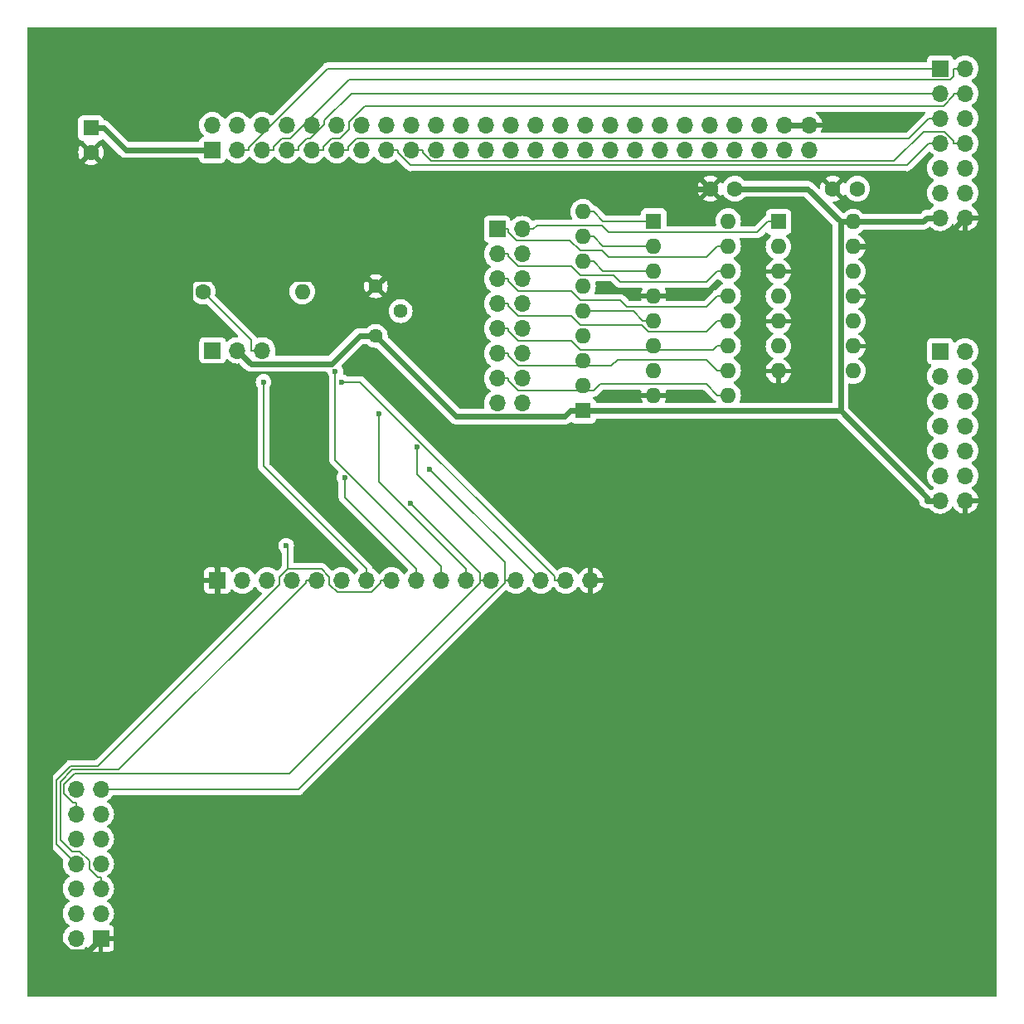
<source format=gtl>
G04 #@! TF.GenerationSoftware,KiCad,Pcbnew,(7.0.0-0)*
G04 #@! TF.CreationDate,2023-03-22T18:35:00+09:00*
G04 #@! TF.ProjectId,PC8001-SC1602,50433830-3031-42d5-9343-313630322e6b,rev?*
G04 #@! TF.SameCoordinates,PX5f5e100PY8f0d180*
G04 #@! TF.FileFunction,Copper,L1,Top*
G04 #@! TF.FilePolarity,Positive*
%FSLAX46Y46*%
G04 Gerber Fmt 4.6, Leading zero omitted, Abs format (unit mm)*
G04 Created by KiCad (PCBNEW (7.0.0-0)) date 2023-03-22 18:35:00*
%MOMM*%
%LPD*%
G01*
G04 APERTURE LIST*
G04 #@! TA.AperFunction,ComponentPad*
%ADD10O,1.700000X1.700000*%
G04 #@! TD*
G04 #@! TA.AperFunction,ComponentPad*
%ADD11R,1.700000X1.700000*%
G04 #@! TD*
G04 #@! TA.AperFunction,ComponentPad*
%ADD12R,1.600000X1.600000*%
G04 #@! TD*
G04 #@! TA.AperFunction,ComponentPad*
%ADD13O,1.600000X1.600000*%
G04 #@! TD*
G04 #@! TA.AperFunction,ComponentPad*
%ADD14C,1.600000*%
G04 #@! TD*
G04 #@! TA.AperFunction,ComponentPad*
%ADD15C,1.440000*%
G04 #@! TD*
G04 #@! TA.AperFunction,ViaPad*
%ADD16C,0.600000*%
G04 #@! TD*
G04 #@! TA.AperFunction,Conductor*
%ADD17C,0.200000*%
G04 #@! TD*
G04 #@! TA.AperFunction,Conductor*
%ADD18C,0.600000*%
G04 #@! TD*
G04 APERTURE END LIST*
D10*
X96249999Y51169999D03*
X93709999Y51169999D03*
X96249999Y53709999D03*
X93709999Y53709999D03*
X96249999Y56249999D03*
X93709999Y56249999D03*
X96249999Y58789999D03*
X93709999Y58789999D03*
X96249999Y61329999D03*
X93709999Y61329999D03*
X96249999Y63869999D03*
X93709999Y63869999D03*
X96249999Y66409999D03*
D11*
X93709999Y66409999D03*
D10*
X96249999Y80039999D03*
X93709999Y80039999D03*
X96249999Y82579999D03*
X93709999Y82579999D03*
X96249999Y85119999D03*
X93709999Y85119999D03*
X96249999Y87659999D03*
X93709999Y87659999D03*
X96249999Y90199999D03*
X93709999Y90199999D03*
X96249999Y92739999D03*
X93709999Y92739999D03*
X96249999Y95279999D03*
D11*
X93709999Y95279999D03*
D12*
X57249999Y60324999D03*
D13*
X57249999Y62864999D03*
X57249999Y65404999D03*
X57249999Y67944999D03*
X57249999Y70484999D03*
X57249999Y73024999D03*
X57249999Y75564999D03*
X57249999Y78104999D03*
X57249999Y80644999D03*
D11*
X19419999Y66499999D03*
D10*
X21959999Y66499999D03*
X24499999Y66499999D03*
D14*
X82750000Y83000000D03*
X85250000Y83000000D03*
D15*
X36075000Y67975000D03*
X38615000Y70515000D03*
X36075000Y73055000D03*
D14*
X18420000Y72500000D03*
D13*
X28579999Y72499999D03*
D14*
X70250000Y83000000D03*
X72750000Y83000000D03*
D12*
X6999999Y89205099D03*
D14*
X7000000Y86705100D03*
D11*
X48474999Y78874999D03*
D10*
X51014999Y78874999D03*
X48474999Y76334999D03*
X51014999Y76334999D03*
X48474999Y73794999D03*
X51014999Y73794999D03*
X48474999Y71254999D03*
X51014999Y71254999D03*
X48474999Y68714999D03*
X51014999Y68714999D03*
X48474999Y66174999D03*
X51014999Y66174999D03*
X48474999Y63634999D03*
X51014999Y63634999D03*
X48474999Y61094999D03*
X51014999Y61094999D03*
D12*
X64449999Y79699999D03*
D13*
X64449999Y77159999D03*
X64449999Y74619999D03*
X64449999Y72079999D03*
X64449999Y69539999D03*
X64449999Y66999999D03*
X64449999Y64459999D03*
X64449999Y61919999D03*
X72069999Y61919999D03*
X72069999Y64459999D03*
X72069999Y66999999D03*
X72069999Y69539999D03*
X72069999Y72079999D03*
X72069999Y74619999D03*
X72069999Y77159999D03*
X72069999Y79699999D03*
D11*
X19919999Y42999999D03*
D10*
X22459999Y42999999D03*
X24999999Y42999999D03*
X27539999Y42999999D03*
X30079999Y42999999D03*
X32619999Y42999999D03*
X35159999Y42999999D03*
X37699999Y42999999D03*
X40239999Y42999999D03*
X42779999Y42999999D03*
X45319999Y42999999D03*
X47859999Y42999999D03*
X50399999Y42999999D03*
X52939999Y42999999D03*
X55479999Y42999999D03*
X58019999Y42999999D03*
X80359999Y89499999D03*
X80359999Y86959999D03*
X77819999Y89499999D03*
X77819999Y86959999D03*
X75279999Y89499999D03*
X75279999Y86959999D03*
X72739999Y89499999D03*
X72739999Y86959999D03*
X70199999Y89499999D03*
X70199999Y86959999D03*
X67659999Y89499999D03*
X67659999Y86959999D03*
X65119999Y89499999D03*
X65119999Y86959999D03*
X62579999Y89499999D03*
X62579999Y86959999D03*
X60039999Y89499999D03*
X60039999Y86959999D03*
X57499999Y89499999D03*
X57499999Y86959999D03*
X54959999Y89499999D03*
X54959999Y86959999D03*
X52419999Y89499999D03*
X52419999Y86959999D03*
X49879999Y89499999D03*
X49879999Y86959999D03*
X47339999Y89499999D03*
X47339999Y86959999D03*
X44799999Y89499999D03*
X44799999Y86959999D03*
X42259999Y89499999D03*
X42259999Y86959999D03*
X39719999Y89499999D03*
X39719999Y86959999D03*
X37179999Y89499999D03*
X37179999Y86959999D03*
X34639999Y89499999D03*
X34639999Y86959999D03*
X32099999Y89499999D03*
X32099999Y86959999D03*
X29559999Y89499999D03*
X29559999Y86959999D03*
X27019999Y89499999D03*
X27019999Y86959999D03*
X24479999Y89499999D03*
X24479999Y86959999D03*
X21939999Y89499999D03*
X21939999Y86959999D03*
X19399999Y89499999D03*
D11*
X19399999Y86959999D03*
D12*
X77199999Y79624999D03*
D13*
X77199999Y77084999D03*
X77199999Y74544999D03*
X77199999Y72004999D03*
X77199999Y69464999D03*
X77199999Y66924999D03*
X77199999Y64384999D03*
X84819999Y64384999D03*
X84819999Y66924999D03*
X84819999Y69464999D03*
X84819999Y72004999D03*
X84819999Y74544999D03*
X84819999Y77084999D03*
X84819999Y79624999D03*
D11*
X7999999Y6459999D03*
D10*
X5459999Y6459999D03*
X7999999Y8999999D03*
X5459999Y8999999D03*
X7999999Y11539999D03*
X5459999Y11539999D03*
X7999999Y14079999D03*
X5459999Y14079999D03*
X7999999Y16619999D03*
X5459999Y16619999D03*
X7999999Y19159999D03*
X5459999Y19159999D03*
X7999999Y21699999D03*
X5459999Y21699999D03*
D16*
X32557900Y63262700D03*
X41587300Y54349000D03*
X40271300Y56638600D03*
X39627100Y50882800D03*
X36423100Y59999900D03*
X31936200Y64354300D03*
X32889200Y53518900D03*
X26925700Y46551800D03*
X24623300Y63262700D03*
D17*
X23349900Y67570100D02*
X23349900Y66500000D01*
X18420000Y72500000D02*
X23349900Y67570100D01*
X24500000Y66500000D02*
X23349900Y66500000D01*
X55480000Y43000000D02*
X54329900Y43000000D01*
X34495900Y63262700D02*
X32557900Y63262700D01*
X54329900Y43428700D02*
X34495900Y63262700D01*
X54329900Y43000000D02*
X54329900Y43428700D01*
X49625100Y63396700D02*
X49625100Y63635000D01*
X50656800Y62365000D02*
X49625100Y63396700D01*
X58305800Y62365000D02*
X50656800Y62365000D01*
X58985700Y63044900D02*
X58305800Y62365000D01*
X69845000Y63044900D02*
X58985700Y63044900D01*
X70969900Y61920000D02*
X69845000Y63044900D01*
X72070000Y61920000D02*
X70969900Y61920000D01*
X48475000Y63635000D02*
X49625100Y63635000D01*
X49625100Y65936700D02*
X49625100Y66175000D01*
X50656800Y64905000D02*
X49625100Y65936700D01*
X60119500Y64905000D02*
X50656800Y64905000D01*
X60782000Y65567500D02*
X60119500Y64905000D01*
X69862400Y65567500D02*
X60782000Y65567500D01*
X70969900Y64460000D02*
X69862400Y65567500D01*
X72070000Y64460000D02*
X70969900Y64460000D01*
X48475000Y66175000D02*
X49625100Y66175000D01*
X49625100Y68476700D02*
X49625100Y68715000D01*
X50656800Y67445000D02*
X49625100Y68476700D01*
X56030000Y67445000D02*
X50656800Y67445000D01*
X56941500Y66533500D02*
X56030000Y67445000D01*
X70503400Y66533500D02*
X56941500Y66533500D01*
X70969900Y67000000D02*
X70503400Y66533500D01*
X72070000Y67000000D02*
X70969900Y67000000D01*
X48475000Y68715000D02*
X49625100Y68715000D01*
X49625100Y71016700D02*
X49625100Y71255000D01*
X50656800Y69985000D02*
X49625100Y71016700D01*
X56030000Y69985000D02*
X50656800Y69985000D01*
X56941500Y69073500D02*
X56030000Y69985000D01*
X63250500Y69073500D02*
X56941500Y69073500D01*
X63909000Y68415000D02*
X63250500Y69073500D01*
X69844900Y68415000D02*
X63909000Y68415000D01*
X70969900Y69540000D02*
X69844900Y68415000D01*
X72070000Y69540000D02*
X70969900Y69540000D01*
X48475000Y71255000D02*
X49625100Y71255000D01*
X49625100Y73556700D02*
X49625100Y73795000D01*
X50656800Y72525000D02*
X49625100Y73556700D01*
X56030000Y72525000D02*
X50656800Y72525000D01*
X56941500Y71613500D02*
X56030000Y72525000D01*
X61062800Y71613500D02*
X56941500Y71613500D01*
X61712700Y70963600D02*
X61062800Y71613500D01*
X69853500Y70963600D02*
X61712700Y70963600D01*
X70969900Y72080000D02*
X69853500Y70963600D01*
X72070000Y72080000D02*
X70969900Y72080000D01*
X48475000Y73795000D02*
X49625100Y73795000D01*
X49625100Y76096700D02*
X49625100Y76335000D01*
X50656800Y75065000D02*
X49625100Y76096700D01*
X56030000Y75065000D02*
X50656800Y75065000D01*
X56941500Y74153500D02*
X56030000Y75065000D01*
X60358600Y74153500D02*
X56941500Y74153500D01*
X61011600Y73500500D02*
X60358600Y74153500D01*
X69850400Y73500500D02*
X61011600Y73500500D01*
X70969900Y74620000D02*
X69850400Y73500500D01*
X72070000Y74620000D02*
X70969900Y74620000D01*
X48475000Y76335000D02*
X49625100Y76335000D01*
X52540100Y79250000D02*
X52165100Y78875000D01*
X59179200Y79250000D02*
X52540100Y79250000D01*
X59857600Y78571600D02*
X59179200Y79250000D01*
X75046500Y78571600D02*
X59857600Y78571600D01*
X76099900Y79625000D02*
X75046500Y78571600D01*
X77200000Y79625000D02*
X76099900Y79625000D01*
X51015000Y78875000D02*
X52165100Y78875000D01*
X49625100Y78587400D02*
X49625100Y78875000D01*
X50487600Y77724900D02*
X49625100Y78587400D01*
X55910100Y77724900D02*
X50487600Y77724900D01*
X56941500Y76693500D02*
X55910100Y77724900D01*
X59195700Y76693500D02*
X56941500Y76693500D01*
X59836500Y76052700D02*
X59195700Y76693500D01*
X69862600Y76052700D02*
X59836500Y76052700D01*
X70969900Y77160000D02*
X69862600Y76052700D01*
X72070000Y77160000D02*
X70969900Y77160000D01*
X48475000Y78875000D02*
X49625100Y78875000D01*
X57250000Y70485000D02*
X58350100Y70485000D01*
X62404900Y70485000D02*
X58350100Y70485000D01*
X63349900Y69540000D02*
X62404900Y70485000D01*
X64450000Y69540000D02*
X63349900Y69540000D01*
X59295100Y79700000D02*
X58350100Y80645000D01*
X64450000Y79700000D02*
X59295100Y79700000D01*
X57250000Y80645000D02*
X58350100Y80645000D01*
X59295100Y77160000D02*
X58350100Y78105000D01*
X64450000Y77160000D02*
X59295100Y77160000D01*
X57250000Y78105000D02*
X58350100Y78105000D01*
X59295100Y74620000D02*
X58350100Y75565000D01*
X64450000Y74620000D02*
X59295100Y74620000D01*
X57250000Y75565000D02*
X58350100Y75565000D01*
X8000000Y11540000D02*
X8000000Y12690100D01*
X30080000Y43000000D02*
X28929900Y43000000D01*
X7712400Y12690100D02*
X8000000Y12690100D01*
X6849900Y13552600D02*
X7712400Y12690100D01*
X6849900Y14378500D02*
X6849900Y13552600D01*
X5878400Y15350000D02*
X6849900Y14378500D01*
X5036500Y15350000D02*
X5878400Y15350000D01*
X3858800Y16527700D02*
X5036500Y15350000D01*
X3858800Y22448400D02*
X3858800Y16527700D01*
X5078300Y23667900D02*
X3858800Y22448400D01*
X9836100Y23667900D02*
X5078300Y23667900D01*
X28929900Y42761700D02*
X9836100Y23667900D01*
X28929900Y43000000D02*
X28929900Y42761700D01*
X52940000Y43000000D02*
X52365000Y43000000D01*
X52365000Y43571300D02*
X41587300Y54349000D01*
X52365000Y43000000D02*
X52365000Y43571300D01*
X95099900Y87898300D02*
X95099900Y87660000D01*
X94147600Y88850600D02*
X95099900Y87898300D01*
X92046800Y88850600D02*
X94147600Y88850600D01*
X89006000Y85809800D02*
X92046800Y88850600D01*
X41732800Y85809800D02*
X89006000Y85809800D01*
X40870100Y86672500D02*
X41732800Y85809800D01*
X40870100Y86960000D02*
X40870100Y86672500D01*
X39720000Y86960000D02*
X40870100Y86960000D01*
X96250000Y87660000D02*
X95099900Y87660000D01*
X37180000Y86960000D02*
X38330100Y86960000D01*
X93710000Y87660000D02*
X92559900Y87660000D01*
X90293400Y85393500D02*
X92559900Y87660000D01*
X39656600Y85393500D02*
X90293400Y85393500D01*
X38330100Y86720000D02*
X39656600Y85393500D01*
X38330100Y86960000D02*
X38330100Y86720000D01*
X49249900Y42761700D02*
X49249900Y43000000D01*
X28188200Y21700000D02*
X49249900Y42761700D01*
X8000000Y21700000D02*
X28188200Y21700000D01*
X50400000Y43000000D02*
X49249900Y43000000D01*
X49249900Y44878800D02*
X49249900Y43000000D01*
X40271300Y53857400D02*
X49249900Y44878800D01*
X40271300Y56638600D02*
X40271300Y53857400D01*
X47860000Y43000000D02*
X46709900Y43000000D01*
X5460000Y19160000D02*
X5460000Y20310100D01*
X46709900Y43800000D02*
X39627100Y50882800D01*
X46709900Y43000000D02*
X46709900Y43800000D01*
X5180200Y20310100D02*
X5460000Y20310100D01*
X4266400Y21223900D02*
X5180200Y20310100D01*
X4266400Y22216600D02*
X4266400Y21223900D01*
X5317600Y23267800D02*
X4266400Y22216600D01*
X27244800Y23267800D02*
X5317600Y23267800D01*
X46709900Y42732900D02*
X27244800Y23267800D01*
X46709900Y43000000D02*
X46709900Y42732900D01*
X36423100Y53047000D02*
X36423100Y59999900D01*
X45320000Y44150100D02*
X36423100Y53047000D01*
X45320000Y43000000D02*
X45320000Y44150100D01*
X90470000Y88110100D02*
X92559900Y90200000D01*
X34112600Y88110100D02*
X90470000Y88110100D01*
X33250100Y87247600D02*
X34112600Y88110100D01*
X33250100Y86960000D02*
X33250100Y87247600D01*
X32100000Y86960000D02*
X33250100Y86960000D01*
X93710000Y90200000D02*
X92559900Y90200000D01*
X95099900Y92501700D02*
X95099900Y92740000D01*
X94068200Y91470000D02*
X95099900Y92501700D01*
X34974000Y91470000D02*
X94068200Y91470000D01*
X33370000Y89866000D02*
X34974000Y91470000D01*
X33370000Y89081600D02*
X33370000Y89866000D01*
X32398500Y88110100D02*
X33370000Y89081600D01*
X31572600Y88110100D02*
X32398500Y88110100D01*
X30710100Y87247600D02*
X31572600Y88110100D01*
X30710100Y86960000D02*
X30710100Y87247600D01*
X29560000Y86960000D02*
X30710100Y86960000D01*
X96250000Y92740000D02*
X95099900Y92740000D01*
X42780000Y43000000D02*
X42780000Y44150100D01*
X31936200Y55320500D02*
X31936200Y64354300D01*
X42780000Y44476700D02*
X31936200Y55320500D01*
X42780000Y44150100D02*
X42780000Y44476700D01*
X33614100Y92740000D02*
X93710000Y92740000D01*
X30830000Y89955900D02*
X33614100Y92740000D01*
X30830000Y89539100D02*
X30830000Y89955900D01*
X29401000Y88110100D02*
X30830000Y89539100D01*
X29032600Y88110100D02*
X29401000Y88110100D01*
X28170100Y87247600D02*
X29032600Y88110100D01*
X28170100Y86960000D02*
X28170100Y87247600D01*
X27020000Y86960000D02*
X28170100Y86960000D01*
X32889200Y51500900D02*
X40240000Y44150100D01*
X32889200Y53518900D02*
X32889200Y51500900D01*
X40240000Y43000000D02*
X40240000Y44150100D01*
X95099900Y94466700D02*
X95099900Y95280000D01*
X94763000Y94129800D02*
X95099900Y94466700D01*
X33338200Y94129800D02*
X94763000Y94129800D01*
X27318500Y88110100D02*
X33338200Y94129800D01*
X26492600Y88110100D02*
X27318500Y88110100D01*
X25630100Y87247600D02*
X26492600Y88110100D01*
X25630100Y86960000D02*
X25630100Y87247600D01*
X24480000Y86960000D02*
X25630100Y86960000D01*
X96250000Y95280000D02*
X95099900Y95280000D01*
X37700000Y43000000D02*
X36549900Y43000000D01*
X27059400Y46418100D02*
X27059400Y44167500D01*
X26925700Y46551800D02*
X27059400Y46418100D01*
X26270000Y43378100D02*
X27059400Y44167500D01*
X26270000Y42605900D02*
X26270000Y43378100D01*
X7732200Y24068100D02*
X26270000Y42605900D01*
X4911900Y24068100D02*
X7732200Y24068100D01*
X3431800Y22588000D02*
X4911900Y24068100D01*
X3431800Y16108200D02*
X3431800Y22588000D01*
X5460000Y14080000D02*
X3431800Y16108200D01*
X36549900Y42761700D02*
X36549900Y43000000D01*
X35605200Y41817000D02*
X36549900Y42761700D01*
X32136000Y41817000D02*
X35605200Y41817000D01*
X31350000Y42603000D02*
X32136000Y41817000D01*
X31350000Y43370500D02*
X31350000Y42603000D01*
X30553000Y44167500D02*
X31350000Y43370500D01*
X27059400Y44167500D02*
X30553000Y44167500D01*
X31164100Y95280000D02*
X93710000Y95280000D01*
X23090100Y87206000D02*
X31164100Y95280000D01*
X23090100Y86960000D02*
X23090100Y87206000D01*
X21940000Y86960000D02*
X23090100Y86960000D01*
X24623300Y54686800D02*
X24623300Y63262700D01*
X35160000Y44150100D02*
X24623300Y54686800D01*
X35160000Y43000000D02*
X35160000Y44150100D01*
D18*
X77820000Y89500000D02*
X80360000Y89500000D01*
X93295000Y77085000D02*
X96250000Y80040000D01*
X84820000Y77085000D02*
X93295000Y77085000D01*
X19920000Y43000000D02*
X19920000Y44350100D01*
X46020000Y83000000D02*
X70250000Y83000000D01*
X36075000Y73055000D02*
X46020000Y83000000D01*
X35312300Y73817700D02*
X17093700Y73817700D01*
X36075000Y73055000D02*
X35312300Y73817700D01*
X17093700Y47176400D02*
X17093700Y73817700D01*
X19920000Y44350100D02*
X17093700Y47176400D01*
X17093700Y76611400D02*
X7000000Y86705100D01*
X17093700Y73817700D02*
X17093700Y76611400D01*
X6632000Y5092000D02*
X8000000Y6460000D01*
X4806100Y5092000D02*
X6632000Y5092000D01*
X2831600Y7066500D02*
X4806100Y5092000D01*
X2831600Y24561500D02*
X2831600Y7066500D01*
X19920000Y41649900D02*
X2831600Y24561500D01*
X19920000Y43000000D02*
X19920000Y41649900D01*
X93710000Y80040000D02*
X92359900Y80040000D01*
X91944900Y79625000D02*
X84820000Y79625000D01*
X92359900Y80040000D02*
X91944900Y79625000D01*
X80144900Y83000000D02*
X72750000Y83000000D01*
X83519900Y79625000D02*
X80144900Y83000000D01*
X84820000Y79625000D02*
X83519900Y79625000D01*
X57250000Y60325000D02*
X58550100Y60325000D01*
X57250000Y60325000D02*
X55949900Y60325000D01*
X55366600Y59741700D02*
X55949900Y60325000D01*
X44308300Y59741700D02*
X55366600Y59741700D01*
X36075000Y67975000D02*
X44308300Y59741700D01*
X93710000Y51170000D02*
X92359900Y51170000D01*
X10545200Y86960000D02*
X8300100Y89205100D01*
X19400000Y86960000D02*
X10545200Y86960000D01*
X7000000Y89205100D02*
X8300100Y89205100D01*
X23346400Y65113600D02*
X21960000Y66500000D01*
X31564000Y65113600D02*
X23346400Y65113600D01*
X34425400Y67975000D02*
X31564000Y65113600D01*
X36075000Y67975000D02*
X34425400Y67975000D01*
X83519900Y60325000D02*
X58550100Y60325000D01*
X92359900Y51485000D02*
X83519900Y60325000D01*
X92359900Y51170000D02*
X92359900Y51485000D01*
X83519900Y60325000D02*
X83519900Y79625000D01*
G04 #@! TA.AperFunction,Conductor*
G36*
X63137897Y62431612D02*
G01*
X63181429Y62395887D01*
X63204670Y62344591D01*
X63202828Y62288307D01*
X63174820Y62183781D01*
X63174452Y62172552D01*
X63185395Y62170000D01*
X65714605Y62170000D01*
X65725547Y62172552D01*
X65725179Y62183781D01*
X65697172Y62288307D01*
X65695330Y62344591D01*
X65718571Y62395887D01*
X65762103Y62431612D01*
X65816947Y62444400D01*
X69544903Y62444400D01*
X69592356Y62434961D01*
X69632584Y62408081D01*
X70511699Y61528966D01*
X70522389Y61516778D01*
X70541618Y61491718D01*
X70667059Y61395464D01*
X70717835Y61374432D01*
X70742872Y61364061D01*
X70795737Y61322385D01*
X70819037Y61259229D01*
X70805904Y61193205D01*
X70760209Y61143773D01*
X70695419Y61125500D01*
X65708551Y61125500D01*
X65648908Y61140786D01*
X65603970Y61182875D01*
X65584816Y61241390D01*
X65596169Y61301905D01*
X65673977Y61468766D01*
X65677669Y61478908D01*
X65725179Y61656220D01*
X65725547Y61667449D01*
X65714605Y61670000D01*
X63185395Y61670000D01*
X63174452Y61667449D01*
X63174820Y61656220D01*
X63222330Y61478908D01*
X63226022Y61468766D01*
X63303831Y61301905D01*
X63315184Y61241390D01*
X63296030Y61182875D01*
X63251092Y61140786D01*
X63191449Y61125500D01*
X58666492Y61125500D01*
X58612976Y61137643D01*
X58569941Y61171693D01*
X58545816Y61220982D01*
X58544919Y61224776D01*
X58544091Y61232483D01*
X58493796Y61367331D01*
X58407546Y61482546D01*
X58345537Y61528966D01*
X58321646Y61546851D01*
X58284549Y61591672D01*
X58271979Y61648480D01*
X58286704Y61704767D01*
X58325480Y61748143D01*
X58379770Y61769057D01*
X58462562Y61779956D01*
X58608641Y61840464D01*
X58631563Y61858053D01*
X58734082Y61936718D01*
X58753310Y61961778D01*
X58763989Y61973956D01*
X59198115Y62408081D01*
X59238344Y62434961D01*
X59285797Y62444400D01*
X63083053Y62444400D01*
X63137897Y62431612D01*
G37*
G04 #@! TD.AperFunction*
G04 #@! TA.AperFunction,Conductor*
G36*
X71112655Y73738159D02*
G01*
X71230861Y73619953D01*
X71417266Y73489432D01*
X71422172Y73487145D01*
X71422176Y73487142D01*
X71475274Y73462382D01*
X71527450Y73416625D01*
X71546869Y73350000D01*
X71527450Y73283375D01*
X71475274Y73237618D01*
X71422176Y73212859D01*
X71422163Y73212852D01*
X71417266Y73210568D01*
X71412833Y73207465D01*
X71412826Y73207460D01*
X71235296Y73083153D01*
X71235291Y73083150D01*
X71230861Y73080047D01*
X71227037Y73076224D01*
X71227031Y73076218D01*
X71073782Y72922969D01*
X71073776Y72922963D01*
X71069953Y72919139D01*
X71066850Y72914709D01*
X71066847Y72914704D01*
X70942535Y72737167D01*
X70942530Y72737159D01*
X70939432Y72732734D01*
X70938095Y72729868D01*
X70900189Y72689401D01*
X70847490Y72669567D01*
X70821196Y72666105D01*
X70821194Y72666105D01*
X70813138Y72665044D01*
X70805633Y72661936D01*
X70805628Y72661934D01*
X70674566Y72607646D01*
X70674562Y72607645D01*
X70667059Y72604536D01*
X70660614Y72599592D01*
X70660611Y72599589D01*
X70548063Y72513228D01*
X70548060Y72513226D01*
X70541618Y72508282D01*
X70536673Y72501839D01*
X70536670Y72501835D01*
X70522390Y72483226D01*
X70511698Y72471035D01*
X69641084Y71600419D01*
X69600856Y71573539D01*
X69553403Y71564100D01*
X65819224Y71564100D01*
X65764380Y71576888D01*
X65720848Y71612614D01*
X65697607Y71663909D01*
X65699449Y71720194D01*
X65725179Y71816221D01*
X65725547Y71827449D01*
X65714605Y71830000D01*
X63185395Y71830000D01*
X63174452Y71827449D01*
X63174820Y71816221D01*
X63200551Y71720194D01*
X63202393Y71663909D01*
X63179152Y71612614D01*
X63135620Y71576888D01*
X63080776Y71564100D01*
X62012797Y71564100D01*
X61965344Y71573539D01*
X61925116Y71600419D01*
X61520999Y72004536D01*
X61510303Y72016732D01*
X61496028Y72035336D01*
X61491082Y72041782D01*
X61365641Y72138036D01*
X61358133Y72141146D01*
X61227071Y72195434D01*
X61227068Y72195435D01*
X61219562Y72198544D01*
X61211508Y72199605D01*
X61211502Y72199606D01*
X61102161Y72214000D01*
X61070859Y72218121D01*
X61062800Y72219182D01*
X61054741Y72218121D01*
X61031498Y72215061D01*
X61015313Y72214000D01*
X58501408Y72214000D01*
X58441765Y72229286D01*
X58396827Y72271375D01*
X58377673Y72329890D01*
X58389026Y72390405D01*
X58389145Y72390660D01*
X58476739Y72578504D01*
X58535635Y72798308D01*
X58555468Y73025000D01*
X58535635Y73251692D01*
X58496725Y73396907D01*
X58494883Y73453191D01*
X58518124Y73504486D01*
X58561656Y73540212D01*
X58616500Y73553000D01*
X60058503Y73553000D01*
X60105956Y73543561D01*
X60146183Y73516682D01*
X60352396Y73310468D01*
X60553402Y73109462D01*
X60564096Y73097268D01*
X60578369Y73078667D01*
X60578371Y73078665D01*
X60583318Y73072218D01*
X60614812Y73048052D01*
X60614814Y73048050D01*
X60708759Y72975964D01*
X60854838Y72915456D01*
X61011600Y72894818D01*
X61019659Y72895879D01*
X61042902Y72898939D01*
X61059087Y72900000D01*
X63203339Y72900000D01*
X63262982Y72884714D01*
X63307919Y72842625D01*
X63327073Y72784110D01*
X63315721Y72723596D01*
X63226024Y72531240D01*
X63222330Y72521093D01*
X63174820Y72343781D01*
X63174452Y72332552D01*
X63185395Y72330000D01*
X65714605Y72330000D01*
X65725547Y72332552D01*
X65725179Y72343781D01*
X65677669Y72521093D01*
X65673975Y72531240D01*
X65584279Y72723596D01*
X65572927Y72784110D01*
X65592081Y72842625D01*
X65637018Y72884714D01*
X65696661Y72900000D01*
X69802913Y72900000D01*
X69819098Y72898939D01*
X69850400Y72894818D01*
X70007162Y72915456D01*
X70153241Y72975964D01*
X70217146Y73025000D01*
X70278682Y73072218D01*
X70297910Y73097278D01*
X70308589Y73109456D01*
X70937293Y73738159D01*
X70992881Y73770253D01*
X71057068Y73770253D01*
X71112655Y73738159D01*
G37*
G04 #@! TD.AperFunction*
G04 #@! TA.AperFunction,Conductor*
G36*
X92139855Y90854473D02*
G01*
X92184682Y90813036D01*
X92204305Y90755229D01*
X92193967Y90695065D01*
X92156174Y90647125D01*
X92138065Y90633230D01*
X92138060Y90633226D01*
X92131618Y90628282D01*
X92126673Y90621839D01*
X92126670Y90621835D01*
X92112390Y90603226D01*
X92101698Y90591035D01*
X90257584Y88746919D01*
X90217356Y88720039D01*
X90169903Y88710600D01*
X81676098Y88710600D01*
X81616455Y88725886D01*
X81571517Y88767975D01*
X81552363Y88826490D01*
X81563716Y88887005D01*
X81631143Y89031603D01*
X81634831Y89041737D01*
X81686943Y89236220D01*
X81687311Y89247449D01*
X81676369Y89250000D01*
X77694000Y89250000D01*
X77632000Y89266613D01*
X77586613Y89312000D01*
X77570000Y89374000D01*
X77570000Y89626000D01*
X77586613Y89688000D01*
X77632000Y89733387D01*
X77694000Y89750000D01*
X81676369Y89750000D01*
X81687311Y89752552D01*
X81686943Y89763781D01*
X81634831Y89958264D01*
X81631143Y89968398D01*
X81535889Y90172668D01*
X81530491Y90182018D01*
X81401215Y90366643D01*
X81394280Y90374908D01*
X81234909Y90534279D01*
X81226643Y90541216D01*
X81079959Y90643925D01*
X81039632Y90691142D01*
X81027253Y90751990D01*
X81045925Y90811210D01*
X81090967Y90853953D01*
X81151083Y90869500D01*
X92080687Y90869500D01*
X92139855Y90854473D01*
G37*
G04 #@! TD.AperFunction*
G04 #@! TA.AperFunction,Conductor*
G36*
X99438000Y99483387D02*
G01*
X99483387Y99438000D01*
X99500000Y99376000D01*
X99500000Y624000D01*
X99483387Y562000D01*
X99438000Y516613D01*
X99376000Y500000D01*
X624000Y500000D01*
X562000Y516613D01*
X516613Y562000D01*
X500000Y624000D01*
X500000Y16108200D01*
X2826118Y16108200D01*
X2827179Y16100141D01*
X2831300Y16068839D01*
X2845694Y15959498D01*
X2845695Y15959492D01*
X2846756Y15951438D01*
X2849865Y15943932D01*
X2849866Y15943929D01*
X2904154Y15812867D01*
X2907264Y15805359D01*
X2912211Y15798912D01*
X2996389Y15689208D01*
X3003518Y15679918D01*
X3028569Y15660696D01*
X3040764Y15650001D01*
X4127233Y14563532D01*
X4159327Y14507945D01*
X4159327Y14443759D01*
X4126337Y14320638D01*
X4126334Y14320624D01*
X4124937Y14315408D01*
X4104341Y14080000D01*
X4124937Y13844592D01*
X4126336Y13839370D01*
X4126337Y13839366D01*
X4184694Y13621570D01*
X4184697Y13621562D01*
X4186097Y13616337D01*
X4188385Y13611430D01*
X4188386Y13611428D01*
X4283678Y13407073D01*
X4283681Y13407067D01*
X4285965Y13402170D01*
X4289064Y13397743D01*
X4289066Y13397741D01*
X4418399Y13213034D01*
X4418402Y13213030D01*
X4421505Y13208599D01*
X4588599Y13041505D01*
X4593032Y13038401D01*
X4593038Y13038396D01*
X4774158Y12911575D01*
X4813024Y12867257D01*
X4827035Y12810000D01*
X4813024Y12752743D01*
X4774159Y12708425D01*
X4593041Y12581605D01*
X4588599Y12578495D01*
X4584775Y12574672D01*
X4584769Y12574666D01*
X4425334Y12415231D01*
X4425328Y12415225D01*
X4421505Y12411401D01*
X4418402Y12406971D01*
X4418399Y12406966D01*
X4289073Y12222269D01*
X4289068Y12222262D01*
X4285965Y12217829D01*
X4283677Y12212923D01*
X4283675Y12212919D01*
X4188386Y12008573D01*
X4188383Y12008568D01*
X4186097Y12003663D01*
X4184698Y11998443D01*
X4184694Y11998431D01*
X4126337Y11780635D01*
X4126335Y11780629D01*
X4124937Y11775408D01*
X4104341Y11540000D01*
X4124937Y11304592D01*
X4126336Y11299370D01*
X4126337Y11299366D01*
X4184694Y11081570D01*
X4184697Y11081562D01*
X4186097Y11076337D01*
X4188385Y11071430D01*
X4188386Y11071428D01*
X4283678Y10867073D01*
X4283681Y10867067D01*
X4285965Y10862170D01*
X4289064Y10857743D01*
X4289066Y10857741D01*
X4418399Y10673034D01*
X4418402Y10673030D01*
X4421505Y10668599D01*
X4588599Y10501505D01*
X4593032Y10498401D01*
X4593038Y10498396D01*
X4774158Y10371575D01*
X4813024Y10327257D01*
X4827035Y10270000D01*
X4813024Y10212743D01*
X4774159Y10168425D01*
X4593041Y10041605D01*
X4588599Y10038495D01*
X4584775Y10034672D01*
X4584769Y10034666D01*
X4425334Y9875231D01*
X4425328Y9875225D01*
X4421505Y9871401D01*
X4418402Y9866971D01*
X4418399Y9866966D01*
X4289073Y9682269D01*
X4289068Y9682262D01*
X4285965Y9677829D01*
X4283677Y9672923D01*
X4283675Y9672919D01*
X4188386Y9468573D01*
X4188383Y9468568D01*
X4186097Y9463663D01*
X4184698Y9458443D01*
X4184694Y9458431D01*
X4126337Y9240635D01*
X4126335Y9240629D01*
X4124937Y9235408D01*
X4104341Y9000000D01*
X4124937Y8764592D01*
X4126336Y8759370D01*
X4126337Y8759366D01*
X4184694Y8541570D01*
X4184697Y8541562D01*
X4186097Y8536337D01*
X4188385Y8531430D01*
X4188386Y8531428D01*
X4283678Y8327073D01*
X4283681Y8327067D01*
X4285965Y8322170D01*
X4289064Y8317743D01*
X4289066Y8317741D01*
X4418399Y8133034D01*
X4418402Y8133030D01*
X4421505Y8128599D01*
X4588599Y7961505D01*
X4593032Y7958401D01*
X4593038Y7958396D01*
X4774158Y7831575D01*
X4813024Y7787257D01*
X4827035Y7730000D01*
X4813024Y7672743D01*
X4774159Y7628425D01*
X4593041Y7501605D01*
X4588599Y7498495D01*
X4584775Y7494672D01*
X4584769Y7494666D01*
X4425334Y7335231D01*
X4425328Y7335225D01*
X4421505Y7331401D01*
X4418402Y7326971D01*
X4418399Y7326966D01*
X4289073Y7142269D01*
X4289068Y7142262D01*
X4285965Y7137829D01*
X4283677Y7132923D01*
X4283675Y7132919D01*
X4188386Y6928573D01*
X4188383Y6928568D01*
X4186097Y6923663D01*
X4184698Y6918443D01*
X4184694Y6918431D01*
X4126337Y6700635D01*
X4126335Y6700629D01*
X4124937Y6695408D01*
X4104341Y6460000D01*
X4124937Y6224592D01*
X4126336Y6219370D01*
X4126337Y6219366D01*
X4184694Y6001570D01*
X4184697Y6001562D01*
X4186097Y5996337D01*
X4188385Y5991430D01*
X4188386Y5991428D01*
X4283678Y5787073D01*
X4283681Y5787067D01*
X4285965Y5782170D01*
X4289064Y5777743D01*
X4289066Y5777741D01*
X4418399Y5593034D01*
X4418402Y5593030D01*
X4421505Y5588599D01*
X4588599Y5421505D01*
X4782170Y5285965D01*
X4996337Y5186097D01*
X5224592Y5124937D01*
X5460000Y5104341D01*
X5695408Y5124937D01*
X5923663Y5186097D01*
X6137830Y5285965D01*
X6331401Y5421505D01*
X6453717Y5543822D01*
X6506460Y5575115D01*
X6567753Y5577304D01*
X6622597Y5549851D01*
X6657577Y5499472D01*
X6703548Y5376221D01*
X6711962Y5360811D01*
X6787498Y5259908D01*
X6799907Y5247499D01*
X6900810Y5171963D01*
X6916222Y5163548D01*
X7035358Y5119112D01*
X7050332Y5115574D01*
X7098885Y5110354D01*
X7105482Y5110000D01*
X7733674Y5110000D01*
X7746549Y5113451D01*
X7750000Y5126326D01*
X8250000Y5126326D01*
X8253450Y5113451D01*
X8266326Y5110000D01*
X8894518Y5110000D01*
X8901114Y5110354D01*
X8949667Y5115574D01*
X8964641Y5119112D01*
X9083777Y5163548D01*
X9099189Y5171963D01*
X9200092Y5247499D01*
X9212501Y5259908D01*
X9288037Y5360811D01*
X9296452Y5376223D01*
X9340888Y5495359D01*
X9344426Y5510333D01*
X9349646Y5558886D01*
X9350000Y5565482D01*
X9350000Y6193674D01*
X9346549Y6206550D01*
X9333674Y6210000D01*
X8266326Y6210000D01*
X8253450Y6206550D01*
X8250000Y6193674D01*
X8250000Y5126326D01*
X7750000Y5126326D01*
X7750000Y6586000D01*
X7766613Y6648000D01*
X7812000Y6693387D01*
X7874000Y6710000D01*
X9333674Y6710000D01*
X9346549Y6713451D01*
X9350000Y6726326D01*
X9350000Y7354518D01*
X9349646Y7361115D01*
X9344426Y7409668D01*
X9340888Y7424642D01*
X9296452Y7543778D01*
X9288037Y7559190D01*
X9212501Y7660093D01*
X9200092Y7672502D01*
X9099189Y7748038D01*
X9083779Y7756452D01*
X8960528Y7802423D01*
X8910149Y7837403D01*
X8882696Y7892247D01*
X8884885Y7953540D01*
X8916178Y8006283D01*
X9038495Y8128599D01*
X9174035Y8322170D01*
X9273903Y8536337D01*
X9335063Y8764592D01*
X9355659Y9000000D01*
X9335063Y9235408D01*
X9273903Y9463663D01*
X9174035Y9677829D01*
X9038495Y9871401D01*
X8871401Y10038495D01*
X8866968Y10041599D01*
X8866961Y10041605D01*
X8685842Y10168425D01*
X8646976Y10212743D01*
X8632965Y10270000D01*
X8646976Y10327257D01*
X8685842Y10371575D01*
X8866961Y10498396D01*
X8866961Y10498397D01*
X8871401Y10501505D01*
X9038495Y10668599D01*
X9174035Y10862170D01*
X9273903Y11076337D01*
X9335063Y11304592D01*
X9355659Y11540000D01*
X9335063Y11775408D01*
X9273903Y12003663D01*
X9174035Y12217829D01*
X9038495Y12411401D01*
X8871401Y12578495D01*
X8866968Y12581599D01*
X8866961Y12581605D01*
X8685842Y12708425D01*
X8646976Y12752743D01*
X8632965Y12810000D01*
X8646976Y12867257D01*
X8685842Y12911575D01*
X8866961Y13038396D01*
X8866961Y13038397D01*
X8871401Y13041505D01*
X9038495Y13208599D01*
X9174035Y13402170D01*
X9273903Y13616337D01*
X9335063Y13844592D01*
X9355659Y14080000D01*
X9335063Y14315408D01*
X9286572Y14496381D01*
X9275305Y14538431D01*
X9275304Y14538433D01*
X9273903Y14543663D01*
X9174035Y14757829D01*
X9038495Y14951401D01*
X8871401Y15118495D01*
X8866968Y15121599D01*
X8866961Y15121605D01*
X8685842Y15248425D01*
X8646976Y15292743D01*
X8632965Y15350000D01*
X8646976Y15407257D01*
X8685842Y15451575D01*
X8866961Y15578396D01*
X8866961Y15578397D01*
X8871401Y15581505D01*
X9038495Y15748599D01*
X9174035Y15942170D01*
X9273903Y16156337D01*
X9335063Y16384592D01*
X9355659Y16620000D01*
X9335063Y16855408D01*
X9273903Y17083663D01*
X9174035Y17297829D01*
X9038495Y17491401D01*
X8871401Y17658495D01*
X8866968Y17661599D01*
X8866961Y17661605D01*
X8685842Y17788425D01*
X8646976Y17832743D01*
X8632965Y17890000D01*
X8646976Y17947257D01*
X8685842Y17991575D01*
X8866961Y18118396D01*
X8866961Y18118397D01*
X8871401Y18121505D01*
X9038495Y18288599D01*
X9174035Y18482170D01*
X9273903Y18696337D01*
X9335063Y18924592D01*
X9355659Y19160000D01*
X9335063Y19395408D01*
X9273903Y19623663D01*
X9174035Y19837829D01*
X9038495Y20031401D01*
X8871401Y20198495D01*
X8866970Y20201598D01*
X8866966Y20201601D01*
X8685841Y20328426D01*
X8646976Y20372744D01*
X8632965Y20430001D01*
X8646976Y20487258D01*
X8685839Y20531574D01*
X8871401Y20661505D01*
X9038495Y20828599D01*
X9174035Y21022170D01*
X9176706Y21027900D01*
X9176975Y21028207D01*
X9179029Y21031763D01*
X9179736Y21031355D01*
X9222464Y21080079D01*
X9289091Y21099500D01*
X28140713Y21099500D01*
X28156898Y21098439D01*
X28188200Y21094318D01*
X28344962Y21114956D01*
X28491041Y21175464D01*
X28570372Y21236337D01*
X28616482Y21271718D01*
X28635710Y21296778D01*
X28646389Y21308956D01*
X49326088Y41988655D01*
X49381675Y42020748D01*
X49445863Y42020748D01*
X49501450Y41988654D01*
X49528599Y41961505D01*
X49722170Y41825965D01*
X49727070Y41823680D01*
X49727072Y41823679D01*
X49754509Y41810885D01*
X49936337Y41726097D01*
X50164592Y41664937D01*
X50400000Y41644341D01*
X50635408Y41664937D01*
X50863663Y41726097D01*
X51077830Y41825965D01*
X51271401Y41961505D01*
X51438495Y42128599D01*
X51568426Y42314159D01*
X51612743Y42353024D01*
X51670000Y42367035D01*
X51727257Y42353024D01*
X51771575Y42314158D01*
X51898395Y42133039D01*
X51898401Y42133032D01*
X51901505Y42128599D01*
X52068599Y41961505D01*
X52262170Y41825965D01*
X52267070Y41823680D01*
X52267072Y41823679D01*
X52294509Y41810885D01*
X52476337Y41726097D01*
X52704592Y41664937D01*
X52940000Y41644341D01*
X53175408Y41664937D01*
X53403663Y41726097D01*
X53617830Y41825965D01*
X53811401Y41961505D01*
X53978495Y42128599D01*
X54108426Y42314159D01*
X54152743Y42353024D01*
X54210000Y42367035D01*
X54267257Y42353024D01*
X54311575Y42314158D01*
X54438395Y42133039D01*
X54438401Y42133032D01*
X54441505Y42128599D01*
X54608599Y41961505D01*
X54802170Y41825965D01*
X54807070Y41823680D01*
X54807072Y41823679D01*
X54834509Y41810885D01*
X55016337Y41726097D01*
X55244592Y41664937D01*
X55480000Y41644341D01*
X55715408Y41664937D01*
X55943663Y41726097D01*
X56157830Y41825965D01*
X56351401Y41961505D01*
X56518495Y42128599D01*
X56648730Y42314595D01*
X56693048Y42353460D01*
X56750305Y42367471D01*
X56807562Y42353460D01*
X56851880Y42314595D01*
X56978784Y42133357D01*
X56985721Y42125091D01*
X57145090Y41965722D01*
X57153356Y41958785D01*
X57337991Y41829502D01*
X57347323Y41824114D01*
X57551602Y41728857D01*
X57561736Y41725169D01*
X57756219Y41673057D01*
X57767448Y41672689D01*
X57770000Y41683631D01*
X58270000Y41683631D01*
X58272551Y41672689D01*
X58283780Y41673057D01*
X58478263Y41725169D01*
X58488397Y41728857D01*
X58692676Y41824114D01*
X58702008Y41829502D01*
X58886643Y41958785D01*
X58894909Y41965722D01*
X59054278Y42125091D01*
X59061215Y42133357D01*
X59190498Y42317992D01*
X59195886Y42327324D01*
X59291143Y42531603D01*
X59294831Y42541737D01*
X59346943Y42736220D01*
X59347311Y42747449D01*
X59336369Y42750000D01*
X58286326Y42750000D01*
X58273450Y42746550D01*
X58270000Y42733674D01*
X58270000Y41683631D01*
X57770000Y41683631D01*
X57770000Y43266326D01*
X58270000Y43266326D01*
X58273450Y43253451D01*
X58286326Y43250000D01*
X59336369Y43250000D01*
X59347311Y43252552D01*
X59346943Y43263781D01*
X59294831Y43458264D01*
X59291143Y43468398D01*
X59195889Y43672668D01*
X59190491Y43682018D01*
X59061215Y43866643D01*
X59054280Y43874908D01*
X58894909Y44034279D01*
X58886643Y44041216D01*
X58702008Y44170499D01*
X58692676Y44175887D01*
X58488397Y44271144D01*
X58478263Y44274832D01*
X58283780Y44326944D01*
X58272551Y44327312D01*
X58270000Y44316369D01*
X58270000Y43266326D01*
X57770000Y43266326D01*
X57770000Y44316369D01*
X57767448Y44327312D01*
X57756219Y44326944D01*
X57561736Y44274832D01*
X57551602Y44271144D01*
X57347332Y44175890D01*
X57337982Y44170492D01*
X57153357Y44041216D01*
X57145092Y44034281D01*
X56985719Y43874908D01*
X56978788Y43866648D01*
X56851880Y43685404D01*
X56807562Y43646539D01*
X56750305Y43632528D01*
X56693048Y43646539D01*
X56648730Y43685405D01*
X56648425Y43685841D01*
X56518495Y43871401D01*
X56351401Y44038495D01*
X56346970Y44041598D01*
X56346966Y44041601D01*
X56162259Y44170934D01*
X56162257Y44170936D01*
X56157830Y44174035D01*
X56152933Y44176319D01*
X56152927Y44176322D01*
X55948572Y44271614D01*
X55948570Y44271615D01*
X55943663Y44273903D01*
X55938438Y44275303D01*
X55938430Y44275306D01*
X55720634Y44333663D01*
X55720630Y44333664D01*
X55715408Y44335063D01*
X55710020Y44335535D01*
X55710017Y44335535D01*
X55485395Y44355187D01*
X55480000Y44355659D01*
X55474605Y44355187D01*
X55249982Y44335535D01*
X55249977Y44335535D01*
X55244592Y44335063D01*
X55239371Y44333665D01*
X55239365Y44333663D01*
X55021569Y44275306D01*
X55021557Y44275302D01*
X55016337Y44273903D01*
X55011432Y44271617D01*
X55011427Y44271614D01*
X54807081Y44176325D01*
X54807077Y44176323D01*
X54802171Y44174035D01*
X54797738Y44170932D01*
X54797731Y44170927D01*
X54670739Y44082006D01*
X54617587Y44060890D01*
X54560612Y44065875D01*
X54511935Y44095900D01*
X34954099Y63653736D01*
X34943404Y63665931D01*
X34929128Y63684536D01*
X34924182Y63690982D01*
X34870379Y63732266D01*
X34827769Y63764962D01*
X34798741Y63787236D01*
X34761084Y63802834D01*
X34660171Y63844634D01*
X34660168Y63844635D01*
X34652662Y63847744D01*
X34644608Y63848805D01*
X34644602Y63848806D01*
X34535261Y63863200D01*
X34503959Y63867321D01*
X34495900Y63868382D01*
X34487841Y63867321D01*
X34464598Y63864261D01*
X34448413Y63863200D01*
X33139062Y63863200D01*
X33098107Y63870159D01*
X33063259Y63889419D01*
X33060162Y63892516D01*
X32907422Y63988489D01*
X32900859Y63990786D01*
X32900856Y63990787D01*
X32799736Y64026170D01*
X32749793Y64058871D01*
X32720916Y64111119D01*
X32719814Y64170034D01*
X32721568Y64175045D01*
X32741765Y64354300D01*
X32721568Y64533555D01*
X32661989Y64703822D01*
X32569627Y64850815D01*
X32551402Y64902901D01*
X32557580Y64957740D01*
X32586939Y65004464D01*
X34720657Y67138181D01*
X34760886Y67165061D01*
X34808339Y67174500D01*
X35098090Y67174500D01*
X35145543Y67165061D01*
X35185771Y67138181D01*
X35287481Y67036471D01*
X35462419Y66913979D01*
X35655970Y66823724D01*
X35862253Y66768451D01*
X36075000Y66749838D01*
X36102993Y66752288D01*
X36156208Y66745283D01*
X36201481Y66716441D01*
X43678481Y59239442D01*
X43678484Y59239438D01*
X43806038Y59111884D01*
X43811932Y59108181D01*
X43811933Y59108180D01*
X43838450Y59091518D01*
X43849790Y59083472D01*
X43879714Y59059608D01*
X43900094Y59049794D01*
X43914198Y59043001D01*
X43926368Y59036276D01*
X43930593Y59033621D01*
X43952881Y59019616D01*
X43952883Y59019615D01*
X43958778Y59015911D01*
X43994913Y59003267D01*
X44007743Y58997952D01*
X44035962Y58984362D01*
X44035967Y58984360D01*
X44042239Y58981340D01*
X44079566Y58972821D01*
X44092913Y58968975D01*
X44122470Y58958632D01*
X44122475Y58958631D01*
X44129045Y58956332D01*
X44167078Y58952047D01*
X44180784Y58949719D01*
X44218106Y58941200D01*
X44263346Y58941200D01*
X44398495Y58941200D01*
X55276406Y58941200D01*
X55411554Y58941200D01*
X55449833Y58941200D01*
X55456794Y58941200D01*
X55494123Y58949721D01*
X55507797Y58952045D01*
X55545855Y58956332D01*
X55582003Y58968982D01*
X55595326Y58972819D01*
X55632661Y58981340D01*
X55667146Y58997948D01*
X55679998Y59003271D01*
X55680007Y59003274D01*
X55716122Y59015911D01*
X55748539Y59036282D01*
X55760686Y59042995D01*
X55795187Y59059609D01*
X55825119Y59083480D01*
X55836453Y59091521D01*
X55868862Y59111884D01*
X55921654Y59164677D01*
X55977241Y59196770D01*
X56041429Y59196770D01*
X56092378Y59167354D01*
X56092454Y59167454D01*
X56207669Y59081204D01*
X56342517Y59030909D01*
X56402127Y59024500D01*
X58097872Y59024501D01*
X58157483Y59030909D01*
X58292331Y59081204D01*
X58407546Y59167454D01*
X58493796Y59282669D01*
X58544091Y59417517D01*
X58544920Y59425234D01*
X58545814Y59429014D01*
X58569938Y59478305D01*
X58612974Y59512357D01*
X58666491Y59524500D01*
X83136960Y59524500D01*
X83184413Y59515061D01*
X83224641Y59488181D01*
X91525115Y51187707D01*
X91549154Y51153828D01*
X91560654Y51113910D01*
X91574532Y50990745D01*
X91576831Y50984175D01*
X91604108Y50906220D01*
X91634111Y50820478D01*
X91637812Y50814588D01*
X91702437Y50711737D01*
X91730084Y50667738D01*
X91857638Y50540184D01*
X92010378Y50444211D01*
X92180645Y50384632D01*
X92216980Y50380538D01*
X92359900Y50364435D01*
X92397931Y50368721D01*
X92411814Y50369500D01*
X92557310Y50369500D01*
X92614568Y50355489D01*
X92658886Y50316621D01*
X92668397Y50303037D01*
X92668400Y50303034D01*
X92671505Y50298599D01*
X92838599Y50131505D01*
X93032170Y49995965D01*
X93246337Y49896097D01*
X93474592Y49834937D01*
X93710000Y49814341D01*
X93945408Y49834937D01*
X94173663Y49896097D01*
X94387830Y49995965D01*
X94581401Y50131505D01*
X94748495Y50298599D01*
X94878730Y50484595D01*
X94923048Y50523460D01*
X94980305Y50537471D01*
X95037562Y50523460D01*
X95081880Y50484595D01*
X95208784Y50303357D01*
X95215721Y50295091D01*
X95375090Y50135722D01*
X95383356Y50128785D01*
X95567991Y49999502D01*
X95577323Y49994114D01*
X95781602Y49898857D01*
X95791736Y49895169D01*
X95986219Y49843057D01*
X95997448Y49842689D01*
X96000000Y49853631D01*
X96500000Y49853631D01*
X96502551Y49842689D01*
X96513780Y49843057D01*
X96708263Y49895169D01*
X96718397Y49898857D01*
X96922676Y49994114D01*
X96932008Y49999502D01*
X97116643Y50128785D01*
X97124909Y50135722D01*
X97284278Y50295091D01*
X97291215Y50303357D01*
X97420498Y50487992D01*
X97425886Y50497324D01*
X97521143Y50701603D01*
X97524831Y50711737D01*
X97576943Y50906220D01*
X97577311Y50917449D01*
X97566369Y50920000D01*
X96516326Y50920000D01*
X96503450Y50916550D01*
X96500000Y50903674D01*
X96500000Y49853631D01*
X96000000Y49853631D01*
X96000000Y51296000D01*
X96016613Y51358000D01*
X96062000Y51403387D01*
X96124000Y51420000D01*
X97566369Y51420000D01*
X97577311Y51422552D01*
X97576943Y51433781D01*
X97524831Y51628264D01*
X97521143Y51638398D01*
X97425889Y51842668D01*
X97420491Y51852018D01*
X97291215Y52036643D01*
X97284280Y52044908D01*
X97124909Y52204279D01*
X97116643Y52211216D01*
X96935405Y52338120D01*
X96896540Y52382438D01*
X96882529Y52439695D01*
X96896540Y52496952D01*
X96935406Y52541270D01*
X97003288Y52588801D01*
X97121401Y52671505D01*
X97288495Y52838599D01*
X97424035Y53032170D01*
X97523903Y53246337D01*
X97585063Y53474592D01*
X97605659Y53710000D01*
X97585063Y53945408D01*
X97523903Y54173663D01*
X97424035Y54387829D01*
X97288495Y54581401D01*
X97121401Y54748495D01*
X97116968Y54751599D01*
X97116961Y54751605D01*
X96935842Y54878425D01*
X96896976Y54922743D01*
X96882965Y54980000D01*
X96896976Y55037257D01*
X96935842Y55081575D01*
X97116961Y55208396D01*
X97116961Y55208397D01*
X97121401Y55211505D01*
X97288495Y55378599D01*
X97424035Y55572170D01*
X97523903Y55786337D01*
X97585063Y56014592D01*
X97605659Y56250000D01*
X97585063Y56485408D01*
X97523903Y56713663D01*
X97424035Y56927829D01*
X97288495Y57121401D01*
X97121401Y57288495D01*
X97116968Y57291599D01*
X97116961Y57291605D01*
X96935842Y57418425D01*
X96896976Y57462743D01*
X96882965Y57520000D01*
X96896976Y57577257D01*
X96935842Y57621575D01*
X97116961Y57748396D01*
X97116961Y57748397D01*
X97121401Y57751505D01*
X97288495Y57918599D01*
X97424035Y58112170D01*
X97523903Y58326337D01*
X97585063Y58554592D01*
X97605659Y58790000D01*
X97585063Y59025408D01*
X97527714Y59239439D01*
X97525305Y59248431D01*
X97525304Y59248433D01*
X97523903Y59253663D01*
X97424035Y59467829D01*
X97288495Y59661401D01*
X97121401Y59828495D01*
X97116968Y59831599D01*
X97116961Y59831605D01*
X96935842Y59958425D01*
X96896976Y60002743D01*
X96882965Y60060000D01*
X96896976Y60117257D01*
X96935842Y60161575D01*
X97116961Y60288396D01*
X97116961Y60288397D01*
X97121401Y60291505D01*
X97288495Y60458599D01*
X97424035Y60652170D01*
X97523903Y60866337D01*
X97585063Y61094592D01*
X97605659Y61330000D01*
X97585063Y61565408D01*
X97523903Y61793663D01*
X97424035Y62007829D01*
X97288495Y62201401D01*
X97121401Y62368495D01*
X97116968Y62371599D01*
X97116961Y62371605D01*
X96935842Y62498425D01*
X96896976Y62542743D01*
X96882965Y62600000D01*
X96896976Y62657257D01*
X96935842Y62701575D01*
X97116961Y62828396D01*
X97116961Y62828397D01*
X97121401Y62831505D01*
X97288495Y62998599D01*
X97424035Y63192170D01*
X97523903Y63406337D01*
X97585063Y63634592D01*
X97605659Y63870000D01*
X97585063Y64105408D01*
X97529413Y64313100D01*
X97525305Y64328431D01*
X97525304Y64328433D01*
X97523903Y64333663D01*
X97424035Y64547829D01*
X97288495Y64741401D01*
X97121401Y64908495D01*
X97116970Y64911598D01*
X97116966Y64911601D01*
X96935841Y65038426D01*
X96896976Y65082744D01*
X96882965Y65140001D01*
X96896976Y65197258D01*
X96935839Y65241574D01*
X97121401Y65371505D01*
X97288495Y65538599D01*
X97424035Y65732170D01*
X97523903Y65946337D01*
X97585063Y66174592D01*
X97605659Y66410000D01*
X97585063Y66645408D01*
X97523903Y66873663D01*
X97424035Y67087829D01*
X97288495Y67281401D01*
X97121401Y67448495D01*
X97116970Y67451598D01*
X97116966Y67451601D01*
X96932259Y67580934D01*
X96932257Y67580936D01*
X96927830Y67584035D01*
X96922933Y67586319D01*
X96922927Y67586322D01*
X96718572Y67681614D01*
X96718570Y67681615D01*
X96713663Y67683903D01*
X96708438Y67685303D01*
X96708430Y67685306D01*
X96490634Y67743663D01*
X96490630Y67743664D01*
X96485408Y67745063D01*
X96480020Y67745535D01*
X96480017Y67745535D01*
X96255395Y67765187D01*
X96250000Y67765659D01*
X96244605Y67765187D01*
X96019982Y67745535D01*
X96019977Y67745535D01*
X96014592Y67745063D01*
X96009371Y67743665D01*
X96009365Y67743663D01*
X95791569Y67685306D01*
X95791557Y67685302D01*
X95786337Y67683903D01*
X95781432Y67681617D01*
X95781427Y67681614D01*
X95577081Y67586325D01*
X95577077Y67586323D01*
X95572171Y67584035D01*
X95567738Y67580932D01*
X95567731Y67580927D01*
X95383034Y67451601D01*
X95383029Y67451598D01*
X95378599Y67448495D01*
X95374774Y67444671D01*
X95374775Y67444671D01*
X95256673Y67326569D01*
X95203926Y67295274D01*
X95142633Y67293085D01*
X95087789Y67320538D01*
X95052810Y67370918D01*
X95040760Y67403226D01*
X95003796Y67502331D01*
X94917546Y67617546D01*
X94839031Y67676322D01*
X94809431Y67698481D01*
X94809430Y67698482D01*
X94802331Y67703796D01*
X94695442Y67743663D01*
X94674752Y67751380D01*
X94674750Y67751381D01*
X94667483Y67754091D01*
X94659770Y67754921D01*
X94659767Y67754921D01*
X94611180Y67760145D01*
X94611169Y67760146D01*
X94607873Y67760500D01*
X94604550Y67760500D01*
X92815439Y67760500D01*
X92815420Y67760500D01*
X92812128Y67760499D01*
X92808850Y67760147D01*
X92808838Y67760146D01*
X92760231Y67754921D01*
X92760225Y67754920D01*
X92752517Y67754091D01*
X92745252Y67751382D01*
X92745246Y67751380D01*
X92625980Y67706896D01*
X92625978Y67706896D01*
X92617669Y67703796D01*
X92610572Y67698484D01*
X92610568Y67698481D01*
X92509550Y67622859D01*
X92509546Y67622856D01*
X92502454Y67617546D01*
X92497144Y67610454D01*
X92497141Y67610450D01*
X92421519Y67509432D01*
X92421516Y67509428D01*
X92416204Y67502331D01*
X92413104Y67494022D01*
X92413104Y67494020D01*
X92368620Y67374753D01*
X92368619Y67374750D01*
X92365909Y67367483D01*
X92365079Y67359773D01*
X92365079Y67359768D01*
X92359855Y67311181D01*
X92359854Y67311169D01*
X92359500Y67307873D01*
X92359500Y67304552D01*
X92359500Y67304551D01*
X92359500Y65515440D01*
X92359500Y65515422D01*
X92359501Y65512128D01*
X92359853Y65508850D01*
X92359854Y65508839D01*
X92365079Y65460232D01*
X92365080Y65460227D01*
X92365909Y65452517D01*
X92368619Y65445251D01*
X92368620Y65445247D01*
X92392502Y65381218D01*
X92416204Y65317669D01*
X92421518Y65310570D01*
X92421519Y65310569D01*
X92489540Y65219704D01*
X92502454Y65202454D01*
X92617669Y65116204D01*
X92707380Y65082744D01*
X92749082Y65067190D01*
X92799462Y65032211D01*
X92826915Y64977367D01*
X92824726Y64916074D01*
X92793431Y64863327D01*
X92671505Y64741401D01*
X92668402Y64736971D01*
X92668399Y64736966D01*
X92539073Y64552269D01*
X92539068Y64552262D01*
X92535965Y64547829D01*
X92533677Y64542923D01*
X92533675Y64542919D01*
X92438386Y64338573D01*
X92438383Y64338568D01*
X92436097Y64333663D01*
X92434698Y64328443D01*
X92434694Y64328431D01*
X92376337Y64110635D01*
X92376335Y64110629D01*
X92374937Y64105408D01*
X92374465Y64100023D01*
X92374465Y64100018D01*
X92360807Y63943908D01*
X92354341Y63870000D01*
X92354813Y63864605D01*
X92373898Y63646461D01*
X92374937Y63634592D01*
X92376336Y63629370D01*
X92376337Y63629366D01*
X92434694Y63411570D01*
X92434697Y63411562D01*
X92436097Y63406337D01*
X92438385Y63401430D01*
X92438386Y63401428D01*
X92533678Y63197073D01*
X92533681Y63197067D01*
X92535965Y63192170D01*
X92539064Y63187743D01*
X92539066Y63187741D01*
X92668399Y63003034D01*
X92668402Y63003030D01*
X92671505Y62998599D01*
X92838599Y62831505D01*
X92843032Y62828401D01*
X92843038Y62828396D01*
X93024158Y62701575D01*
X93063024Y62657257D01*
X93077035Y62600000D01*
X93063024Y62542743D01*
X93024159Y62498425D01*
X92843041Y62371605D01*
X92838599Y62368495D01*
X92834775Y62364672D01*
X92834769Y62364666D01*
X92675334Y62205231D01*
X92675328Y62205225D01*
X92671505Y62201401D01*
X92668402Y62196971D01*
X92668399Y62196966D01*
X92539073Y62012269D01*
X92539068Y62012262D01*
X92535965Y62007829D01*
X92533677Y62002923D01*
X92533675Y62002919D01*
X92438386Y61798573D01*
X92438383Y61798568D01*
X92436097Y61793663D01*
X92434698Y61788443D01*
X92434694Y61788431D01*
X92376337Y61570635D01*
X92376335Y61570629D01*
X92374937Y61565408D01*
X92374465Y61560023D01*
X92374465Y61560018D01*
X92366467Y61468595D01*
X92354341Y61330000D01*
X92354813Y61324605D01*
X92373556Y61110368D01*
X92374937Y61094592D01*
X92376336Y61089370D01*
X92376337Y61089366D01*
X92434694Y60871570D01*
X92434697Y60871562D01*
X92436097Y60866337D01*
X92438385Y60861430D01*
X92438386Y60861428D01*
X92533678Y60657073D01*
X92533681Y60657067D01*
X92535965Y60652170D01*
X92539064Y60647743D01*
X92539066Y60647741D01*
X92668399Y60463034D01*
X92668402Y60463030D01*
X92671505Y60458599D01*
X92838599Y60291505D01*
X92843032Y60288401D01*
X92843038Y60288396D01*
X93024158Y60161575D01*
X93063024Y60117257D01*
X93077035Y60060000D01*
X93063024Y60002743D01*
X93024159Y59958425D01*
X92843041Y59831605D01*
X92838599Y59828495D01*
X92834775Y59824672D01*
X92834769Y59824666D01*
X92675334Y59665231D01*
X92675328Y59665225D01*
X92671505Y59661401D01*
X92668402Y59656971D01*
X92668399Y59656966D01*
X92539073Y59472269D01*
X92539068Y59472262D01*
X92535965Y59467829D01*
X92533677Y59462923D01*
X92533675Y59462919D01*
X92438386Y59258573D01*
X92438383Y59258568D01*
X92436097Y59253663D01*
X92434698Y59248443D01*
X92434694Y59248431D01*
X92376337Y59030635D01*
X92376335Y59030629D01*
X92374937Y59025408D01*
X92374465Y59020023D01*
X92374465Y59020018D01*
X92354813Y58795395D01*
X92354341Y58790000D01*
X92374937Y58554592D01*
X92376336Y58549370D01*
X92376337Y58549366D01*
X92434694Y58331570D01*
X92434697Y58331562D01*
X92436097Y58326337D01*
X92438385Y58321430D01*
X92438386Y58321428D01*
X92533678Y58117073D01*
X92533681Y58117067D01*
X92535965Y58112170D01*
X92539064Y58107743D01*
X92539066Y58107741D01*
X92668399Y57923034D01*
X92668402Y57923030D01*
X92671505Y57918599D01*
X92838599Y57751505D01*
X92843032Y57748401D01*
X92843038Y57748396D01*
X93024158Y57621575D01*
X93063024Y57577257D01*
X93077035Y57520000D01*
X93063024Y57462743D01*
X93024159Y57418425D01*
X92843041Y57291605D01*
X92838599Y57288495D01*
X92834775Y57284672D01*
X92834769Y57284666D01*
X92675334Y57125231D01*
X92675328Y57125225D01*
X92671505Y57121401D01*
X92668402Y57116971D01*
X92668399Y57116966D01*
X92539073Y56932269D01*
X92539068Y56932262D01*
X92535965Y56927829D01*
X92533677Y56922923D01*
X92533675Y56922919D01*
X92438386Y56718573D01*
X92438383Y56718568D01*
X92436097Y56713663D01*
X92434698Y56708443D01*
X92434694Y56708431D01*
X92376337Y56490635D01*
X92376335Y56490629D01*
X92374937Y56485408D01*
X92374465Y56480023D01*
X92374465Y56480018D01*
X92372082Y56452776D01*
X92354341Y56250000D01*
X92354813Y56244605D01*
X92363769Y56142234D01*
X92374937Y56014592D01*
X92376336Y56009370D01*
X92376337Y56009366D01*
X92434694Y55791570D01*
X92434697Y55791562D01*
X92436097Y55786337D01*
X92438385Y55781430D01*
X92438386Y55781428D01*
X92533678Y55577073D01*
X92533681Y55577067D01*
X92535965Y55572170D01*
X92539064Y55567743D01*
X92539066Y55567741D01*
X92668399Y55383034D01*
X92668402Y55383030D01*
X92671505Y55378599D01*
X92838599Y55211505D01*
X92843032Y55208401D01*
X92843038Y55208396D01*
X93024158Y55081575D01*
X93063024Y55037257D01*
X93077035Y54980000D01*
X93063024Y54922743D01*
X93024159Y54878425D01*
X92843041Y54751605D01*
X92838599Y54748495D01*
X92834775Y54744672D01*
X92834769Y54744666D01*
X92675334Y54585231D01*
X92675328Y54585225D01*
X92671505Y54581401D01*
X92668402Y54576971D01*
X92668399Y54576966D01*
X92539073Y54392269D01*
X92539068Y54392262D01*
X92535965Y54387829D01*
X92533677Y54382923D01*
X92533675Y54382919D01*
X92438386Y54178573D01*
X92438383Y54178568D01*
X92436097Y54173663D01*
X92434698Y54168443D01*
X92434694Y54168431D01*
X92376337Y53950635D01*
X92376335Y53950629D01*
X92374937Y53945408D01*
X92374465Y53940023D01*
X92374465Y53940018D01*
X92368717Y53874318D01*
X92354341Y53710000D01*
X92354813Y53704605D01*
X92370454Y53525823D01*
X92374937Y53474592D01*
X92376336Y53469370D01*
X92376337Y53469366D01*
X92434694Y53251570D01*
X92434697Y53251562D01*
X92436097Y53246337D01*
X92438385Y53241430D01*
X92438386Y53241428D01*
X92533678Y53037073D01*
X92533681Y53037067D01*
X92535965Y53032170D01*
X92539064Y53027743D01*
X92539066Y53027741D01*
X92668399Y52843034D01*
X92668402Y52843030D01*
X92671505Y52838599D01*
X92838599Y52671505D01*
X92843032Y52668401D01*
X92843038Y52668396D01*
X93024158Y52541575D01*
X93063024Y52497257D01*
X93077035Y52440000D01*
X93063024Y52382743D01*
X93024158Y52338425D01*
X92882590Y52239298D01*
X92829439Y52218182D01*
X92772463Y52223167D01*
X92723786Y52253192D01*
X84356719Y60620259D01*
X84329839Y60660487D01*
X84320400Y60707940D01*
X84320400Y63010890D01*
X84333188Y63065734D01*
X84368913Y63109266D01*
X84420208Y63132507D01*
X84476493Y63130665D01*
X84503701Y63123375D01*
X84593308Y63099365D01*
X84820000Y63079532D01*
X85046692Y63099365D01*
X85266496Y63158261D01*
X85472734Y63254432D01*
X85659139Y63384953D01*
X85820047Y63545861D01*
X85950568Y63732266D01*
X86046739Y63938504D01*
X86105635Y64158308D01*
X86125468Y64385000D01*
X86105635Y64611692D01*
X86079585Y64708913D01*
X86048141Y64826264D01*
X86048140Y64826266D01*
X86046739Y64831496D01*
X85950568Y65037734D01*
X85820047Y65224139D01*
X85659139Y65385047D01*
X85504349Y65493431D01*
X85477173Y65512460D01*
X85477171Y65512461D01*
X85472734Y65515568D01*
X85467831Y65517855D01*
X85467823Y65517859D01*
X85414134Y65542894D01*
X85361958Y65588651D01*
X85342539Y65655277D01*
X85361959Y65721902D01*
X85414135Y65767659D01*
X85467585Y65792583D01*
X85476912Y65797968D01*
X85654381Y65922233D01*
X85662647Y65929170D01*
X85815830Y66082353D01*
X85822767Y66090619D01*
X85947032Y66268088D01*
X85952420Y66277420D01*
X86043977Y66473766D01*
X86047669Y66483908D01*
X86095179Y66661220D01*
X86095547Y66672449D01*
X86084605Y66675000D01*
X84694000Y66675000D01*
X84632000Y66691613D01*
X84586613Y66737000D01*
X84570000Y66799000D01*
X84570000Y67051000D01*
X84586613Y67113000D01*
X84632000Y67158387D01*
X84694000Y67175000D01*
X86084605Y67175000D01*
X86095547Y67177552D01*
X86095179Y67188781D01*
X86047669Y67366093D01*
X86043977Y67376235D01*
X85952420Y67572581D01*
X85947032Y67581913D01*
X85822767Y67759382D01*
X85815830Y67767648D01*
X85662647Y67920831D01*
X85654381Y67927768D01*
X85476912Y68052033D01*
X85467579Y68057421D01*
X85414134Y68082343D01*
X85361958Y68128101D01*
X85342539Y68194726D01*
X85361959Y68261351D01*
X85414131Y68307106D01*
X85472734Y68334432D01*
X85659139Y68464953D01*
X85820047Y68625861D01*
X85950568Y68812266D01*
X86046739Y69018504D01*
X86105635Y69238308D01*
X86125468Y69465000D01*
X86105635Y69691692D01*
X86046739Y69911496D01*
X85950568Y70117734D01*
X85820047Y70304139D01*
X85659139Y70465047D01*
X85513795Y70566817D01*
X85477173Y70592460D01*
X85477171Y70592461D01*
X85472734Y70595568D01*
X85467831Y70597855D01*
X85467823Y70597859D01*
X85414134Y70622894D01*
X85361958Y70668651D01*
X85342539Y70735277D01*
X85361959Y70801902D01*
X85414135Y70847659D01*
X85467585Y70872583D01*
X85476912Y70877968D01*
X85654381Y71002233D01*
X85662647Y71009170D01*
X85815830Y71162353D01*
X85822767Y71170619D01*
X85947032Y71348088D01*
X85952420Y71357420D01*
X86043977Y71553766D01*
X86047669Y71563908D01*
X86095179Y71741220D01*
X86095547Y71752449D01*
X86084605Y71755000D01*
X84694000Y71755000D01*
X84632000Y71771613D01*
X84586613Y71817000D01*
X84570000Y71879000D01*
X84570000Y72131000D01*
X84586613Y72193000D01*
X84632000Y72238387D01*
X84694000Y72255000D01*
X86084605Y72255000D01*
X86095547Y72257552D01*
X86095179Y72268781D01*
X86047669Y72446093D01*
X86043977Y72456235D01*
X85952420Y72652581D01*
X85947032Y72661913D01*
X85822767Y72839382D01*
X85815830Y72847648D01*
X85662647Y73000831D01*
X85654381Y73007768D01*
X85476912Y73132033D01*
X85467579Y73137421D01*
X85414134Y73162343D01*
X85361958Y73208101D01*
X85342539Y73274726D01*
X85361959Y73341351D01*
X85414131Y73387106D01*
X85472734Y73414432D01*
X85659139Y73544953D01*
X85820047Y73705861D01*
X85950568Y73892266D01*
X86046739Y74098504D01*
X86105635Y74318308D01*
X86125468Y74545000D01*
X86105635Y74771692D01*
X86046739Y74991496D01*
X85950568Y75197734D01*
X85820047Y75384139D01*
X85659139Y75545047D01*
X85547591Y75623153D01*
X85477173Y75672460D01*
X85477171Y75672461D01*
X85472734Y75675568D01*
X85467831Y75677855D01*
X85467823Y75677859D01*
X85414134Y75702894D01*
X85361958Y75748651D01*
X85342539Y75815277D01*
X85361959Y75881902D01*
X85414135Y75927659D01*
X85467585Y75952583D01*
X85476912Y75957968D01*
X85654381Y76082233D01*
X85662647Y76089170D01*
X85815830Y76242353D01*
X85822767Y76250619D01*
X85947032Y76428088D01*
X85952420Y76437420D01*
X86043977Y76633766D01*
X86047669Y76643908D01*
X86095179Y76821220D01*
X86095547Y76832449D01*
X86084605Y76835000D01*
X84694000Y76835000D01*
X84632000Y76851613D01*
X84586613Y76897000D01*
X84570000Y76959000D01*
X84570000Y77211000D01*
X84586613Y77273000D01*
X84632000Y77318387D01*
X84694000Y77335000D01*
X86084605Y77335000D01*
X86095547Y77337552D01*
X86095179Y77348781D01*
X86047669Y77526093D01*
X86043977Y77536235D01*
X85952420Y77732581D01*
X85947032Y77741913D01*
X85822767Y77919382D01*
X85815830Y77927648D01*
X85662647Y78080831D01*
X85654381Y78087768D01*
X85476912Y78212033D01*
X85467579Y78217421D01*
X85414134Y78242343D01*
X85361958Y78288101D01*
X85342539Y78354726D01*
X85361959Y78421351D01*
X85414131Y78467106D01*
X85472734Y78494432D01*
X85659139Y78624953D01*
X85820047Y78785861D01*
X85820917Y78784991D01*
X85857274Y78812884D01*
X85909675Y78824500D01*
X92028133Y78824500D01*
X92035094Y78824500D01*
X92072423Y78833021D01*
X92086097Y78835345D01*
X92124155Y78839632D01*
X92160303Y78852282D01*
X92173626Y78856119D01*
X92210961Y78864640D01*
X92245446Y78881248D01*
X92258298Y78886571D01*
X92294422Y78899211D01*
X92326839Y78919582D01*
X92338986Y78926295D01*
X92373487Y78942909D01*
X92403419Y78966780D01*
X92414753Y78974821D01*
X92447162Y78995184D01*
X92558359Y79106382D01*
X92613947Y79138476D01*
X92678135Y79138476D01*
X92733722Y79106382D01*
X92838599Y79001505D01*
X92843031Y78998402D01*
X92843033Y78998400D01*
X92882000Y78971115D01*
X93032170Y78865965D01*
X93037070Y78863680D01*
X93037072Y78863679D01*
X93083709Y78841932D01*
X93246337Y78766097D01*
X93474592Y78704937D01*
X93710000Y78684341D01*
X93945408Y78704937D01*
X94173663Y78766097D01*
X94387830Y78865965D01*
X94581401Y79001505D01*
X94748495Y79168599D01*
X94878730Y79354595D01*
X94923048Y79393460D01*
X94980305Y79407471D01*
X95037562Y79393460D01*
X95081880Y79354595D01*
X95208784Y79173357D01*
X95215721Y79165091D01*
X95375090Y79005722D01*
X95383356Y78998785D01*
X95567991Y78869502D01*
X95577323Y78864114D01*
X95781602Y78768857D01*
X95791736Y78765169D01*
X95986219Y78713057D01*
X95997448Y78712689D01*
X96000000Y78723631D01*
X96500000Y78723631D01*
X96502551Y78712689D01*
X96513780Y78713057D01*
X96708263Y78765169D01*
X96718397Y78768857D01*
X96922676Y78864114D01*
X96932008Y78869502D01*
X97116643Y78998785D01*
X97124909Y79005722D01*
X97284278Y79165091D01*
X97291215Y79173357D01*
X97420498Y79357992D01*
X97425886Y79367324D01*
X97521143Y79571603D01*
X97524831Y79581737D01*
X97576943Y79776220D01*
X97577311Y79787449D01*
X97566369Y79790000D01*
X96516326Y79790000D01*
X96503450Y79786550D01*
X96500000Y79773674D01*
X96500000Y78723631D01*
X96000000Y78723631D01*
X96000000Y80166000D01*
X96016613Y80228000D01*
X96062000Y80273387D01*
X96124000Y80290000D01*
X97566369Y80290000D01*
X97577311Y80292552D01*
X97576943Y80303781D01*
X97524831Y80498264D01*
X97521143Y80508398D01*
X97425889Y80712668D01*
X97420491Y80722018D01*
X97291215Y80906643D01*
X97284280Y80914908D01*
X97124909Y81074279D01*
X97116643Y81081216D01*
X96935405Y81208120D01*
X96896540Y81252438D01*
X96882529Y81309695D01*
X96896540Y81366952D01*
X96935406Y81411270D01*
X97116961Y81538396D01*
X97116961Y81538397D01*
X97121401Y81541505D01*
X97288495Y81708599D01*
X97424035Y81902170D01*
X97523903Y82116337D01*
X97585063Y82344592D01*
X97605659Y82580000D01*
X97585063Y82815408D01*
X97523903Y83043663D01*
X97424035Y83257829D01*
X97288495Y83451401D01*
X97121401Y83618495D01*
X97116968Y83621599D01*
X97116961Y83621605D01*
X96935842Y83748425D01*
X96896976Y83792743D01*
X96882965Y83850000D01*
X96896976Y83907257D01*
X96935842Y83951575D01*
X97116961Y84078396D01*
X97116961Y84078397D01*
X97121401Y84081505D01*
X97288495Y84248599D01*
X97424035Y84442170D01*
X97523903Y84656337D01*
X97585063Y84884592D01*
X97605659Y85120000D01*
X97585063Y85355408D01*
X97523903Y85583663D01*
X97424035Y85797829D01*
X97288495Y85991401D01*
X97121401Y86158495D01*
X97116970Y86161598D01*
X97116966Y86161601D01*
X96935841Y86288426D01*
X96896976Y86332744D01*
X96882965Y86390001D01*
X96896976Y86447258D01*
X96935839Y86491574D01*
X97121401Y86621505D01*
X97288495Y86788599D01*
X97424035Y86982170D01*
X97523903Y87196337D01*
X97585063Y87424592D01*
X97605659Y87660000D01*
X97585063Y87895408D01*
X97523903Y88123663D01*
X97424035Y88337829D01*
X97288495Y88531401D01*
X97121401Y88698495D01*
X97116968Y88701599D01*
X97116961Y88701605D01*
X96935842Y88828425D01*
X96896976Y88872743D01*
X96882965Y88930000D01*
X96896976Y88987257D01*
X96935842Y89031575D01*
X97116961Y89158396D01*
X97116961Y89158397D01*
X97121401Y89161505D01*
X97288495Y89328599D01*
X97424035Y89522170D01*
X97523903Y89736337D01*
X97585063Y89964592D01*
X97605659Y90200000D01*
X97585063Y90435408D01*
X97523903Y90663663D01*
X97424035Y90877829D01*
X97288495Y91071401D01*
X97121401Y91238495D01*
X97116968Y91241599D01*
X97116961Y91241605D01*
X96935842Y91368425D01*
X96896976Y91412743D01*
X96882965Y91470000D01*
X96896976Y91527257D01*
X96935842Y91571575D01*
X97116961Y91698396D01*
X97116961Y91698397D01*
X97121401Y91701505D01*
X97288495Y91868599D01*
X97424035Y92062170D01*
X97523903Y92276337D01*
X97585063Y92504592D01*
X97605659Y92740000D01*
X97585063Y92975408D01*
X97523903Y93203663D01*
X97424035Y93417829D01*
X97288495Y93611401D01*
X97121401Y93778495D01*
X97116970Y93781598D01*
X97116966Y93781601D01*
X96935841Y93908426D01*
X96896976Y93952744D01*
X96882965Y94010001D01*
X96896976Y94067258D01*
X96935839Y94111574D01*
X97121401Y94241505D01*
X97288495Y94408599D01*
X97424035Y94602170D01*
X97523903Y94816337D01*
X97585063Y95044592D01*
X97605659Y95280000D01*
X97585063Y95515408D01*
X97523903Y95743663D01*
X97424035Y95957829D01*
X97288495Y96151401D01*
X97121401Y96318495D01*
X97116970Y96321598D01*
X97116966Y96321601D01*
X96932259Y96450934D01*
X96932257Y96450936D01*
X96927830Y96454035D01*
X96922933Y96456319D01*
X96922927Y96456322D01*
X96718572Y96551614D01*
X96718570Y96551615D01*
X96713663Y96553903D01*
X96708438Y96555303D01*
X96708430Y96555306D01*
X96490634Y96613663D01*
X96490630Y96613664D01*
X96485408Y96615063D01*
X96480020Y96615535D01*
X96480017Y96615535D01*
X96255395Y96635187D01*
X96250000Y96635659D01*
X96244605Y96635187D01*
X96019982Y96615535D01*
X96019977Y96615535D01*
X96014592Y96615063D01*
X96009371Y96613665D01*
X96009365Y96613663D01*
X95791569Y96555306D01*
X95791557Y96555302D01*
X95786337Y96553903D01*
X95781432Y96551617D01*
X95781427Y96551614D01*
X95577081Y96456325D01*
X95577077Y96456323D01*
X95572171Y96454035D01*
X95567738Y96450932D01*
X95567731Y96450927D01*
X95383034Y96321601D01*
X95383029Y96321598D01*
X95378599Y96318495D01*
X95374775Y96314672D01*
X95374775Y96314671D01*
X95256673Y96196569D01*
X95203926Y96165274D01*
X95142633Y96163085D01*
X95087789Y96190538D01*
X95052810Y96240918D01*
X95025304Y96314664D01*
X95003796Y96372331D01*
X94917546Y96487546D01*
X94827030Y96555306D01*
X94809431Y96568481D01*
X94809430Y96568482D01*
X94802331Y96573796D01*
X94695442Y96613663D01*
X94674752Y96621380D01*
X94674750Y96621381D01*
X94667483Y96624091D01*
X94659770Y96624921D01*
X94659767Y96624921D01*
X94611180Y96630145D01*
X94611169Y96630146D01*
X94607873Y96630500D01*
X94604550Y96630500D01*
X92815439Y96630500D01*
X92815420Y96630500D01*
X92812128Y96630499D01*
X92808850Y96630147D01*
X92808838Y96630146D01*
X92760231Y96624921D01*
X92760225Y96624920D01*
X92752517Y96624091D01*
X92745252Y96621382D01*
X92745246Y96621380D01*
X92625980Y96576896D01*
X92625978Y96576896D01*
X92617669Y96573796D01*
X92610572Y96568484D01*
X92610568Y96568481D01*
X92509550Y96492859D01*
X92509546Y96492856D01*
X92502454Y96487546D01*
X92497144Y96480454D01*
X92497141Y96480450D01*
X92421519Y96379432D01*
X92421516Y96379428D01*
X92416204Y96372331D01*
X92413104Y96364022D01*
X92413104Y96364020D01*
X92368620Y96244753D01*
X92368619Y96244750D01*
X92365909Y96237483D01*
X92365079Y96229773D01*
X92365079Y96229768D01*
X92359855Y96181181D01*
X92359854Y96181169D01*
X92359500Y96177873D01*
X92359500Y96174551D01*
X92359500Y96004500D01*
X92342887Y95942500D01*
X92297500Y95897113D01*
X92235500Y95880500D01*
X31211587Y95880500D01*
X31195402Y95881561D01*
X31172159Y95884621D01*
X31164100Y95885682D01*
X31156041Y95884621D01*
X31124739Y95880500D01*
X31015397Y95866106D01*
X31015389Y95866104D01*
X31007338Y95865044D01*
X30999833Y95861936D01*
X30999828Y95861934D01*
X30868766Y95807646D01*
X30868762Y95807645D01*
X30861259Y95804536D01*
X30854814Y95799592D01*
X30854811Y95799589D01*
X30742263Y95713228D01*
X30742260Y95713226D01*
X30735818Y95708282D01*
X30730873Y95701839D01*
X30730870Y95701835D01*
X30716590Y95683226D01*
X30705898Y95671035D01*
X25550061Y90515197D01*
X25494474Y90483103D01*
X25430286Y90483103D01*
X25374699Y90515197D01*
X25355232Y90534664D01*
X25355230Y90534666D01*
X25351401Y90538495D01*
X25346970Y90541598D01*
X25346966Y90541601D01*
X25162259Y90670934D01*
X25162257Y90670936D01*
X25157830Y90674035D01*
X25152930Y90676320D01*
X25152927Y90676322D01*
X24948572Y90771614D01*
X24948570Y90771615D01*
X24943663Y90773903D01*
X24938438Y90775303D01*
X24938430Y90775306D01*
X24720634Y90833663D01*
X24720630Y90833664D01*
X24715408Y90835063D01*
X24710020Y90835535D01*
X24710017Y90835535D01*
X24485395Y90855187D01*
X24480000Y90855659D01*
X24474605Y90855187D01*
X24249982Y90835535D01*
X24249977Y90835535D01*
X24244592Y90835063D01*
X24239371Y90833665D01*
X24239365Y90833663D01*
X24021569Y90775306D01*
X24021557Y90775302D01*
X24016337Y90773903D01*
X24011432Y90771617D01*
X24011427Y90771614D01*
X23807081Y90676325D01*
X23807077Y90676323D01*
X23802171Y90674035D01*
X23797738Y90670932D01*
X23797731Y90670927D01*
X23613034Y90541601D01*
X23613029Y90541598D01*
X23608599Y90538495D01*
X23604775Y90534672D01*
X23604769Y90534666D01*
X23445334Y90375231D01*
X23445328Y90375225D01*
X23441505Y90371401D01*
X23438402Y90366971D01*
X23438399Y90366966D01*
X23311575Y90185841D01*
X23267257Y90146975D01*
X23210000Y90132964D01*
X23152743Y90146975D01*
X23108425Y90185841D01*
X22984625Y90362646D01*
X22978495Y90371401D01*
X22811401Y90538495D01*
X22806970Y90541598D01*
X22806966Y90541601D01*
X22622259Y90670934D01*
X22622257Y90670936D01*
X22617830Y90674035D01*
X22612930Y90676320D01*
X22612927Y90676322D01*
X22408572Y90771614D01*
X22408570Y90771615D01*
X22403663Y90773903D01*
X22398438Y90775303D01*
X22398430Y90775306D01*
X22180634Y90833663D01*
X22180630Y90833664D01*
X22175408Y90835063D01*
X22170020Y90835535D01*
X22170017Y90835535D01*
X21945395Y90855187D01*
X21940000Y90855659D01*
X21934605Y90855187D01*
X21709982Y90835535D01*
X21709977Y90835535D01*
X21704592Y90835063D01*
X21699371Y90833665D01*
X21699365Y90833663D01*
X21481569Y90775306D01*
X21481557Y90775302D01*
X21476337Y90773903D01*
X21471432Y90771617D01*
X21471427Y90771614D01*
X21267081Y90676325D01*
X21267077Y90676323D01*
X21262171Y90674035D01*
X21257738Y90670932D01*
X21257731Y90670927D01*
X21073034Y90541601D01*
X21073029Y90541598D01*
X21068599Y90538495D01*
X21064775Y90534672D01*
X21064769Y90534666D01*
X20905334Y90375231D01*
X20905328Y90375225D01*
X20901505Y90371401D01*
X20898402Y90366971D01*
X20898399Y90366966D01*
X20771575Y90185841D01*
X20727257Y90146975D01*
X20670000Y90132964D01*
X20612743Y90146975D01*
X20568425Y90185841D01*
X20444625Y90362646D01*
X20438495Y90371401D01*
X20271401Y90538495D01*
X20266970Y90541598D01*
X20266966Y90541601D01*
X20082259Y90670934D01*
X20082257Y90670936D01*
X20077830Y90674035D01*
X20072930Y90676320D01*
X20072927Y90676322D01*
X19868572Y90771614D01*
X19868570Y90771615D01*
X19863663Y90773903D01*
X19858438Y90775303D01*
X19858430Y90775306D01*
X19640634Y90833663D01*
X19640630Y90833664D01*
X19635408Y90835063D01*
X19630020Y90835535D01*
X19630017Y90835535D01*
X19405395Y90855187D01*
X19400000Y90855659D01*
X19394605Y90855187D01*
X19169982Y90835535D01*
X19169977Y90835535D01*
X19164592Y90835063D01*
X19159371Y90833665D01*
X19159365Y90833663D01*
X18941569Y90775306D01*
X18941557Y90775302D01*
X18936337Y90773903D01*
X18931432Y90771617D01*
X18931427Y90771614D01*
X18727081Y90676325D01*
X18727077Y90676323D01*
X18722171Y90674035D01*
X18717738Y90670932D01*
X18717731Y90670927D01*
X18533034Y90541601D01*
X18533029Y90541598D01*
X18528599Y90538495D01*
X18524775Y90534672D01*
X18524769Y90534666D01*
X18365334Y90375231D01*
X18365328Y90375225D01*
X18361505Y90371401D01*
X18358402Y90366971D01*
X18358399Y90366966D01*
X18229073Y90182269D01*
X18229068Y90182262D01*
X18225965Y90177829D01*
X18223677Y90172923D01*
X18223675Y90172919D01*
X18128386Y89968573D01*
X18128383Y89968568D01*
X18126097Y89963663D01*
X18124698Y89958443D01*
X18124694Y89958431D01*
X18066337Y89740635D01*
X18066335Y89740629D01*
X18064937Y89735408D01*
X18044341Y89500000D01*
X18044813Y89494605D01*
X18058948Y89333039D01*
X18064937Y89264592D01*
X18066336Y89259370D01*
X18066337Y89259366D01*
X18124694Y89041570D01*
X18124697Y89041562D01*
X18126097Y89036337D01*
X18128385Y89031430D01*
X18128386Y89031428D01*
X18223678Y88827073D01*
X18223681Y88827067D01*
X18225965Y88822170D01*
X18229064Y88817743D01*
X18229066Y88817741D01*
X18358399Y88633034D01*
X18358402Y88633030D01*
X18361505Y88628599D01*
X18365336Y88624769D01*
X18365336Y88624768D01*
X18483430Y88506674D01*
X18514726Y88453928D01*
X18516915Y88392635D01*
X18489462Y88337790D01*
X18439083Y88302811D01*
X18323702Y88259777D01*
X18307669Y88253796D01*
X18300572Y88248484D01*
X18300568Y88248481D01*
X18199550Y88172859D01*
X18199546Y88172856D01*
X18192454Y88167546D01*
X18187144Y88160454D01*
X18187141Y88160450D01*
X18111519Y88059432D01*
X18111516Y88059428D01*
X18106204Y88052331D01*
X18103104Y88044022D01*
X18103104Y88044020D01*
X18058620Y87924753D01*
X18058619Y87924750D01*
X18055909Y87917483D01*
X18050937Y87871242D01*
X18030340Y87814997D01*
X17985777Y87774968D01*
X17927649Y87760500D01*
X10928140Y87760500D01*
X10880687Y87769939D01*
X10840459Y87796819D01*
X8807290Y89829988D01*
X8802362Y89834916D01*
X8769951Y89855282D01*
X8758609Y89863329D01*
X8728687Y89887191D01*
X8722418Y89890210D01*
X8722415Y89890212D01*
X8694193Y89903804D01*
X8682027Y89910528D01*
X8655514Y89927187D01*
X8655512Y89927188D01*
X8649622Y89930889D01*
X8613493Y89943532D01*
X8600654Y89948850D01*
X8572436Y89962439D01*
X8572429Y89962442D01*
X8566161Y89965460D01*
X8559376Y89967009D01*
X8559367Y89967012D01*
X8528835Y89973981D01*
X8515482Y89977827D01*
X8479355Y89990468D01*
X8472438Y89991248D01*
X8472436Y89991248D01*
X8441318Y89994755D01*
X8427618Y89997083D01*
X8390296Y90005600D01*
X8390720Y90007463D01*
X8355405Y90019068D01*
X8317786Y90052464D01*
X8296530Y90098056D01*
X8294920Y90104868D01*
X8294091Y90112583D01*
X8243796Y90247431D01*
X8157546Y90362646D01*
X8042331Y90448896D01*
X7907483Y90499191D01*
X7899770Y90500021D01*
X7899767Y90500021D01*
X7851180Y90505245D01*
X7851169Y90505246D01*
X7847873Y90505600D01*
X7844550Y90505600D01*
X6155439Y90505600D01*
X6155420Y90505600D01*
X6152128Y90505599D01*
X6148850Y90505247D01*
X6148838Y90505246D01*
X6100231Y90500021D01*
X6100225Y90500020D01*
X6092517Y90499191D01*
X6085252Y90496482D01*
X6085246Y90496480D01*
X5965980Y90451996D01*
X5965978Y90451996D01*
X5957669Y90448896D01*
X5950572Y90443584D01*
X5950568Y90443581D01*
X5849550Y90367959D01*
X5849546Y90367956D01*
X5842454Y90362646D01*
X5837144Y90355554D01*
X5837141Y90355550D01*
X5761519Y90254532D01*
X5761516Y90254528D01*
X5756204Y90247431D01*
X5753104Y90239122D01*
X5753104Y90239120D01*
X5708620Y90119853D01*
X5708619Y90119850D01*
X5705909Y90112583D01*
X5705079Y90104873D01*
X5705079Y90104868D01*
X5699855Y90056281D01*
X5699854Y90056269D01*
X5699500Y90052973D01*
X5699500Y90049652D01*
X5699500Y90049651D01*
X5699500Y88360540D01*
X5699500Y88360522D01*
X5699501Y88357228D01*
X5699853Y88353950D01*
X5699854Y88353939D01*
X5705079Y88305332D01*
X5705080Y88305327D01*
X5705909Y88297617D01*
X5708619Y88290351D01*
X5708620Y88290347D01*
X5725517Y88245044D01*
X5756204Y88162769D01*
X5761518Y88155670D01*
X5761519Y88155669D01*
X5820509Y88076868D01*
X5842454Y88047554D01*
X5957669Y87961304D01*
X6092517Y87911009D01*
X6152127Y87904600D01*
X6155451Y87904601D01*
X6158768Y87904422D01*
X6158699Y87903146D01*
X6210046Y87890641D01*
X6254430Y87851769D01*
X6275825Y87796786D01*
X6277356Y87785157D01*
X6284128Y87774526D01*
X6988457Y87070197D01*
X7000000Y87063533D01*
X7011542Y87070197D01*
X7715870Y87774526D01*
X7722642Y87785157D01*
X7724174Y87796786D01*
X7745538Y87851724D01*
X7789856Y87890590D01*
X7841304Y87903180D01*
X7841238Y87904423D01*
X7844558Y87904601D01*
X7847872Y87904601D01*
X7907483Y87911009D01*
X8042331Y87961304D01*
X8157546Y88047554D01*
X8157622Y88047452D01*
X8208561Y88076868D01*
X8272753Y88076872D01*
X8328345Y88044777D01*
X9915383Y86457739D01*
X9915384Y86457738D01*
X10042938Y86330184D01*
X10075347Y86309820D01*
X10086680Y86301779D01*
X10111169Y86282249D01*
X10111171Y86282248D01*
X10116613Y86277908D01*
X10122879Y86274891D01*
X10122888Y86274885D01*
X10151108Y86261296D01*
X10163268Y86254576D01*
X10195678Y86234211D01*
X10231808Y86221569D01*
X10244647Y86216251D01*
X10272867Y86202660D01*
X10272870Y86202659D01*
X10279139Y86199640D01*
X10316466Y86191121D01*
X10329813Y86187275D01*
X10359370Y86176932D01*
X10359375Y86176931D01*
X10365945Y86174632D01*
X10403978Y86170347D01*
X10417684Y86168019D01*
X10455006Y86159500D01*
X10500246Y86159500D01*
X10635394Y86159500D01*
X17927649Y86159500D01*
X17985777Y86145031D01*
X18030340Y86105002D01*
X18050938Y86048754D01*
X18051001Y86048178D01*
X18055079Y86010232D01*
X18055080Y86010227D01*
X18055909Y86002517D01*
X18058619Y85995251D01*
X18058620Y85995247D01*
X18086124Y85921505D01*
X18106204Y85867669D01*
X18111518Y85860570D01*
X18111519Y85860569D01*
X18181583Y85766975D01*
X18192454Y85752454D01*
X18307669Y85666204D01*
X18442517Y85615909D01*
X18502127Y85609500D01*
X20297872Y85609501D01*
X20357483Y85615909D01*
X20492331Y85666204D01*
X20607546Y85752454D01*
X20693796Y85867669D01*
X20742810Y85999084D01*
X20777789Y86049463D01*
X20832634Y86076916D01*
X20893927Y86074727D01*
X20946673Y86043431D01*
X21068599Y85921505D01*
X21073028Y85918404D01*
X21073033Y85918400D01*
X21217260Y85817411D01*
X21262170Y85785965D01*
X21476337Y85686097D01*
X21704592Y85624937D01*
X21940000Y85604341D01*
X22175408Y85624937D01*
X22403663Y85686097D01*
X22617830Y85785965D01*
X22811401Y85921505D01*
X22978495Y86088599D01*
X23028141Y86159500D01*
X23108425Y86274158D01*
X23152743Y86313024D01*
X23210000Y86327035D01*
X23267257Y86313024D01*
X23311575Y86274158D01*
X23438395Y86093039D01*
X23438401Y86093032D01*
X23441505Y86088599D01*
X23608599Y85921505D01*
X23613028Y85918404D01*
X23613033Y85918400D01*
X23757260Y85817411D01*
X23802170Y85785965D01*
X24016337Y85686097D01*
X24244592Y85624937D01*
X24480000Y85604341D01*
X24715408Y85624937D01*
X24943663Y85686097D01*
X25157830Y85785965D01*
X25351401Y85921505D01*
X25518495Y86088599D01*
X25568141Y86159500D01*
X25648425Y86274158D01*
X25692743Y86313024D01*
X25750000Y86327035D01*
X25807257Y86313024D01*
X25851575Y86274158D01*
X25978395Y86093039D01*
X25978401Y86093032D01*
X25981505Y86088599D01*
X26148599Y85921505D01*
X26153028Y85918404D01*
X26153033Y85918400D01*
X26297260Y85817411D01*
X26342170Y85785965D01*
X26556337Y85686097D01*
X26784592Y85624937D01*
X27020000Y85604341D01*
X27255408Y85624937D01*
X27483663Y85686097D01*
X27697830Y85785965D01*
X27891401Y85921505D01*
X28058495Y86088599D01*
X28108141Y86159500D01*
X28188425Y86274158D01*
X28232743Y86313024D01*
X28290000Y86327035D01*
X28347257Y86313024D01*
X28391575Y86274158D01*
X28518395Y86093039D01*
X28518401Y86093032D01*
X28521505Y86088599D01*
X28688599Y85921505D01*
X28693028Y85918404D01*
X28693033Y85918400D01*
X28837260Y85817411D01*
X28882170Y85785965D01*
X29096337Y85686097D01*
X29324592Y85624937D01*
X29560000Y85604341D01*
X29795408Y85624937D01*
X30023663Y85686097D01*
X30237830Y85785965D01*
X30431401Y85921505D01*
X30598495Y86088599D01*
X30648141Y86159500D01*
X30728425Y86274158D01*
X30772743Y86313024D01*
X30830000Y86327035D01*
X30887257Y86313024D01*
X30931575Y86274158D01*
X31058395Y86093039D01*
X31058401Y86093032D01*
X31061505Y86088599D01*
X31228599Y85921505D01*
X31233028Y85918404D01*
X31233033Y85918400D01*
X31377260Y85817411D01*
X31422170Y85785965D01*
X31636337Y85686097D01*
X31864592Y85624937D01*
X32100000Y85604341D01*
X32335408Y85624937D01*
X32563663Y85686097D01*
X32777830Y85785965D01*
X32971401Y85921505D01*
X33138495Y86088599D01*
X33188141Y86159500D01*
X33268425Y86274158D01*
X33312743Y86313024D01*
X33370000Y86327035D01*
X33427257Y86313024D01*
X33471575Y86274158D01*
X33598395Y86093039D01*
X33598401Y86093032D01*
X33601505Y86088599D01*
X33768599Y85921505D01*
X33773028Y85918404D01*
X33773033Y85918400D01*
X33917260Y85817411D01*
X33962170Y85785965D01*
X34176337Y85686097D01*
X34404592Y85624937D01*
X34640000Y85604341D01*
X34875408Y85624937D01*
X35103663Y85686097D01*
X35317830Y85785965D01*
X35511401Y85921505D01*
X35678495Y86088599D01*
X35728141Y86159500D01*
X35808425Y86274158D01*
X35852743Y86313024D01*
X35910000Y86327035D01*
X35967257Y86313024D01*
X36011575Y86274158D01*
X36138395Y86093039D01*
X36138401Y86093032D01*
X36141505Y86088599D01*
X36308599Y85921505D01*
X36313028Y85918404D01*
X36313033Y85918400D01*
X36457260Y85817411D01*
X36502170Y85785965D01*
X36716337Y85686097D01*
X36944592Y85624937D01*
X37180000Y85604341D01*
X37415408Y85624937D01*
X37643663Y85686097D01*
X37857830Y85785965D01*
X38051401Y85921505D01*
X38077699Y85947804D01*
X38133283Y85979897D01*
X38197472Y85979898D01*
X38253061Y85947804D01*
X39198399Y85002466D01*
X39209089Y84990278D01*
X39228318Y84965218D01*
X39333392Y84884592D01*
X39353759Y84868964D01*
X39499838Y84808456D01*
X39656600Y84787818D01*
X39664659Y84788879D01*
X39687902Y84791939D01*
X39704087Y84793000D01*
X90245913Y84793000D01*
X90262098Y84791939D01*
X90293400Y84787818D01*
X90450162Y84808456D01*
X90596241Y84868964D01*
X90616608Y84884592D01*
X90721682Y84965218D01*
X90740910Y84990278D01*
X90751589Y85002456D01*
X92516938Y86767804D01*
X92572525Y86799898D01*
X92636713Y86799898D01*
X92692300Y86767804D01*
X92838599Y86621505D01*
X92843032Y86618401D01*
X92843038Y86618396D01*
X93024158Y86491575D01*
X93063024Y86447257D01*
X93077035Y86390000D01*
X93063024Y86332743D01*
X93024159Y86288425D01*
X92854412Y86169567D01*
X92838599Y86158495D01*
X92834775Y86154672D01*
X92834769Y86154666D01*
X92675334Y85995231D01*
X92675328Y85995225D01*
X92671505Y85991401D01*
X92668402Y85986971D01*
X92668399Y85986966D01*
X92539073Y85802269D01*
X92539068Y85802262D01*
X92535965Y85797829D01*
X92533677Y85792923D01*
X92533675Y85792919D01*
X92438386Y85588573D01*
X92438383Y85588568D01*
X92436097Y85583663D01*
X92434698Y85578443D01*
X92434694Y85578431D01*
X92376337Y85360635D01*
X92376335Y85360629D01*
X92374937Y85355408D01*
X92354341Y85120000D01*
X92354813Y85114605D01*
X92368315Y84960272D01*
X92374937Y84884592D01*
X92376336Y84879370D01*
X92376337Y84879366D01*
X92434694Y84661570D01*
X92434697Y84661562D01*
X92436097Y84656337D01*
X92438385Y84651430D01*
X92438386Y84651428D01*
X92533678Y84447073D01*
X92533681Y84447067D01*
X92535965Y84442170D01*
X92539064Y84437743D01*
X92539066Y84437741D01*
X92668399Y84253034D01*
X92668402Y84253030D01*
X92671505Y84248599D01*
X92838599Y84081505D01*
X92843032Y84078401D01*
X92843038Y84078396D01*
X93024158Y83951575D01*
X93063024Y83907257D01*
X93077035Y83850000D01*
X93063024Y83792743D01*
X93024159Y83748425D01*
X92843041Y83621605D01*
X92838599Y83618495D01*
X92834775Y83614672D01*
X92834769Y83614666D01*
X92675334Y83455231D01*
X92675328Y83455225D01*
X92671505Y83451401D01*
X92668402Y83446971D01*
X92668399Y83446966D01*
X92539073Y83262269D01*
X92539068Y83262262D01*
X92535965Y83257829D01*
X92533677Y83252923D01*
X92533675Y83252919D01*
X92438386Y83048573D01*
X92438383Y83048568D01*
X92436097Y83043663D01*
X92434698Y83038443D01*
X92434694Y83038431D01*
X92376337Y82820635D01*
X92376335Y82820629D01*
X92374937Y82815408D01*
X92374465Y82810023D01*
X92374465Y82810018D01*
X92360154Y82646447D01*
X92354341Y82580000D01*
X92354813Y82574605D01*
X92368763Y82415153D01*
X92374937Y82344592D01*
X92376336Y82339370D01*
X92376337Y82339366D01*
X92434694Y82121570D01*
X92434697Y82121562D01*
X92436097Y82116337D01*
X92438385Y82111430D01*
X92438386Y82111428D01*
X92533678Y81907073D01*
X92533681Y81907067D01*
X92535965Y81902170D01*
X92539064Y81897743D01*
X92539066Y81897741D01*
X92668399Y81713034D01*
X92668402Y81713030D01*
X92671505Y81708599D01*
X92838599Y81541505D01*
X92843032Y81538401D01*
X92843038Y81538396D01*
X93024158Y81411575D01*
X93063024Y81367257D01*
X93077035Y81310000D01*
X93063024Y81252743D01*
X93024159Y81208425D01*
X92843041Y81081605D01*
X92838599Y81078495D01*
X92834775Y81074672D01*
X92834769Y81074666D01*
X92675334Y80915231D01*
X92675328Y80915225D01*
X92671505Y80911401D01*
X92668404Y80906973D01*
X92668397Y80906964D01*
X92658886Y80893379D01*
X92614568Y80854511D01*
X92557310Y80840500D01*
X92450095Y80840500D01*
X92269706Y80840500D01*
X92262920Y80838952D01*
X92262908Y80838950D01*
X92232379Y80831983D01*
X92218681Y80829655D01*
X92187565Y80826148D01*
X92187563Y80826148D01*
X92180645Y80825368D01*
X92144519Y80812728D01*
X92131168Y80808882D01*
X92100626Y80801911D01*
X92100611Y80801906D01*
X92093839Y80800360D01*
X92087572Y80797343D01*
X92087574Y80797343D01*
X92059341Y80783748D01*
X92046503Y80778431D01*
X92016946Y80768088D01*
X92016941Y80768086D01*
X92010378Y80765789D01*
X92004492Y80762092D01*
X92004482Y80762086D01*
X91977966Y80745425D01*
X91965803Y80738703D01*
X91937592Y80725117D01*
X91937581Y80725111D01*
X91931314Y80722092D01*
X91925875Y80717755D01*
X91925866Y80717749D01*
X91901381Y80698223D01*
X91890045Y80690180D01*
X91863539Y80673525D01*
X91863532Y80673520D01*
X91857638Y80669816D01*
X91852717Y80664896D01*
X91852713Y80664892D01*
X91825645Y80637824D01*
X91649641Y80461819D01*
X91609413Y80434939D01*
X91561960Y80425500D01*
X85909675Y80425500D01*
X85857274Y80437116D01*
X85820917Y80465010D01*
X85820047Y80464139D01*
X85659139Y80625047D01*
X85595202Y80669816D01*
X85477173Y80752460D01*
X85477171Y80752461D01*
X85472734Y80755568D01*
X85327981Y80823068D01*
X85271405Y80849450D01*
X85271403Y80849451D01*
X85266496Y80851739D01*
X85261271Y80853139D01*
X85261263Y80853142D01*
X85051916Y80909236D01*
X85051907Y80909238D01*
X85046692Y80910635D01*
X85041304Y80911107D01*
X85041301Y80911107D01*
X84825395Y80929996D01*
X84820000Y80930468D01*
X84814605Y80929996D01*
X84598698Y80911107D01*
X84598693Y80911107D01*
X84593308Y80910635D01*
X84588094Y80909238D01*
X84588083Y80909236D01*
X84378736Y80853142D01*
X84378724Y80853138D01*
X84373504Y80851739D01*
X84368599Y80849453D01*
X84368594Y80849450D01*
X84172176Y80757858D01*
X84172172Y80757856D01*
X84167266Y80755568D01*
X84162833Y80752465D01*
X84162826Y80752460D01*
X83985296Y80628153D01*
X83985291Y80628150D01*
X83980861Y80625047D01*
X83977037Y80621224D01*
X83977031Y80621218D01*
X83904077Y80548263D01*
X83848490Y80516169D01*
X83784302Y80516169D01*
X83728715Y80548263D01*
X82783496Y81493482D01*
X82750116Y81554325D01*
X82754655Y81623574D01*
X82795691Y81679539D01*
X82860371Y81704691D01*
X82971205Y81714387D01*
X82981837Y81716261D01*
X83191097Y81772333D01*
X83201231Y81776021D01*
X83397575Y81867578D01*
X83406920Y81872974D01*
X83464348Y81913186D01*
X83471780Y81921297D01*
X83465867Y81930579D01*
X82750000Y82646447D01*
X82396446Y83000001D01*
X83108431Y83000001D01*
X83115095Y82988458D01*
X83819421Y82284133D01*
X83828703Y82278220D01*
X83836814Y82285652D01*
X83877026Y82343080D01*
X83882420Y82352422D01*
X83887340Y82362972D01*
X83933096Y82415150D01*
X83999721Y82434571D01*
X84066347Y82415153D01*
X84112105Y82362977D01*
X84117138Y82352183D01*
X84117143Y82352173D01*
X84119432Y82347266D01*
X84122539Y82342829D01*
X84122540Y82342827D01*
X84162574Y82285652D01*
X84249953Y82160861D01*
X84410861Y81999953D01*
X84597266Y81869432D01*
X84803504Y81773261D01*
X85023308Y81714365D01*
X85250000Y81694532D01*
X85476692Y81714365D01*
X85696496Y81773261D01*
X85902734Y81869432D01*
X86089139Y81999953D01*
X86250047Y82160861D01*
X86380568Y82347266D01*
X86476739Y82553504D01*
X86535635Y82773308D01*
X86555468Y83000000D01*
X86535635Y83226692D01*
X86476739Y83446496D01*
X86380568Y83652734D01*
X86250047Y83839139D01*
X86089139Y84000047D01*
X85965219Y84086816D01*
X85907173Y84127460D01*
X85907171Y84127461D01*
X85902734Y84130568D01*
X85696496Y84226739D01*
X85691271Y84228139D01*
X85691263Y84228142D01*
X85481916Y84284236D01*
X85481907Y84284238D01*
X85476692Y84285635D01*
X85471304Y84286107D01*
X85471301Y84286107D01*
X85255395Y84304996D01*
X85250000Y84305468D01*
X85244605Y84304996D01*
X85028698Y84286107D01*
X85028693Y84286107D01*
X85023308Y84285635D01*
X85018094Y84284238D01*
X85018083Y84284236D01*
X84808736Y84228142D01*
X84808724Y84228138D01*
X84803504Y84226739D01*
X84798599Y84224453D01*
X84798594Y84224450D01*
X84602176Y84132858D01*
X84602172Y84132856D01*
X84597266Y84130568D01*
X84592833Y84127465D01*
X84592826Y84127460D01*
X84415296Y84003153D01*
X84415291Y84003150D01*
X84410861Y84000047D01*
X84407037Y83996224D01*
X84407031Y83996218D01*
X84253782Y83842969D01*
X84253776Y83842963D01*
X84249953Y83839139D01*
X84246850Y83834709D01*
X84246847Y83834704D01*
X84122540Y83657174D01*
X84122535Y83657167D01*
X84119432Y83652734D01*
X84117142Y83647825D01*
X84117140Y83647820D01*
X84112104Y83637021D01*
X84066346Y83584847D01*
X83999721Y83565430D01*
X83933097Y83584851D01*
X83887341Y83637026D01*
X83882420Y83647578D01*
X83877025Y83656923D01*
X83836814Y83714350D01*
X83828703Y83721783D01*
X83819424Y83715872D01*
X83115095Y83011543D01*
X83108431Y83000001D01*
X82396446Y83000001D01*
X81680574Y83715872D01*
X81671296Y83721783D01*
X81663183Y83714349D01*
X81622971Y83656919D01*
X81617577Y83647575D01*
X81526020Y83451232D01*
X81522332Y83441098D01*
X81466260Y83231838D01*
X81464386Y83221207D01*
X81454690Y83110371D01*
X81429538Y83045692D01*
X81373573Y83004656D01*
X81304324Y83000117D01*
X81243481Y83033497D01*
X80652090Y83624888D01*
X80647162Y83629816D01*
X80635695Y83637021D01*
X80614750Y83650182D01*
X80603409Y83658229D01*
X80573487Y83682091D01*
X80567218Y83685110D01*
X80567215Y83685112D01*
X80538993Y83698704D01*
X80526827Y83705428D01*
X80500314Y83722087D01*
X80500312Y83722088D01*
X80494422Y83725789D01*
X80458293Y83738432D01*
X80445454Y83743750D01*
X80417236Y83757339D01*
X80417229Y83757342D01*
X80410961Y83760360D01*
X80404176Y83761909D01*
X80404167Y83761912D01*
X80373635Y83768881D01*
X80360282Y83772727D01*
X80324155Y83785368D01*
X80317238Y83786148D01*
X80317236Y83786148D01*
X80286118Y83789655D01*
X80272418Y83791983D01*
X80241888Y83798950D01*
X80241883Y83798951D01*
X80235094Y83800500D01*
X80228128Y83800500D01*
X73839675Y83800500D01*
X73787274Y83812116D01*
X73750917Y83840010D01*
X73750047Y83839139D01*
X73589139Y84000047D01*
X73476804Y84078704D01*
X82028217Y84078704D01*
X82034128Y84069426D01*
X82738457Y83365097D01*
X82750000Y83358433D01*
X82761542Y83365097D01*
X83465870Y84069426D01*
X83471781Y84078705D01*
X83464348Y84086816D01*
X83406922Y84127026D01*
X83397572Y84132424D01*
X83201231Y84223980D01*
X83191097Y84227668D01*
X82981837Y84283740D01*
X82971206Y84285614D01*
X82755395Y84304494D01*
X82744605Y84304494D01*
X82528793Y84285614D01*
X82518162Y84283740D01*
X82308902Y84227668D01*
X82298768Y84223980D01*
X82102425Y84132423D01*
X82093081Y84127029D01*
X82035651Y84086817D01*
X82028217Y84078704D01*
X73476804Y84078704D01*
X73465219Y84086816D01*
X73407173Y84127460D01*
X73407171Y84127461D01*
X73402734Y84130568D01*
X73196496Y84226739D01*
X73191271Y84228139D01*
X73191263Y84228142D01*
X72981916Y84284236D01*
X72981907Y84284238D01*
X72976692Y84285635D01*
X72971304Y84286107D01*
X72971301Y84286107D01*
X72755395Y84304996D01*
X72750000Y84305468D01*
X72744605Y84304996D01*
X72528698Y84286107D01*
X72528693Y84286107D01*
X72523308Y84285635D01*
X72518094Y84284238D01*
X72518083Y84284236D01*
X72308736Y84228142D01*
X72308724Y84228138D01*
X72303504Y84226739D01*
X72298599Y84224453D01*
X72298594Y84224450D01*
X72102176Y84132858D01*
X72102172Y84132856D01*
X72097266Y84130568D01*
X72092833Y84127465D01*
X72092826Y84127460D01*
X71915296Y84003153D01*
X71915291Y84003150D01*
X71910861Y84000047D01*
X71907037Y83996224D01*
X71907031Y83996218D01*
X71753782Y83842969D01*
X71753776Y83842963D01*
X71749953Y83839139D01*
X71746850Y83834709D01*
X71746847Y83834704D01*
X71622540Y83657174D01*
X71622535Y83657167D01*
X71619432Y83652734D01*
X71617142Y83647825D01*
X71617140Y83647820D01*
X71612104Y83637021D01*
X71566346Y83584847D01*
X71499721Y83565430D01*
X71433097Y83584851D01*
X71387341Y83637026D01*
X71382420Y83647578D01*
X71377025Y83656923D01*
X71336814Y83714350D01*
X71328703Y83721783D01*
X71319424Y83715872D01*
X70615095Y83011543D01*
X70608431Y83000000D01*
X70615095Y82988458D01*
X71319421Y82284133D01*
X71328703Y82278220D01*
X71336814Y82285652D01*
X71377026Y82343080D01*
X71382420Y82352422D01*
X71387340Y82362972D01*
X71433096Y82415150D01*
X71499721Y82434571D01*
X71566347Y82415153D01*
X71612105Y82362977D01*
X71617138Y82352183D01*
X71617143Y82352173D01*
X71619432Y82347266D01*
X71622539Y82342829D01*
X71622540Y82342827D01*
X71662574Y82285652D01*
X71749953Y82160861D01*
X71910861Y81999953D01*
X72097266Y81869432D01*
X72303504Y81773261D01*
X72523308Y81714365D01*
X72750000Y81694532D01*
X72976692Y81714365D01*
X73196496Y81773261D01*
X73402734Y81869432D01*
X73589139Y81999953D01*
X73750047Y82160861D01*
X73750917Y82159991D01*
X73787274Y82187884D01*
X73839675Y82199500D01*
X79761960Y82199500D01*
X79809413Y82190061D01*
X79849641Y82163181D01*
X82683081Y79329741D01*
X82709961Y79289513D01*
X82719400Y79242060D01*
X82719400Y61249500D01*
X82702787Y61187500D01*
X82657400Y61142113D01*
X82595400Y61125500D01*
X73329103Y61125500D01*
X73269460Y61140786D01*
X73224522Y61182875D01*
X73205368Y61241390D01*
X73216721Y61301905D01*
X73262655Y61400412D01*
X73296739Y61473504D01*
X73355635Y61693308D01*
X73375468Y61920000D01*
X73355635Y62146692D01*
X73324357Y62263425D01*
X73298141Y62361264D01*
X73298140Y62361266D01*
X73296739Y62366496D01*
X73200568Y62572734D01*
X73070047Y62759139D01*
X72909139Y62920047D01*
X72844225Y62965500D01*
X72727173Y63047460D01*
X72727171Y63047461D01*
X72722734Y63050568D01*
X72664724Y63077619D01*
X72612549Y63123375D01*
X72593130Y63190000D01*
X72612549Y63256625D01*
X72664725Y63302382D01*
X72673050Y63306264D01*
X72722734Y63329432D01*
X72909139Y63459953D01*
X73070047Y63620861D01*
X73200568Y63807266D01*
X73296739Y64013504D01*
X73328610Y64132449D01*
X75924452Y64132449D01*
X75924820Y64121220D01*
X75972330Y63943908D01*
X75976022Y63933766D01*
X76067579Y63737420D01*
X76072967Y63728088D01*
X76197232Y63550619D01*
X76204169Y63542353D01*
X76357352Y63389170D01*
X76365618Y63382233D01*
X76543087Y63257968D01*
X76552419Y63252580D01*
X76748765Y63161023D01*
X76758907Y63157331D01*
X76936219Y63109821D01*
X76947448Y63109453D01*
X76950000Y63120395D01*
X77450000Y63120395D01*
X77452551Y63109453D01*
X77463780Y63109821D01*
X77641092Y63157331D01*
X77651234Y63161023D01*
X77847580Y63252580D01*
X77856912Y63257968D01*
X78034381Y63382233D01*
X78042647Y63389170D01*
X78195830Y63542353D01*
X78202767Y63550619D01*
X78327032Y63728088D01*
X78332420Y63737420D01*
X78423977Y63933766D01*
X78427669Y63943908D01*
X78475179Y64121220D01*
X78475547Y64132449D01*
X78464605Y64135000D01*
X77466326Y64135000D01*
X77453450Y64131550D01*
X77450000Y64118674D01*
X77450000Y63120395D01*
X76950000Y63120395D01*
X76950000Y64118674D01*
X76946549Y64131550D01*
X76933674Y64135000D01*
X75935395Y64135000D01*
X75924452Y64132449D01*
X73328610Y64132449D01*
X73355635Y64233308D01*
X73375468Y64460000D01*
X73355635Y64686692D01*
X73324356Y64803426D01*
X73298141Y64901264D01*
X73298140Y64901266D01*
X73296739Y64906496D01*
X73200568Y65112734D01*
X73070047Y65299139D01*
X72909139Y65460047D01*
X72826574Y65517859D01*
X72727173Y65587460D01*
X72727171Y65587461D01*
X72722734Y65590568D01*
X72664724Y65617619D01*
X72612549Y65663375D01*
X72593130Y65730000D01*
X72612549Y65796625D01*
X72664725Y65842382D01*
X72673050Y65846264D01*
X72722734Y65869432D01*
X72909139Y65999953D01*
X73070047Y66160861D01*
X73200568Y66347266D01*
X73296739Y66553504D01*
X73355635Y66773308D01*
X73368906Y66925000D01*
X75894532Y66925000D01*
X75895004Y66919605D01*
X75912778Y66716441D01*
X75914365Y66698308D01*
X75915762Y66693093D01*
X75915764Y66693084D01*
X75971858Y66483737D01*
X75971861Y66483729D01*
X75973261Y66478504D01*
X76069432Y66272266D01*
X76072539Y66267829D01*
X76072540Y66267827D01*
X76110390Y66213771D01*
X76199953Y66085861D01*
X76360861Y65924953D01*
X76547266Y65794432D01*
X76552175Y65792143D01*
X76552180Y65792140D01*
X76605864Y65767107D01*
X76658040Y65721351D01*
X76677460Y65654726D01*
X76658041Y65588101D01*
X76605866Y65542343D01*
X76552416Y65517419D01*
X76543087Y65512033D01*
X76365618Y65387768D01*
X76357352Y65380831D01*
X76204169Y65227648D01*
X76197232Y65219382D01*
X76072967Y65041913D01*
X76067579Y65032581D01*
X75976022Y64836235D01*
X75972330Y64826093D01*
X75924820Y64648781D01*
X75924452Y64637552D01*
X75935395Y64635000D01*
X78464605Y64635000D01*
X78475547Y64637552D01*
X78475179Y64648781D01*
X78427669Y64826093D01*
X78423977Y64836235D01*
X78332420Y65032581D01*
X78327032Y65041913D01*
X78202767Y65219382D01*
X78195830Y65227648D01*
X78042647Y65380831D01*
X78034381Y65387768D01*
X77856912Y65512033D01*
X77847579Y65517421D01*
X77794134Y65542343D01*
X77741958Y65588101D01*
X77722539Y65654726D01*
X77741959Y65721351D01*
X77794131Y65767106D01*
X77852734Y65794432D01*
X78039139Y65924953D01*
X78200047Y66085861D01*
X78330568Y66272266D01*
X78426739Y66478504D01*
X78485635Y66698308D01*
X78505468Y66925000D01*
X78485635Y67151692D01*
X78432757Y67349035D01*
X78428141Y67366264D01*
X78428140Y67366266D01*
X78426739Y67371496D01*
X78330568Y67577734D01*
X78200047Y67764139D01*
X78039139Y67925047D01*
X77951063Y67986718D01*
X77857173Y68052460D01*
X77857171Y68052461D01*
X77852734Y68055568D01*
X77847831Y68057855D01*
X77847823Y68057859D01*
X77794134Y68082894D01*
X77741958Y68128651D01*
X77722539Y68195277D01*
X77741959Y68261902D01*
X77794135Y68307659D01*
X77847585Y68332583D01*
X77856912Y68337968D01*
X78034381Y68462233D01*
X78042647Y68469170D01*
X78195830Y68622353D01*
X78202767Y68630619D01*
X78327032Y68808088D01*
X78332420Y68817420D01*
X78423977Y69013766D01*
X78427669Y69023908D01*
X78475179Y69201220D01*
X78475547Y69212449D01*
X78464605Y69215000D01*
X75935395Y69215000D01*
X75924452Y69212449D01*
X75924820Y69201220D01*
X75972330Y69023908D01*
X75976022Y69013766D01*
X76067579Y68817420D01*
X76072967Y68808088D01*
X76197232Y68630619D01*
X76204169Y68622353D01*
X76357352Y68469170D01*
X76365618Y68462233D01*
X76543087Y68337968D01*
X76552423Y68332578D01*
X76605864Y68307658D01*
X76658040Y68261902D01*
X76677460Y68195277D01*
X76658041Y68128652D01*
X76605866Y68082894D01*
X76578868Y68070305D01*
X76547266Y68055568D01*
X76542833Y68052465D01*
X76542826Y68052460D01*
X76365296Y67928153D01*
X76365291Y67928150D01*
X76360861Y67925047D01*
X76357037Y67921224D01*
X76357031Y67921218D01*
X76203782Y67767969D01*
X76203776Y67767963D01*
X76199953Y67764139D01*
X76196850Y67759709D01*
X76196847Y67759704D01*
X76072540Y67582174D01*
X76072535Y67582167D01*
X76069432Y67577734D01*
X76067144Y67572828D01*
X76067142Y67572824D01*
X75975550Y67376406D01*
X75975547Y67376401D01*
X75973261Y67371496D01*
X75971862Y67366276D01*
X75971858Y67366264D01*
X75915764Y67156917D01*
X75915762Y67156906D01*
X75914365Y67151692D01*
X75913893Y67146307D01*
X75913893Y67146302D01*
X75904284Y67036471D01*
X75894532Y66925000D01*
X73368906Y66925000D01*
X73375468Y67000000D01*
X73355635Y67226692D01*
X73324357Y67343425D01*
X73298141Y67441264D01*
X73298140Y67441266D01*
X73296739Y67446496D01*
X73200568Y67652734D01*
X73070047Y67839139D01*
X72909139Y68000047D01*
X72826574Y68057859D01*
X72727173Y68127460D01*
X72727171Y68127461D01*
X72722734Y68130568D01*
X72664724Y68157619D01*
X72612549Y68203375D01*
X72593130Y68270000D01*
X72612549Y68336625D01*
X72664725Y68382382D01*
X72673050Y68386264D01*
X72722734Y68409432D01*
X72909139Y68539953D01*
X73070047Y68700861D01*
X73200568Y68887266D01*
X73296739Y69093504D01*
X73355635Y69313308D01*
X73375468Y69540000D01*
X73355635Y69766692D01*
X73324069Y69884500D01*
X73298141Y69981264D01*
X73298140Y69981266D01*
X73296739Y69986496D01*
X73200568Y70192734D01*
X73070047Y70379139D01*
X72909139Y70540047D01*
X72826574Y70597859D01*
X72727173Y70667460D01*
X72727171Y70667461D01*
X72722734Y70670568D01*
X72664724Y70697619D01*
X72612549Y70743375D01*
X72593130Y70810000D01*
X72612549Y70876625D01*
X72664725Y70922382D01*
X72722734Y70949432D01*
X72909139Y71079953D01*
X73070047Y71240861D01*
X73200568Y71427266D01*
X73296739Y71633504D01*
X73355635Y71853308D01*
X73368906Y72005000D01*
X75894532Y72005000D01*
X75895004Y71999605D01*
X75910065Y71827449D01*
X75914365Y71778308D01*
X75915762Y71773093D01*
X75915764Y71773084D01*
X75971858Y71563737D01*
X75971861Y71563729D01*
X75973261Y71558504D01*
X76069432Y71352266D01*
X76072539Y71347829D01*
X76072540Y71347827D01*
X76101583Y71306349D01*
X76199953Y71165861D01*
X76360861Y71004953D01*
X76547266Y70874432D01*
X76552175Y70872143D01*
X76552180Y70872140D01*
X76605864Y70847107D01*
X76658040Y70801351D01*
X76677460Y70734726D01*
X76658041Y70668101D01*
X76605866Y70622343D01*
X76552416Y70597419D01*
X76543087Y70592033D01*
X76365618Y70467768D01*
X76357352Y70460831D01*
X76204169Y70307648D01*
X76197232Y70299382D01*
X76072967Y70121913D01*
X76067579Y70112581D01*
X75976022Y69916235D01*
X75972330Y69906093D01*
X75924820Y69728781D01*
X75924452Y69717552D01*
X75935395Y69715000D01*
X78464605Y69715000D01*
X78475547Y69717552D01*
X78475179Y69728781D01*
X78427669Y69906093D01*
X78423977Y69916235D01*
X78332420Y70112581D01*
X78327032Y70121913D01*
X78202767Y70299382D01*
X78195830Y70307648D01*
X78042647Y70460831D01*
X78034381Y70467768D01*
X77856912Y70592033D01*
X77847579Y70597421D01*
X77794134Y70622343D01*
X77741958Y70668101D01*
X77722539Y70734726D01*
X77741959Y70801351D01*
X77794131Y70847106D01*
X77852734Y70874432D01*
X78039139Y71004953D01*
X78200047Y71165861D01*
X78330568Y71352266D01*
X78426739Y71558504D01*
X78485635Y71778308D01*
X78505468Y72005000D01*
X78485635Y72231692D01*
X78426739Y72451496D01*
X78330568Y72657734D01*
X78200047Y72844139D01*
X78039139Y73005047D01*
X77898228Y73103713D01*
X77857173Y73132460D01*
X77857171Y73132461D01*
X77852734Y73135568D01*
X77847831Y73137855D01*
X77847823Y73137859D01*
X77794134Y73162894D01*
X77741958Y73208651D01*
X77722539Y73275277D01*
X77741959Y73341902D01*
X77794135Y73387659D01*
X77847585Y73412583D01*
X77856912Y73417968D01*
X78034381Y73542233D01*
X78042647Y73549170D01*
X78195830Y73702353D01*
X78202767Y73710619D01*
X78327032Y73888088D01*
X78332420Y73897420D01*
X78423977Y74093766D01*
X78427669Y74103908D01*
X78475179Y74281220D01*
X78475547Y74292449D01*
X78464605Y74295000D01*
X75935395Y74295000D01*
X75924452Y74292449D01*
X75924820Y74281220D01*
X75972330Y74103908D01*
X75976022Y74093766D01*
X76067579Y73897420D01*
X76072967Y73888088D01*
X76197232Y73710619D01*
X76204169Y73702353D01*
X76357352Y73549170D01*
X76365618Y73542233D01*
X76543087Y73417968D01*
X76552423Y73412578D01*
X76605864Y73387658D01*
X76658040Y73341902D01*
X76677460Y73275277D01*
X76658041Y73208652D01*
X76605866Y73162894D01*
X76593600Y73157174D01*
X76547266Y73135568D01*
X76542833Y73132465D01*
X76542826Y73132460D01*
X76365296Y73008153D01*
X76365291Y73008150D01*
X76360861Y73005047D01*
X76357037Y73001224D01*
X76357031Y73001218D01*
X76203782Y72847969D01*
X76203776Y72847963D01*
X76199953Y72844139D01*
X76196850Y72839709D01*
X76196847Y72839704D01*
X76072540Y72662174D01*
X76072535Y72662167D01*
X76069432Y72657734D01*
X76067144Y72652828D01*
X76067142Y72652824D01*
X75975550Y72456406D01*
X75975547Y72456401D01*
X75973261Y72451496D01*
X75971862Y72446276D01*
X75971858Y72446264D01*
X75915764Y72236917D01*
X75915762Y72236906D01*
X75914365Y72231692D01*
X75913893Y72226307D01*
X75913893Y72226302D01*
X75898346Y72048595D01*
X75894532Y72005000D01*
X73368906Y72005000D01*
X73375468Y72080000D01*
X73355635Y72306692D01*
X73324357Y72423425D01*
X73298141Y72521264D01*
X73298140Y72521266D01*
X73296739Y72526496D01*
X73200568Y72732734D01*
X73070047Y72919139D01*
X72909139Y73080047D01*
X72826574Y73137859D01*
X72727173Y73207460D01*
X72727171Y73207461D01*
X72722734Y73210568D01*
X72664724Y73237619D01*
X72612549Y73283375D01*
X72593130Y73350000D01*
X72612549Y73416625D01*
X72664725Y73462382D01*
X72673050Y73466264D01*
X72722734Y73489432D01*
X72909139Y73619953D01*
X73070047Y73780861D01*
X73200568Y73967266D01*
X73296739Y74173504D01*
X73355635Y74393308D01*
X73375468Y74620000D01*
X73355635Y74846692D01*
X73324357Y74963425D01*
X73298141Y75061264D01*
X73298140Y75061266D01*
X73296739Y75066496D01*
X73200568Y75272734D01*
X73070047Y75459139D01*
X72909139Y75620047D01*
X72826574Y75677859D01*
X72727173Y75747460D01*
X72727171Y75747461D01*
X72722734Y75750568D01*
X72664724Y75777619D01*
X72612549Y75823375D01*
X72593130Y75890000D01*
X72612549Y75956625D01*
X72664725Y76002382D01*
X72673050Y76006264D01*
X72722734Y76029432D01*
X72909139Y76159953D01*
X73070047Y76320861D01*
X73200568Y76507266D01*
X73296739Y76713504D01*
X73355635Y76933308D01*
X73375468Y77160000D01*
X73355635Y77386692D01*
X73326022Y77497211D01*
X73298141Y77601264D01*
X73298140Y77601266D01*
X73296739Y77606496D01*
X73218530Y77774215D01*
X73208980Y77794695D01*
X73197627Y77855210D01*
X73216781Y77913725D01*
X73261719Y77955814D01*
X73321362Y77971100D01*
X74999013Y77971100D01*
X75015198Y77970039D01*
X75046500Y77965918D01*
X75203262Y77986556D01*
X75349341Y78047064D01*
X75369932Y78062864D01*
X75474782Y78143318D01*
X75494010Y78168378D01*
X75504689Y78180556D01*
X75833867Y78509734D01*
X75895187Y78543217D01*
X75964878Y78538233D01*
X76020812Y78496363D01*
X76037140Y78474552D01*
X76042454Y78467454D01*
X76157669Y78381204D01*
X76292517Y78330909D01*
X76327599Y78327138D01*
X76383516Y78306760D01*
X76423500Y78262672D01*
X76438334Y78205031D01*
X76424601Y78147118D01*
X76385464Y78102275D01*
X76360861Y78085047D01*
X76357037Y78081224D01*
X76357031Y78081218D01*
X76203782Y77927969D01*
X76203776Y77927963D01*
X76199953Y77924139D01*
X76196850Y77919709D01*
X76196847Y77919704D01*
X76072540Y77742174D01*
X76072535Y77742167D01*
X76069432Y77737734D01*
X76067144Y77732828D01*
X76067142Y77732824D01*
X75975550Y77536406D01*
X75975547Y77536401D01*
X75973261Y77531496D01*
X75971862Y77526276D01*
X75971858Y77526264D01*
X75915764Y77316917D01*
X75915762Y77316906D01*
X75914365Y77311692D01*
X75913893Y77306307D01*
X75913893Y77306302D01*
X75905488Y77210231D01*
X75894532Y77085000D01*
X75895004Y77079605D01*
X75909444Y76914547D01*
X75914365Y76858308D01*
X75915762Y76853093D01*
X75915764Y76853084D01*
X75971858Y76643737D01*
X75971861Y76643729D01*
X75973261Y76638504D01*
X76069432Y76432266D01*
X76072539Y76427829D01*
X76072540Y76427827D01*
X76110390Y76373771D01*
X76199953Y76245861D01*
X76360861Y76084953D01*
X76547266Y75954432D01*
X76552175Y75952143D01*
X76552180Y75952140D01*
X76605864Y75927107D01*
X76658040Y75881351D01*
X76677460Y75814726D01*
X76658041Y75748101D01*
X76605866Y75702343D01*
X76552416Y75677419D01*
X76543087Y75672033D01*
X76365618Y75547768D01*
X76357352Y75540831D01*
X76204169Y75387648D01*
X76197232Y75379382D01*
X76072967Y75201913D01*
X76067579Y75192581D01*
X75976022Y74996235D01*
X75972330Y74986093D01*
X75924820Y74808781D01*
X75924452Y74797552D01*
X75935395Y74795000D01*
X78464605Y74795000D01*
X78475547Y74797552D01*
X78475179Y74808781D01*
X78427669Y74986093D01*
X78423977Y74996235D01*
X78332420Y75192581D01*
X78327032Y75201913D01*
X78202767Y75379382D01*
X78195830Y75387648D01*
X78042647Y75540831D01*
X78034381Y75547768D01*
X77856912Y75672033D01*
X77847579Y75677421D01*
X77794134Y75702343D01*
X77741958Y75748101D01*
X77722539Y75814726D01*
X77741959Y75881351D01*
X77794131Y75927106D01*
X77852734Y75954432D01*
X78039139Y76084953D01*
X78200047Y76245861D01*
X78330568Y76432266D01*
X78426739Y76638504D01*
X78485635Y76858308D01*
X78505468Y77085000D01*
X78485635Y77311692D01*
X78426739Y77531496D01*
X78330568Y77737734D01*
X78200047Y77924139D01*
X78039139Y78085047D01*
X78014535Y78102275D01*
X77975398Y78147117D01*
X77961665Y78205031D01*
X77976499Y78262672D01*
X78016485Y78306761D01*
X78072406Y78327139D01*
X78107483Y78330909D01*
X78242331Y78381204D01*
X78357546Y78467454D01*
X78443796Y78582669D01*
X78494091Y78717517D01*
X78500500Y78777127D01*
X78500499Y80472872D01*
X78494091Y80532483D01*
X78443796Y80667331D01*
X78357546Y80782546D01*
X78320300Y80810428D01*
X78249431Y80863481D01*
X78249430Y80863482D01*
X78242331Y80868796D01*
X78140858Y80906643D01*
X78114752Y80916380D01*
X78114750Y80916381D01*
X78107483Y80919091D01*
X78099770Y80919921D01*
X78099767Y80919921D01*
X78051180Y80925145D01*
X78051169Y80925146D01*
X78047873Y80925500D01*
X78044550Y80925500D01*
X76355439Y80925500D01*
X76355420Y80925500D01*
X76352128Y80925499D01*
X76348850Y80925147D01*
X76348838Y80925146D01*
X76300231Y80919921D01*
X76300225Y80919920D01*
X76292517Y80919091D01*
X76285252Y80916382D01*
X76285246Y80916380D01*
X76165980Y80871896D01*
X76165978Y80871896D01*
X76157669Y80868796D01*
X76150572Y80863484D01*
X76150568Y80863481D01*
X76049550Y80787859D01*
X76049546Y80787856D01*
X76042454Y80782546D01*
X76037144Y80775454D01*
X76037141Y80775450D01*
X75961519Y80674432D01*
X75961516Y80674428D01*
X75956204Y80667331D01*
X75953104Y80659022D01*
X75953104Y80659020D01*
X75908620Y80539753D01*
X75908619Y80539750D01*
X75905909Y80532483D01*
X75905079Y80524773D01*
X75905079Y80524768D01*
X75899855Y80476181D01*
X75899854Y80476169D01*
X75899500Y80472873D01*
X75899500Y80469551D01*
X75899500Y80274823D01*
X75890061Y80227371D01*
X75863182Y80187142D01*
X75822954Y80160262D01*
X75804564Y80152645D01*
X75804562Y80152644D01*
X75797059Y80149536D01*
X75790614Y80144592D01*
X75790611Y80144589D01*
X75678063Y80058228D01*
X75678060Y80058226D01*
X75671618Y80053282D01*
X75666673Y80046839D01*
X75666670Y80046835D01*
X75652390Y80028226D01*
X75641698Y80016035D01*
X74834084Y79208419D01*
X74793856Y79181539D01*
X74746403Y79172100D01*
X73436527Y79172100D01*
X73381683Y79184888D01*
X73338151Y79220613D01*
X73314910Y79271909D01*
X73316752Y79328193D01*
X73327237Y79367324D01*
X73355635Y79473308D01*
X73375468Y79700000D01*
X73355635Y79926692D01*
X73323443Y80046835D01*
X73298141Y80141264D01*
X73298140Y80141266D01*
X73296739Y80146496D01*
X73200568Y80352734D01*
X73070047Y80539139D01*
X72909139Y80700047D01*
X72815249Y80765789D01*
X72727173Y80827460D01*
X72727171Y80827461D01*
X72722734Y80830568D01*
X72559581Y80906648D01*
X72521405Y80924450D01*
X72521403Y80924451D01*
X72516496Y80926739D01*
X72511271Y80928139D01*
X72511263Y80928142D01*
X72301916Y80984236D01*
X72301907Y80984238D01*
X72296692Y80985635D01*
X72291304Y80986107D01*
X72291301Y80986107D01*
X72075395Y81004996D01*
X72070000Y81005468D01*
X72064605Y81004996D01*
X71848698Y80986107D01*
X71848693Y80986107D01*
X71843308Y80985635D01*
X71838094Y80984238D01*
X71838083Y80984236D01*
X71628736Y80928142D01*
X71628724Y80928138D01*
X71623504Y80926739D01*
X71618599Y80924453D01*
X71618594Y80924450D01*
X71422176Y80832858D01*
X71422172Y80832856D01*
X71417266Y80830568D01*
X71412833Y80827465D01*
X71412826Y80827460D01*
X71235296Y80703153D01*
X71235291Y80703150D01*
X71230861Y80700047D01*
X71227037Y80696224D01*
X71227031Y80696218D01*
X71073782Y80542969D01*
X71073776Y80542963D01*
X71069953Y80539139D01*
X71066850Y80534709D01*
X71066847Y80534704D01*
X70942540Y80357174D01*
X70942535Y80357167D01*
X70939432Y80352734D01*
X70937144Y80347828D01*
X70937142Y80347824D01*
X70845550Y80151406D01*
X70845547Y80151401D01*
X70843261Y80146496D01*
X70841862Y80141276D01*
X70841858Y80141264D01*
X70785764Y79931917D01*
X70785762Y79931906D01*
X70784365Y79926692D01*
X70783893Y79921307D01*
X70783893Y79921302D01*
X70767056Y79728850D01*
X70764532Y79700000D01*
X70765004Y79694605D01*
X70774878Y79581737D01*
X70784365Y79473308D01*
X70785765Y79468084D01*
X70823248Y79328193D01*
X70825090Y79271909D01*
X70801849Y79220613D01*
X70758317Y79184888D01*
X70703473Y79172100D01*
X65874500Y79172100D01*
X65812500Y79188713D01*
X65767113Y79234100D01*
X65750500Y79296100D01*
X65750499Y80544561D01*
X65750499Y80547872D01*
X65744091Y80607483D01*
X65693796Y80742331D01*
X65607546Y80857546D01*
X65588649Y80871692D01*
X65499431Y80938481D01*
X65499430Y80938482D01*
X65492331Y80943796D01*
X65380155Y80985635D01*
X65364752Y80991380D01*
X65364750Y80991381D01*
X65357483Y80994091D01*
X65349770Y80994921D01*
X65349767Y80994921D01*
X65301180Y81000145D01*
X65301169Y81000146D01*
X65297873Y81000500D01*
X65294550Y81000500D01*
X63605439Y81000500D01*
X63605420Y81000500D01*
X63602128Y81000499D01*
X63598850Y81000147D01*
X63598838Y81000146D01*
X63550231Y80994921D01*
X63550225Y80994920D01*
X63542517Y80994091D01*
X63535252Y80991382D01*
X63535246Y80991380D01*
X63415980Y80946896D01*
X63415978Y80946896D01*
X63407669Y80943796D01*
X63400572Y80938484D01*
X63400568Y80938481D01*
X63299550Y80862859D01*
X63299546Y80862856D01*
X63292454Y80857546D01*
X63287144Y80850454D01*
X63287141Y80850450D01*
X63211519Y80749432D01*
X63211516Y80749428D01*
X63206204Y80742331D01*
X63203104Y80734022D01*
X63203104Y80734020D01*
X63158620Y80614753D01*
X63158619Y80614750D01*
X63155909Y80607483D01*
X63155079Y80599773D01*
X63155079Y80599768D01*
X63149855Y80551181D01*
X63149854Y80551169D01*
X63149500Y80547873D01*
X63149500Y80544551D01*
X63149500Y80424500D01*
X63132887Y80362500D01*
X63087500Y80317113D01*
X63025500Y80300500D01*
X59595197Y80300500D01*
X59547744Y80309939D01*
X59507516Y80336819D01*
X58808299Y81036036D01*
X58797604Y81048231D01*
X58783328Y81066836D01*
X58778382Y81073282D01*
X58761463Y81086264D01*
X58659388Y81164589D01*
X58652941Y81169536D01*
X58506862Y81230044D01*
X58506861Y81230045D01*
X58496785Y81231372D01*
X58496780Y81231373D01*
X58472512Y81234567D01*
X58419808Y81254403D01*
X58381902Y81294872D01*
X58380568Y81297734D01*
X58250047Y81484139D01*
X58089139Y81645047D01*
X57992043Y81713034D01*
X57907173Y81772460D01*
X57907171Y81772461D01*
X57902734Y81775568D01*
X57706352Y81867143D01*
X57701405Y81869450D01*
X57701403Y81869451D01*
X57696496Y81871739D01*
X57691271Y81873139D01*
X57691263Y81873142D01*
X57511545Y81921297D01*
X69528217Y81921297D01*
X69535650Y81913186D01*
X69593077Y81872975D01*
X69602427Y81867577D01*
X69798768Y81776021D01*
X69808902Y81772333D01*
X70018162Y81716261D01*
X70028793Y81714387D01*
X70244605Y81695506D01*
X70255395Y81695506D01*
X70471206Y81714387D01*
X70481837Y81716261D01*
X70691097Y81772333D01*
X70701231Y81776021D01*
X70897575Y81867578D01*
X70906920Y81872974D01*
X70964348Y81913186D01*
X70971780Y81921297D01*
X70965867Y81930579D01*
X70261542Y82634905D01*
X70250000Y82641569D01*
X70238457Y82634905D01*
X69534128Y81930576D01*
X69528217Y81921297D01*
X57511545Y81921297D01*
X57481916Y81929236D01*
X57481907Y81929238D01*
X57476692Y81930635D01*
X57471304Y81931107D01*
X57471301Y81931107D01*
X57255395Y81949996D01*
X57250000Y81950468D01*
X57244605Y81949996D01*
X57028698Y81931107D01*
X57028693Y81931107D01*
X57023308Y81930635D01*
X57018094Y81929238D01*
X57018083Y81929236D01*
X56808736Y81873142D01*
X56808724Y81873138D01*
X56803504Y81871739D01*
X56798599Y81869453D01*
X56798594Y81869450D01*
X56602176Y81777858D01*
X56602172Y81777856D01*
X56597266Y81775568D01*
X56592833Y81772465D01*
X56592826Y81772460D01*
X56415296Y81648153D01*
X56415291Y81648150D01*
X56410861Y81645047D01*
X56407037Y81641224D01*
X56407031Y81641218D01*
X56253782Y81487969D01*
X56253776Y81487963D01*
X56249953Y81484139D01*
X56246850Y81479709D01*
X56246847Y81479704D01*
X56122540Y81302174D01*
X56122538Y81302170D01*
X56119432Y81297734D01*
X56117144Y81292828D01*
X56117142Y81292824D01*
X56025550Y81096406D01*
X56025547Y81096401D01*
X56023261Y81091496D01*
X56021862Y81086276D01*
X56021858Y81086264D01*
X55965764Y80876917D01*
X55965762Y80876906D01*
X55964365Y80871692D01*
X55963893Y80866307D01*
X55963893Y80866302D01*
X55951566Y80725404D01*
X55944532Y80645000D01*
X55945004Y80639605D01*
X55963735Y80425500D01*
X55964365Y80418308D01*
X55965762Y80413093D01*
X55965764Y80413084D01*
X56021858Y80203737D01*
X56021861Y80203729D01*
X56023261Y80198504D01*
X56025549Y80193597D01*
X56025550Y80193595D01*
X56103279Y80026905D01*
X56114632Y79966390D01*
X56095478Y79907875D01*
X56050540Y79865786D01*
X55990897Y79850500D01*
X52587587Y79850500D01*
X52571402Y79851561D01*
X52548159Y79854621D01*
X52540100Y79855682D01*
X52532041Y79854621D01*
X52500739Y79850500D01*
X52391397Y79836106D01*
X52391389Y79836104D01*
X52383338Y79835044D01*
X52375833Y79831936D01*
X52375828Y79831934D01*
X52244766Y79777646D01*
X52244762Y79777645D01*
X52237259Y79774536D01*
X52230816Y79769593D01*
X52230807Y79769587D01*
X52203631Y79748734D01*
X52149678Y79724995D01*
X52090859Y79728850D01*
X52040466Y79759430D01*
X51890232Y79909664D01*
X51886401Y79913495D01*
X51881970Y79916598D01*
X51881966Y79916601D01*
X51697259Y80045934D01*
X51697257Y80045936D01*
X51692830Y80049035D01*
X51687933Y80051319D01*
X51687927Y80051322D01*
X51483572Y80146614D01*
X51483570Y80146615D01*
X51478663Y80148903D01*
X51473438Y80150303D01*
X51473430Y80150306D01*
X51255634Y80208663D01*
X51255630Y80208664D01*
X51250408Y80210063D01*
X51245020Y80210535D01*
X51245017Y80210535D01*
X51020395Y80230187D01*
X51015000Y80230659D01*
X51009605Y80230187D01*
X50784982Y80210535D01*
X50784977Y80210535D01*
X50779592Y80210063D01*
X50774371Y80208665D01*
X50774365Y80208663D01*
X50556569Y80150306D01*
X50556557Y80150302D01*
X50551337Y80148903D01*
X50546432Y80146617D01*
X50546427Y80146614D01*
X50342081Y80051325D01*
X50342077Y80051323D01*
X50337171Y80049035D01*
X50332738Y80045932D01*
X50332731Y80045927D01*
X50148034Y79916601D01*
X50148029Y79916598D01*
X50143599Y79913495D01*
X50139774Y79909671D01*
X50139775Y79909671D01*
X50021673Y79791569D01*
X49968926Y79760274D01*
X49907633Y79758085D01*
X49852789Y79785538D01*
X49817810Y79835918D01*
X49806670Y79865786D01*
X49768796Y79967331D01*
X49682546Y80082546D01*
X49592030Y80150306D01*
X49574431Y80163481D01*
X49574430Y80163482D01*
X49567331Y80168796D01*
X49460442Y80208663D01*
X49439752Y80216380D01*
X49439750Y80216381D01*
X49432483Y80219091D01*
X49424770Y80219921D01*
X49424767Y80219921D01*
X49376180Y80225145D01*
X49376169Y80225146D01*
X49372873Y80225500D01*
X49369550Y80225500D01*
X47580439Y80225500D01*
X47580420Y80225500D01*
X47577128Y80225499D01*
X47573850Y80225147D01*
X47573838Y80225146D01*
X47525231Y80219921D01*
X47525225Y80219920D01*
X47517517Y80219091D01*
X47510252Y80216382D01*
X47510246Y80216380D01*
X47390980Y80171896D01*
X47390978Y80171896D01*
X47382669Y80168796D01*
X47375572Y80163484D01*
X47375568Y80163481D01*
X47274550Y80087859D01*
X47274546Y80087856D01*
X47267454Y80082546D01*
X47262144Y80075454D01*
X47262141Y80075450D01*
X47186519Y79974432D01*
X47186516Y79974428D01*
X47181204Y79967331D01*
X47178104Y79959022D01*
X47178104Y79959020D01*
X47133620Y79839753D01*
X47133619Y79839750D01*
X47130909Y79832483D01*
X47130079Y79824773D01*
X47130079Y79824768D01*
X47124855Y79776181D01*
X47124854Y79776169D01*
X47124500Y79772873D01*
X47124500Y79769552D01*
X47124500Y79769551D01*
X47124500Y77980440D01*
X47124500Y77980422D01*
X47124501Y77977128D01*
X47124853Y77973850D01*
X47124854Y77973839D01*
X47130079Y77925232D01*
X47130080Y77925227D01*
X47130909Y77917517D01*
X47133619Y77910251D01*
X47133620Y77910247D01*
X47136176Y77903395D01*
X47181204Y77782669D01*
X47186518Y77775570D01*
X47186519Y77775569D01*
X47211518Y77742174D01*
X47267454Y77667454D01*
X47382669Y77581204D01*
X47463554Y77551036D01*
X47514082Y77532190D01*
X47564462Y77497211D01*
X47591915Y77442367D01*
X47589726Y77381074D01*
X47558431Y77328328D01*
X47436505Y77206401D01*
X47433402Y77201971D01*
X47433399Y77201966D01*
X47304073Y77017269D01*
X47304068Y77017262D01*
X47300965Y77012829D01*
X47298677Y77007923D01*
X47298675Y77007919D01*
X47203386Y76803573D01*
X47203383Y76803568D01*
X47201097Y76798663D01*
X47199698Y76793443D01*
X47199694Y76793431D01*
X47141337Y76575635D01*
X47141335Y76575629D01*
X47139937Y76570408D01*
X47139465Y76565023D01*
X47139465Y76565018D01*
X47127851Y76432266D01*
X47119341Y76335000D01*
X47119813Y76329605D01*
X47134927Y76156848D01*
X47139937Y76099592D01*
X47141336Y76094370D01*
X47141337Y76094366D01*
X47199694Y75876570D01*
X47199697Y75876562D01*
X47201097Y75871337D01*
X47203385Y75866430D01*
X47203386Y75866428D01*
X47298678Y75662073D01*
X47298681Y75662067D01*
X47300965Y75657170D01*
X47304064Y75652743D01*
X47304066Y75652741D01*
X47433399Y75468034D01*
X47433402Y75468030D01*
X47436505Y75463599D01*
X47603599Y75296505D01*
X47608032Y75293401D01*
X47608038Y75293396D01*
X47789158Y75166575D01*
X47828024Y75122257D01*
X47842035Y75065000D01*
X47828024Y75007743D01*
X47789159Y74963425D01*
X47608041Y74836605D01*
X47603599Y74833495D01*
X47599775Y74829672D01*
X47599769Y74829666D01*
X47440334Y74670231D01*
X47440328Y74670225D01*
X47436505Y74666401D01*
X47433402Y74661971D01*
X47433399Y74661966D01*
X47304073Y74477269D01*
X47304068Y74477262D01*
X47300965Y74472829D01*
X47298677Y74467923D01*
X47298675Y74467919D01*
X47203386Y74263573D01*
X47203385Y74263569D01*
X47201097Y74258663D01*
X47199698Y74253443D01*
X47199694Y74253431D01*
X47141337Y74035635D01*
X47141335Y74035629D01*
X47139937Y74030408D01*
X47139465Y74025023D01*
X47139465Y74025018D01*
X47127851Y73892266D01*
X47119341Y73795000D01*
X47119813Y73789605D01*
X47134927Y73616848D01*
X47139937Y73559592D01*
X47141336Y73554370D01*
X47141337Y73554366D01*
X47199694Y73336570D01*
X47199697Y73336562D01*
X47201097Y73331337D01*
X47203385Y73326430D01*
X47203386Y73326428D01*
X47298678Y73122073D01*
X47298681Y73122067D01*
X47300965Y73117170D01*
X47304064Y73112743D01*
X47304066Y73112741D01*
X47433399Y72928034D01*
X47433402Y72928030D01*
X47436505Y72923599D01*
X47603599Y72756505D01*
X47608032Y72753401D01*
X47608038Y72753396D01*
X47789158Y72626575D01*
X47828024Y72582257D01*
X47842035Y72525000D01*
X47828024Y72467743D01*
X47789159Y72423425D01*
X47608041Y72296605D01*
X47603599Y72293495D01*
X47599775Y72289672D01*
X47599769Y72289666D01*
X47440334Y72130231D01*
X47440328Y72130225D01*
X47436505Y72126401D01*
X47433402Y72121971D01*
X47433399Y72121966D01*
X47304073Y71937269D01*
X47304068Y71937262D01*
X47300965Y71932829D01*
X47298677Y71927923D01*
X47298675Y71927919D01*
X47203386Y71723573D01*
X47203385Y71723569D01*
X47201097Y71718663D01*
X47199698Y71713443D01*
X47199694Y71713431D01*
X47141337Y71495635D01*
X47141335Y71495629D01*
X47139937Y71490408D01*
X47139465Y71485023D01*
X47139465Y71485018D01*
X47123498Y71302519D01*
X47119341Y71255000D01*
X47119813Y71249605D01*
X47134927Y71076848D01*
X47139937Y71019592D01*
X47141336Y71014370D01*
X47141337Y71014366D01*
X47199694Y70796570D01*
X47199697Y70796562D01*
X47201097Y70791337D01*
X47203385Y70786430D01*
X47203386Y70786428D01*
X47298678Y70582073D01*
X47298681Y70582067D01*
X47300965Y70577170D01*
X47304064Y70572743D01*
X47304066Y70572741D01*
X47433399Y70388034D01*
X47433402Y70388030D01*
X47436505Y70383599D01*
X47603599Y70216505D01*
X47608032Y70213401D01*
X47608038Y70213396D01*
X47789158Y70086575D01*
X47828024Y70042257D01*
X47842035Y69985000D01*
X47828024Y69927743D01*
X47789159Y69883425D01*
X47614749Y69761302D01*
X47603599Y69753495D01*
X47599775Y69749672D01*
X47599769Y69749666D01*
X47440334Y69590231D01*
X47440328Y69590225D01*
X47436505Y69586401D01*
X47433402Y69581971D01*
X47433399Y69581966D01*
X47304073Y69397269D01*
X47304068Y69397262D01*
X47300965Y69392829D01*
X47298677Y69387923D01*
X47298675Y69387919D01*
X47203386Y69183573D01*
X47203385Y69183569D01*
X47201097Y69178663D01*
X47199698Y69173443D01*
X47199694Y69173431D01*
X47141337Y68955635D01*
X47141335Y68955629D01*
X47139937Y68950408D01*
X47139465Y68945023D01*
X47139465Y68945018D01*
X47123310Y68760368D01*
X47119341Y68715000D01*
X47119813Y68709605D01*
X47134927Y68536848D01*
X47139937Y68479592D01*
X47141336Y68474370D01*
X47141337Y68474366D01*
X47199694Y68256570D01*
X47199697Y68256562D01*
X47201097Y68251337D01*
X47203385Y68246430D01*
X47203386Y68246428D01*
X47298678Y68042073D01*
X47298681Y68042067D01*
X47300965Y68037170D01*
X47304064Y68032743D01*
X47304066Y68032741D01*
X47433399Y67848034D01*
X47433402Y67848030D01*
X47436505Y67843599D01*
X47603599Y67676505D01*
X47608032Y67673401D01*
X47608038Y67673396D01*
X47789158Y67546575D01*
X47828024Y67502257D01*
X47842035Y67445000D01*
X47828024Y67387743D01*
X47789159Y67343425D01*
X47608041Y67216605D01*
X47603599Y67213495D01*
X47599775Y67209672D01*
X47599769Y67209666D01*
X47440334Y67050231D01*
X47440328Y67050225D01*
X47436505Y67046401D01*
X47433402Y67041971D01*
X47433399Y67041966D01*
X47304073Y66857269D01*
X47304068Y66857262D01*
X47300965Y66852829D01*
X47298677Y66847923D01*
X47298675Y66847919D01*
X47203386Y66643573D01*
X47203385Y66643569D01*
X47201097Y66638663D01*
X47199698Y66633443D01*
X47199694Y66633431D01*
X47141337Y66415635D01*
X47141335Y66415629D01*
X47139937Y66410408D01*
X47139465Y66405023D01*
X47139465Y66405018D01*
X47127851Y66272266D01*
X47119341Y66175000D01*
X47119813Y66169605D01*
X47138989Y65950419D01*
X47139937Y65939592D01*
X47141336Y65934370D01*
X47141337Y65934366D01*
X47199694Y65716570D01*
X47199697Y65716562D01*
X47201097Y65711337D01*
X47203385Y65706430D01*
X47203386Y65706428D01*
X47298678Y65502073D01*
X47298681Y65502067D01*
X47300965Y65497170D01*
X47304064Y65492743D01*
X47304066Y65492741D01*
X47433399Y65308034D01*
X47433402Y65308030D01*
X47436505Y65303599D01*
X47603599Y65136505D01*
X47608032Y65133401D01*
X47608038Y65133396D01*
X47789158Y65006575D01*
X47828024Y64962257D01*
X47842035Y64905000D01*
X47828024Y64847743D01*
X47789159Y64803425D01*
X47614749Y64681302D01*
X47603599Y64673495D01*
X47599775Y64669672D01*
X47599769Y64669666D01*
X47440334Y64510231D01*
X47440328Y64510225D01*
X47436505Y64506401D01*
X47433402Y64501971D01*
X47433399Y64501966D01*
X47304073Y64317269D01*
X47304068Y64317262D01*
X47300965Y64312829D01*
X47298677Y64307923D01*
X47298675Y64307919D01*
X47203386Y64103573D01*
X47203385Y64103569D01*
X47201097Y64098663D01*
X47199698Y64093443D01*
X47199694Y64093431D01*
X47141337Y63875635D01*
X47141335Y63875629D01*
X47139937Y63870408D01*
X47139465Y63865023D01*
X47139465Y63865018D01*
X47127851Y63732266D01*
X47119341Y63635000D01*
X47119813Y63629605D01*
X47136230Y63441955D01*
X47139937Y63399592D01*
X47141336Y63394370D01*
X47141337Y63394366D01*
X47199694Y63176570D01*
X47199697Y63176562D01*
X47201097Y63171337D01*
X47203385Y63166430D01*
X47203386Y63166428D01*
X47298678Y62962073D01*
X47298681Y62962067D01*
X47300965Y62957170D01*
X47304064Y62952743D01*
X47304066Y62952741D01*
X47433399Y62768034D01*
X47433402Y62768030D01*
X47436505Y62763599D01*
X47603599Y62596505D01*
X47608032Y62593401D01*
X47608038Y62593396D01*
X47789158Y62466575D01*
X47828024Y62422257D01*
X47842035Y62365000D01*
X47828024Y62307743D01*
X47789159Y62263425D01*
X47608041Y62136605D01*
X47603599Y62133495D01*
X47599775Y62129672D01*
X47599769Y62129666D01*
X47440334Y61970231D01*
X47440328Y61970225D01*
X47436505Y61966401D01*
X47433402Y61961971D01*
X47433399Y61961966D01*
X47304073Y61777269D01*
X47304068Y61777262D01*
X47300965Y61772829D01*
X47298677Y61767923D01*
X47298675Y61767919D01*
X47203386Y61563573D01*
X47203385Y61563569D01*
X47201097Y61558663D01*
X47199698Y61553443D01*
X47199694Y61553431D01*
X47141337Y61335635D01*
X47141335Y61335629D01*
X47139937Y61330408D01*
X47139465Y61325023D01*
X47139465Y61325018D01*
X47132005Y61239749D01*
X47119341Y61095000D01*
X47119813Y61089605D01*
X47138315Y60878123D01*
X47139937Y60859592D01*
X47141336Y60854370D01*
X47141337Y60854366D01*
X47183156Y60698293D01*
X47184998Y60642008D01*
X47161757Y60590713D01*
X47118225Y60554988D01*
X47063381Y60542200D01*
X44691240Y60542200D01*
X44643787Y60551639D01*
X44603559Y60578519D01*
X37333559Y67848519D01*
X37304717Y67893792D01*
X37297712Y67947007D01*
X37300162Y67975000D01*
X37281549Y68187747D01*
X37226276Y68394030D01*
X37136021Y68587581D01*
X37013529Y68762519D01*
X36862519Y68913529D01*
X36712598Y69018504D01*
X36692020Y69032913D01*
X36692018Y69032914D01*
X36687581Y69036021D01*
X36494030Y69126276D01*
X36488805Y69127676D01*
X36488797Y69127679D01*
X36337220Y69168293D01*
X36287747Y69181549D01*
X36282359Y69182021D01*
X36282356Y69182021D01*
X36080395Y69199690D01*
X36075000Y69200162D01*
X36069605Y69199690D01*
X35867643Y69182021D01*
X35867638Y69182021D01*
X35862253Y69181549D01*
X35857028Y69180150D01*
X35857028Y69180149D01*
X35661202Y69127679D01*
X35661190Y69127675D01*
X35655970Y69126276D01*
X35651065Y69123990D01*
X35651060Y69123987D01*
X35467329Y69038311D01*
X35467325Y69038309D01*
X35462419Y69036021D01*
X35457986Y69032918D01*
X35457979Y69032913D01*
X35291916Y68916635D01*
X35291911Y68916632D01*
X35287481Y68913529D01*
X35283657Y68909706D01*
X35283651Y68909700D01*
X35185771Y68811819D01*
X35145543Y68784939D01*
X35098090Y68775500D01*
X34515595Y68775500D01*
X34335206Y68775500D01*
X34328420Y68773952D01*
X34328408Y68773950D01*
X34297879Y68766983D01*
X34284181Y68764655D01*
X34253065Y68761148D01*
X34253063Y68761148D01*
X34246145Y68760368D01*
X34210019Y68747728D01*
X34196668Y68743882D01*
X34166126Y68736911D01*
X34166111Y68736906D01*
X34159339Y68735360D01*
X34153072Y68732343D01*
X34153074Y68732343D01*
X34124841Y68718748D01*
X34112003Y68713431D01*
X34082446Y68703088D01*
X34082441Y68703086D01*
X34075878Y68700789D01*
X34069992Y68697092D01*
X34069982Y68697086D01*
X34043466Y68680425D01*
X34031303Y68673703D01*
X34003095Y68660118D01*
X34003087Y68660114D01*
X33996814Y68657092D01*
X33966878Y68633221D01*
X33955555Y68625187D01*
X33951047Y68622353D01*
X33929033Y68608521D01*
X33929028Y68608518D01*
X33923138Y68604816D01*
X33918215Y68599894D01*
X33918211Y68599890D01*
X31268741Y65950419D01*
X31228513Y65923539D01*
X31181060Y65914100D01*
X25902750Y65914100D01*
X25847906Y65926888D01*
X25804374Y65962613D01*
X25781133Y66013908D01*
X25782975Y66070193D01*
X25803645Y66147338D01*
X25835063Y66264592D01*
X25855659Y66500000D01*
X25835063Y66735408D01*
X25773903Y66963663D01*
X25674035Y67177829D01*
X25538495Y67371401D01*
X25371401Y67538495D01*
X25366970Y67541598D01*
X25366966Y67541601D01*
X25182259Y67670934D01*
X25182257Y67670936D01*
X25177830Y67674035D01*
X25172933Y67676319D01*
X25172927Y67676322D01*
X24968572Y67771614D01*
X24968570Y67771615D01*
X24963663Y67773903D01*
X24958438Y67775303D01*
X24958430Y67775306D01*
X24740634Y67833663D01*
X24740630Y67833664D01*
X24735408Y67835063D01*
X24730020Y67835535D01*
X24730017Y67835535D01*
X24505395Y67855187D01*
X24500000Y67855659D01*
X24494605Y67855187D01*
X24269982Y67835535D01*
X24269977Y67835535D01*
X24264592Y67835063D01*
X24259371Y67833665D01*
X24259365Y67833663D01*
X24036337Y67773903D01*
X24035999Y67775165D01*
X23980842Y67769942D01*
X23923694Y67795094D01*
X23886048Y67844906D01*
X23886042Y67844921D01*
X23874436Y67872941D01*
X23802350Y67966886D01*
X23802348Y67966888D01*
X23778182Y67998382D01*
X23771735Y68003329D01*
X23771733Y68003331D01*
X23753132Y68017604D01*
X23740938Y68028298D01*
X21726978Y70042258D01*
X21254236Y70515000D01*
X37389838Y70515000D01*
X37390310Y70509605D01*
X37405906Y70331335D01*
X37408451Y70302253D01*
X37409851Y70297029D01*
X37462321Y70101203D01*
X37462324Y70101195D01*
X37463724Y70095970D01*
X37466012Y70091063D01*
X37466013Y70091061D01*
X37523266Y69968282D01*
X37553979Y69902419D01*
X37557086Y69897982D01*
X37557087Y69897980D01*
X37603100Y69832266D01*
X37676471Y69727481D01*
X37827481Y69576471D01*
X38002419Y69453979D01*
X38195970Y69363724D01*
X38402253Y69308451D01*
X38615000Y69289838D01*
X38827747Y69308451D01*
X39034030Y69363724D01*
X39227581Y69453979D01*
X39402519Y69576471D01*
X39553529Y69727481D01*
X39676021Y69902419D01*
X39766276Y70095970D01*
X39821549Y70302253D01*
X39840162Y70515000D01*
X39821549Y70727747D01*
X39766276Y70934030D01*
X39676021Y71127581D01*
X39553529Y71302519D01*
X39402519Y71453529D01*
X39252598Y71558504D01*
X39232020Y71572913D01*
X39232018Y71572914D01*
X39227581Y71576021D01*
X39053854Y71657032D01*
X39038939Y71663987D01*
X39038937Y71663988D01*
X39034030Y71666276D01*
X39028805Y71667676D01*
X39028797Y71667679D01*
X38858044Y71713431D01*
X38827747Y71721549D01*
X38822359Y71722021D01*
X38822356Y71722021D01*
X38620395Y71739690D01*
X38615000Y71740162D01*
X38609605Y71739690D01*
X38407643Y71722021D01*
X38407638Y71722021D01*
X38402253Y71721549D01*
X38397028Y71720150D01*
X38397028Y71720149D01*
X38201202Y71667679D01*
X38201190Y71667675D01*
X38195970Y71666276D01*
X38191065Y71663990D01*
X38191060Y71663987D01*
X38007329Y71578311D01*
X38007325Y71578309D01*
X38002419Y71576021D01*
X37997986Y71572918D01*
X37997979Y71572913D01*
X37831916Y71456635D01*
X37831911Y71456632D01*
X37827481Y71453529D01*
X37823657Y71449706D01*
X37823651Y71449700D01*
X37680300Y71306349D01*
X37680294Y71306343D01*
X37676471Y71302519D01*
X37673368Y71298089D01*
X37673365Y71298084D01*
X37557087Y71132021D01*
X37557082Y71132014D01*
X37553979Y71127581D01*
X37551691Y71122675D01*
X37551689Y71122671D01*
X37466013Y70938940D01*
X37466010Y70938935D01*
X37463724Y70934030D01*
X37462325Y70928810D01*
X37462321Y70928798D01*
X37424175Y70786432D01*
X37408451Y70727747D01*
X37407979Y70722362D01*
X37407979Y70722357D01*
X37396006Y70585500D01*
X37389838Y70515000D01*
X21254236Y70515000D01*
X19711940Y72057295D01*
X19679847Y72112882D01*
X19679847Y72177067D01*
X19705635Y72273308D01*
X19725468Y72500000D01*
X27274532Y72500000D01*
X27275004Y72494605D01*
X27293892Y72278707D01*
X27294365Y72273308D01*
X27295762Y72268093D01*
X27295764Y72268084D01*
X27351858Y72058737D01*
X27351861Y72058729D01*
X27353261Y72053504D01*
X27449432Y71847266D01*
X27579953Y71660861D01*
X27740861Y71499953D01*
X27927266Y71369432D01*
X28133504Y71273261D01*
X28138734Y71271860D01*
X28138736Y71271859D01*
X28254423Y71240861D01*
X28353308Y71214365D01*
X28580000Y71194532D01*
X28806692Y71214365D01*
X29026496Y71273261D01*
X29232734Y71369432D01*
X29419139Y71499953D01*
X29580047Y71660861D01*
X29710568Y71847266D01*
X29797522Y72033738D01*
X35410658Y72033738D01*
X35418089Y72025629D01*
X35458232Y71997521D01*
X35467584Y71992122D01*
X35651239Y71906483D01*
X35661363Y71902797D01*
X35857107Y71850347D01*
X35867738Y71848473D01*
X36069605Y71830812D01*
X36080395Y71830812D01*
X36282261Y71848473D01*
X36292892Y71850347D01*
X36488636Y71902797D01*
X36498760Y71906483D01*
X36682419Y71992124D01*
X36691767Y71997521D01*
X36731907Y72025627D01*
X36739339Y72033739D01*
X36733426Y72043021D01*
X36086542Y72689905D01*
X36075000Y72696569D01*
X36063457Y72689905D01*
X35416572Y72043021D01*
X35410658Y72033738D01*
X29797522Y72033738D01*
X29806739Y72053504D01*
X29865635Y72273308D01*
X29885468Y72500000D01*
X29865635Y72726692D01*
X29806739Y72946496D01*
X29758658Y73049605D01*
X34850812Y73049605D01*
X34868472Y72847739D01*
X34870346Y72837108D01*
X34922796Y72641364D01*
X34926482Y72631240D01*
X35012124Y72447578D01*
X35017518Y72438236D01*
X35045626Y72398093D01*
X35053737Y72390660D01*
X35063016Y72396571D01*
X35709904Y73043458D01*
X35716568Y73055000D01*
X36433431Y73055000D01*
X36440095Y73043458D01*
X37086979Y72396574D01*
X37096261Y72390661D01*
X37104373Y72398093D01*
X37132479Y72438233D01*
X37137876Y72447581D01*
X37223517Y72631240D01*
X37227203Y72641364D01*
X37279653Y72837108D01*
X37281527Y72847739D01*
X37299188Y73049605D01*
X37299188Y73060395D01*
X37281527Y73262262D01*
X37279653Y73272893D01*
X37227203Y73468637D01*
X37223517Y73478761D01*
X37137878Y73662416D01*
X37132479Y73671768D01*
X37104371Y73711911D01*
X37096262Y73719342D01*
X37086979Y73713428D01*
X36440095Y73066543D01*
X36433431Y73055000D01*
X35716568Y73055000D01*
X35709904Y73066543D01*
X35063016Y73713431D01*
X35053738Y73719342D01*
X35045625Y73711908D01*
X35017515Y73671762D01*
X35012125Y73662425D01*
X34926482Y73478761D01*
X34922796Y73468637D01*
X34870346Y73272893D01*
X34868472Y73262262D01*
X34850812Y73060395D01*
X34850812Y73049605D01*
X29758658Y73049605D01*
X29710568Y73152734D01*
X29580047Y73339139D01*
X29419139Y73500047D01*
X29326400Y73564983D01*
X29237173Y73627460D01*
X29237171Y73627461D01*
X29232734Y73630568D01*
X29058295Y73711911D01*
X29031405Y73724450D01*
X29031403Y73724451D01*
X29026496Y73726739D01*
X29021271Y73728139D01*
X29021263Y73728142D01*
X28811916Y73784236D01*
X28811907Y73784238D01*
X28806692Y73785635D01*
X28801304Y73786107D01*
X28801301Y73786107D01*
X28585395Y73804996D01*
X28580000Y73805468D01*
X28574605Y73804996D01*
X28358698Y73786107D01*
X28358693Y73786107D01*
X28353308Y73785635D01*
X28348094Y73784238D01*
X28348083Y73784236D01*
X28138736Y73728142D01*
X28138724Y73728138D01*
X28133504Y73726739D01*
X28128599Y73724453D01*
X28128594Y73724450D01*
X27932176Y73632858D01*
X27932172Y73632856D01*
X27927266Y73630568D01*
X27922833Y73627465D01*
X27922826Y73627460D01*
X27745296Y73503153D01*
X27745291Y73503150D01*
X27740861Y73500047D01*
X27737037Y73496224D01*
X27737031Y73496218D01*
X27583782Y73342969D01*
X27583776Y73342963D01*
X27579953Y73339139D01*
X27576850Y73334709D01*
X27576847Y73334704D01*
X27452540Y73157174D01*
X27452535Y73157167D01*
X27449432Y73152734D01*
X27447144Y73147828D01*
X27447142Y73147824D01*
X27355550Y72951406D01*
X27355547Y72951401D01*
X27353261Y72946496D01*
X27351862Y72941276D01*
X27351858Y72941264D01*
X27295764Y72731917D01*
X27295762Y72731906D01*
X27294365Y72726692D01*
X27293893Y72721307D01*
X27293893Y72721302D01*
X27281400Y72578504D01*
X27274532Y72500000D01*
X19725468Y72500000D01*
X19705635Y72726692D01*
X19646739Y72946496D01*
X19550568Y73152734D01*
X19420047Y73339139D01*
X19259139Y73500047D01*
X19166400Y73564983D01*
X19077173Y73627460D01*
X19077171Y73627461D01*
X19072734Y73630568D01*
X18898295Y73711911D01*
X18871405Y73724450D01*
X18871403Y73724451D01*
X18866496Y73726739D01*
X18861271Y73728139D01*
X18861263Y73728142D01*
X18651916Y73784236D01*
X18651907Y73784238D01*
X18646692Y73785635D01*
X18641304Y73786107D01*
X18641301Y73786107D01*
X18425395Y73804996D01*
X18420000Y73805468D01*
X18414605Y73804996D01*
X18198698Y73786107D01*
X18198693Y73786107D01*
X18193308Y73785635D01*
X18188094Y73784238D01*
X18188083Y73784236D01*
X17978736Y73728142D01*
X17978724Y73728138D01*
X17973504Y73726739D01*
X17968599Y73724453D01*
X17968594Y73724450D01*
X17772176Y73632858D01*
X17772172Y73632856D01*
X17767266Y73630568D01*
X17762833Y73627465D01*
X17762826Y73627460D01*
X17585296Y73503153D01*
X17585291Y73503150D01*
X17580861Y73500047D01*
X17577037Y73496224D01*
X17577031Y73496218D01*
X17423782Y73342969D01*
X17423776Y73342963D01*
X17419953Y73339139D01*
X17416850Y73334709D01*
X17416847Y73334704D01*
X17292540Y73157174D01*
X17292535Y73157167D01*
X17289432Y73152734D01*
X17287144Y73147828D01*
X17287142Y73147824D01*
X17195550Y72951406D01*
X17195547Y72951401D01*
X17193261Y72946496D01*
X17191862Y72941276D01*
X17191858Y72941264D01*
X17135764Y72731917D01*
X17135762Y72731906D01*
X17134365Y72726692D01*
X17133893Y72721307D01*
X17133893Y72721302D01*
X17121400Y72578504D01*
X17114532Y72500000D01*
X17115004Y72494605D01*
X17133892Y72278707D01*
X17134365Y72273308D01*
X17135762Y72268093D01*
X17135764Y72268084D01*
X17191858Y72058737D01*
X17191861Y72058729D01*
X17193261Y72053504D01*
X17289432Y71847266D01*
X17419953Y71660861D01*
X17580861Y71499953D01*
X17767266Y71369432D01*
X17973504Y71273261D01*
X17978734Y71271860D01*
X17978736Y71271859D01*
X18094423Y71240861D01*
X18193308Y71214365D01*
X18420000Y71194532D01*
X18646692Y71214365D01*
X18742933Y71240153D01*
X18807118Y71240153D01*
X18862706Y71208059D01*
X22006549Y68064215D01*
X22039929Y68003373D01*
X22035390Y67934124D01*
X21994355Y67878158D01*
X21929676Y67853006D01*
X21729982Y67835535D01*
X21729977Y67835535D01*
X21724592Y67835063D01*
X21719371Y67833665D01*
X21719365Y67833663D01*
X21501569Y67775306D01*
X21501557Y67775302D01*
X21496337Y67773903D01*
X21491432Y67771617D01*
X21491427Y67771614D01*
X21287081Y67676325D01*
X21287077Y67676323D01*
X21282171Y67674035D01*
X21277738Y67670932D01*
X21277731Y67670927D01*
X21093034Y67541601D01*
X21093029Y67541598D01*
X21088599Y67538495D01*
X21084775Y67534672D01*
X21084775Y67534671D01*
X20966673Y67416569D01*
X20913926Y67385274D01*
X20852633Y67383085D01*
X20797789Y67410538D01*
X20762810Y67460918D01*
X20735304Y67534664D01*
X20713796Y67592331D01*
X20627546Y67707546D01*
X20605968Y67723699D01*
X20519431Y67788481D01*
X20519430Y67788482D01*
X20512331Y67793796D01*
X20402651Y67834704D01*
X20384752Y67841380D01*
X20384750Y67841381D01*
X20377483Y67844091D01*
X20369770Y67844921D01*
X20369767Y67844921D01*
X20321180Y67850145D01*
X20321169Y67850146D01*
X20317873Y67850500D01*
X20314550Y67850500D01*
X18525439Y67850500D01*
X18525420Y67850500D01*
X18522128Y67850499D01*
X18518850Y67850147D01*
X18518838Y67850146D01*
X18470231Y67844921D01*
X18470225Y67844920D01*
X18462517Y67844091D01*
X18455252Y67841382D01*
X18455246Y67841380D01*
X18335980Y67796896D01*
X18335978Y67796896D01*
X18327669Y67793796D01*
X18320572Y67788484D01*
X18320568Y67788481D01*
X18219550Y67712859D01*
X18219546Y67712856D01*
X18212454Y67707546D01*
X18207144Y67700454D01*
X18207141Y67700450D01*
X18131519Y67599432D01*
X18131516Y67599428D01*
X18126204Y67592331D01*
X18123104Y67584022D01*
X18123104Y67584020D01*
X18078620Y67464753D01*
X18078619Y67464750D01*
X18075909Y67457483D01*
X18075079Y67449773D01*
X18075079Y67449768D01*
X18069855Y67401181D01*
X18069854Y67401169D01*
X18069500Y67397873D01*
X18069500Y67394552D01*
X18069500Y67394551D01*
X18069500Y65605440D01*
X18069500Y65605422D01*
X18069501Y65602128D01*
X18069853Y65598850D01*
X18069854Y65598839D01*
X18075079Y65550232D01*
X18075080Y65550227D01*
X18075909Y65542517D01*
X18078619Y65535251D01*
X18078620Y65535247D01*
X18108096Y65456218D01*
X18126204Y65407669D01*
X18131518Y65400570D01*
X18131519Y65400569D01*
X18187367Y65325965D01*
X18212454Y65292454D01*
X18327669Y65206204D01*
X18462517Y65155909D01*
X18522127Y65149500D01*
X20317872Y65149501D01*
X20377483Y65155909D01*
X20512331Y65206204D01*
X20627546Y65292454D01*
X20713796Y65407669D01*
X20762810Y65539084D01*
X20797789Y65589463D01*
X20852634Y65616916D01*
X20913927Y65614727D01*
X20966673Y65583431D01*
X21088599Y65461505D01*
X21093031Y65458402D01*
X21093033Y65458400D01*
X21217132Y65371505D01*
X21282170Y65325965D01*
X21496337Y65226097D01*
X21724592Y65164937D01*
X21960000Y65144341D01*
X22107994Y65157290D01*
X22161209Y65150284D01*
X22206479Y65121444D01*
X22716582Y64611341D01*
X22716584Y64611338D01*
X22844138Y64483784D01*
X22850034Y64480079D01*
X22850037Y64480077D01*
X22876549Y64463419D01*
X22887890Y64455372D01*
X22917814Y64431508D01*
X22924089Y64428486D01*
X22924091Y64428485D01*
X22952298Y64414901D01*
X22964469Y64408175D01*
X22990981Y64391516D01*
X22990983Y64391515D01*
X22996878Y64387811D01*
X23033013Y64375167D01*
X23045843Y64369852D01*
X23074062Y64356262D01*
X23074067Y64356260D01*
X23080339Y64353240D01*
X23117666Y64344721D01*
X23131013Y64340875D01*
X23160570Y64330532D01*
X23160575Y64330531D01*
X23167145Y64328232D01*
X23205178Y64323947D01*
X23218884Y64321619D01*
X23256206Y64313100D01*
X23301446Y64313100D01*
X23436595Y64313100D01*
X24588249Y64313100D01*
X24623300Y64304059D01*
X24658351Y64313100D01*
X31024464Y64313100D01*
X31082405Y64298730D01*
X31126918Y64258952D01*
X31147684Y64202984D01*
X31150832Y64175045D01*
X31153131Y64168475D01*
X31207357Y64013504D01*
X31210411Y64004778D01*
X31214112Y63998888D01*
X31298703Y63864261D01*
X31306384Y63852038D01*
X31309481Y63848941D01*
X31328741Y63814093D01*
X31335700Y63773138D01*
X31335700Y55367987D01*
X31334638Y55351802D01*
X31330518Y55320500D01*
X31331579Y55312441D01*
X31335700Y55281139D01*
X31350094Y55171798D01*
X31350095Y55171792D01*
X31351156Y55163738D01*
X31354265Y55156232D01*
X31354266Y55156229D01*
X31403546Y55037257D01*
X31411664Y55017659D01*
X31416611Y55011212D01*
X31465875Y54947009D01*
X31507918Y54892218D01*
X31525894Y54878425D01*
X31532969Y54872996D01*
X31545164Y54862301D01*
X32238435Y54169030D01*
X32267795Y54122304D01*
X32273974Y54067466D01*
X32255748Y54015378D01*
X32167114Y53874318D01*
X32167108Y53874307D01*
X32163411Y53868422D01*
X32161115Y53861864D01*
X32161113Y53861857D01*
X32106130Y53704725D01*
X32106128Y53704718D01*
X32103832Y53698155D01*
X32103052Y53691238D01*
X32103052Y53691235D01*
X32088499Y53562067D01*
X32083635Y53518900D01*
X32084415Y53511977D01*
X32093024Y53435565D01*
X32103832Y53339645D01*
X32106128Y53333081D01*
X32106130Y53333076D01*
X32139410Y53237968D01*
X32163411Y53169378D01*
X32167112Y53163488D01*
X32252407Y53027741D01*
X32259384Y53016638D01*
X32262481Y53013541D01*
X32281741Y52978693D01*
X32288700Y52937738D01*
X32288700Y51548387D01*
X32287638Y51532202D01*
X32283518Y51500900D01*
X32284579Y51492841D01*
X32288700Y51461539D01*
X32303094Y51352198D01*
X32303095Y51352192D01*
X32304156Y51344138D01*
X32307265Y51336632D01*
X32307266Y51336629D01*
X32350472Y51232322D01*
X32364664Y51198059D01*
X32460918Y51072618D01*
X32467364Y51067672D01*
X32485969Y51053396D01*
X32498164Y51042701D01*
X39347803Y44193062D01*
X39379897Y44137475D01*
X39379897Y44073288D01*
X39347804Y44017700D01*
X39201505Y43871401D01*
X39198402Y43866971D01*
X39198399Y43866966D01*
X39071575Y43685841D01*
X39027257Y43646975D01*
X38970000Y43632964D01*
X38912743Y43646975D01*
X38868425Y43685841D01*
X38857327Y43701690D01*
X38738495Y43871401D01*
X38571401Y44038495D01*
X38566970Y44041598D01*
X38566966Y44041601D01*
X38382259Y44170934D01*
X38382257Y44170936D01*
X38377830Y44174035D01*
X38372933Y44176319D01*
X38372927Y44176322D01*
X38168572Y44271614D01*
X38168570Y44271615D01*
X38163663Y44273903D01*
X38158438Y44275303D01*
X38158430Y44275306D01*
X37940634Y44333663D01*
X37940630Y44333664D01*
X37935408Y44335063D01*
X37930020Y44335535D01*
X37930017Y44335535D01*
X37705395Y44355187D01*
X37700000Y44355659D01*
X37694605Y44355187D01*
X37469982Y44335535D01*
X37469977Y44335535D01*
X37464592Y44335063D01*
X37459371Y44333665D01*
X37459365Y44333663D01*
X37241569Y44275306D01*
X37241557Y44275302D01*
X37236337Y44273903D01*
X37231432Y44271617D01*
X37231427Y44271614D01*
X37027081Y44176325D01*
X37027077Y44176323D01*
X37022171Y44174035D01*
X37017738Y44170932D01*
X37017731Y44170927D01*
X36833034Y44041601D01*
X36833029Y44041598D01*
X36828599Y44038495D01*
X36824775Y44034672D01*
X36824769Y44034666D01*
X36665334Y43875231D01*
X36665328Y43875225D01*
X36661505Y43871401D01*
X36658402Y43866971D01*
X36658399Y43866966D01*
X36531575Y43685841D01*
X36487257Y43646975D01*
X36430000Y43632964D01*
X36372743Y43646975D01*
X36328425Y43685841D01*
X36317327Y43701690D01*
X36198495Y43871401D01*
X36031401Y44038495D01*
X36026970Y44041598D01*
X36026966Y44041601D01*
X35842259Y44170934D01*
X35842257Y44170936D01*
X35837830Y44174035D01*
X35832934Y44176318D01*
X35832929Y44176321D01*
X35819257Y44182696D01*
X35771665Y44221756D01*
X35748726Y44278893D01*
X35747383Y44289091D01*
X35745044Y44306862D01*
X35736573Y44327312D01*
X35694364Y44429213D01*
X35684536Y44452941D01*
X35684535Y44452942D01*
X35588282Y44578382D01*
X35563222Y44597611D01*
X35551034Y44608301D01*
X25260119Y54899216D01*
X25233239Y54939444D01*
X25223800Y54986897D01*
X25223800Y62681538D01*
X25230759Y62722493D01*
X25250018Y62757341D01*
X25253116Y62760438D01*
X25349089Y62913178D01*
X25408668Y63083445D01*
X25428865Y63262700D01*
X25408668Y63441955D01*
X25349089Y63612222D01*
X25253116Y63764962D01*
X25125562Y63892516D01*
X24972822Y63988489D01*
X24966259Y63990786D01*
X24966256Y63990787D01*
X24809124Y64045770D01*
X24809119Y64045772D01*
X24802555Y64048068D01*
X24795635Y64048848D01*
X24795634Y64048848D01*
X24644468Y64065880D01*
X24623300Y64073960D01*
X24602132Y64065880D01*
X24450965Y64048848D01*
X24450962Y64048848D01*
X24444045Y64048068D01*
X24437482Y64045772D01*
X24437475Y64045770D01*
X24280343Y63990787D01*
X24280336Y63990785D01*
X24273778Y63988489D01*
X24267890Y63984790D01*
X24267887Y63984788D01*
X24126938Y63896224D01*
X24126933Y63896221D01*
X24121038Y63892516D01*
X24116113Y63887592D01*
X24116109Y63887588D01*
X23998412Y63769891D01*
X23998408Y63769887D01*
X23993484Y63764962D01*
X23989779Y63759067D01*
X23989776Y63759062D01*
X23901212Y63618113D01*
X23901210Y63618110D01*
X23897511Y63612222D01*
X23895215Y63605664D01*
X23895213Y63605657D01*
X23840230Y63448525D01*
X23840228Y63448518D01*
X23837932Y63441955D01*
X23837152Y63435038D01*
X23837152Y63435035D01*
X23828894Y63361744D01*
X23817735Y63262700D01*
X23818515Y63255777D01*
X23835980Y63100765D01*
X23837932Y63083445D01*
X23840228Y63076881D01*
X23840230Y63076876D01*
X23895107Y62920047D01*
X23897511Y62913178D01*
X23901212Y62907288D01*
X23948829Y62831505D01*
X23993484Y62760438D01*
X23996581Y62757341D01*
X24015841Y62722493D01*
X24022800Y62681538D01*
X24022800Y54734287D01*
X24021738Y54718102D01*
X24017618Y54686800D01*
X24018679Y54678741D01*
X24022800Y54647439D01*
X24037194Y54538098D01*
X24037195Y54538092D01*
X24038256Y54530038D01*
X24041365Y54522532D01*
X24041366Y54522529D01*
X24093842Y54395841D01*
X24098764Y54383959D01*
X24195018Y54258518D01*
X24201464Y54253572D01*
X24220069Y54239296D01*
X24232264Y54228601D01*
X34267803Y44193062D01*
X34299897Y44137475D01*
X34299897Y44073288D01*
X34267804Y44017700D01*
X34121505Y43871401D01*
X34118402Y43866971D01*
X34118399Y43866966D01*
X33991575Y43685841D01*
X33947257Y43646975D01*
X33890000Y43632964D01*
X33832743Y43646975D01*
X33788425Y43685841D01*
X33777327Y43701690D01*
X33658495Y43871401D01*
X33491401Y44038495D01*
X33486970Y44041598D01*
X33486966Y44041601D01*
X33302259Y44170934D01*
X33302257Y44170936D01*
X33297830Y44174035D01*
X33292933Y44176319D01*
X33292927Y44176322D01*
X33088572Y44271614D01*
X33088570Y44271615D01*
X33083663Y44273903D01*
X33078438Y44275303D01*
X33078430Y44275306D01*
X32860634Y44333663D01*
X32860630Y44333664D01*
X32855408Y44335063D01*
X32850020Y44335535D01*
X32850017Y44335535D01*
X32625395Y44355187D01*
X32620000Y44355659D01*
X32614605Y44355187D01*
X32389982Y44335535D01*
X32389977Y44335535D01*
X32384592Y44335063D01*
X32379371Y44333665D01*
X32379365Y44333663D01*
X32161569Y44275306D01*
X32161557Y44275302D01*
X32156337Y44273903D01*
X32151432Y44271617D01*
X32151427Y44271614D01*
X31947081Y44176325D01*
X31947077Y44176323D01*
X31942171Y44174035D01*
X31937738Y44170932D01*
X31937731Y44170927D01*
X31753035Y44041602D01*
X31753028Y44041597D01*
X31748599Y44038495D01*
X31744780Y44034677D01*
X31744762Y44034661D01*
X31727595Y44017494D01*
X31672008Y43985403D01*
X31607823Y43985405D01*
X31552237Y44017498D01*
X31011199Y44558536D01*
X31000504Y44570731D01*
X30986228Y44589336D01*
X30981282Y44595782D01*
X30855841Y44692036D01*
X30848333Y44695146D01*
X30717271Y44749434D01*
X30717268Y44749435D01*
X30709762Y44752544D01*
X30701708Y44753605D01*
X30701702Y44753606D01*
X30592361Y44768000D01*
X30561059Y44772121D01*
X30553000Y44773182D01*
X30544941Y44772121D01*
X30521698Y44769061D01*
X30505513Y44768000D01*
X27783900Y44768000D01*
X27721900Y44784613D01*
X27676513Y44830000D01*
X27659900Y44892000D01*
X27659900Y46205245D01*
X27666858Y46246200D01*
X27708769Y46365976D01*
X27711068Y46372545D01*
X27731265Y46551800D01*
X27711068Y46731055D01*
X27651489Y46901322D01*
X27555516Y47054062D01*
X27427962Y47181616D01*
X27275222Y47277589D01*
X27268659Y47279886D01*
X27268656Y47279887D01*
X27111524Y47334870D01*
X27111519Y47334872D01*
X27104955Y47337168D01*
X27098035Y47337948D01*
X27098034Y47337948D01*
X26932623Y47356585D01*
X26925700Y47357365D01*
X26918777Y47356585D01*
X26753365Y47337948D01*
X26753362Y47337948D01*
X26746445Y47337168D01*
X26739882Y47334872D01*
X26739875Y47334870D01*
X26582743Y47279887D01*
X26582736Y47279885D01*
X26576178Y47277589D01*
X26570290Y47273890D01*
X26570287Y47273888D01*
X26429338Y47185324D01*
X26429333Y47185321D01*
X26423438Y47181616D01*
X26418513Y47176692D01*
X26418509Y47176688D01*
X26300812Y47058991D01*
X26300808Y47058987D01*
X26295884Y47054062D01*
X26292179Y47048167D01*
X26292176Y47048162D01*
X26203612Y46907213D01*
X26203610Y46907210D01*
X26199911Y46901322D01*
X26197615Y46894764D01*
X26197613Y46894757D01*
X26142630Y46737625D01*
X26142628Y46737618D01*
X26140332Y46731055D01*
X26120135Y46551800D01*
X26140332Y46372545D01*
X26142628Y46365981D01*
X26142630Y46365976D01*
X26184542Y46246200D01*
X26199911Y46202278D01*
X26295884Y46049538D01*
X26300812Y46044610D01*
X26422581Y45922841D01*
X26449461Y45882613D01*
X26458900Y45835160D01*
X26458900Y44467597D01*
X26449461Y44420144D01*
X26422581Y44379916D01*
X26063961Y44021297D01*
X26008373Y43989203D01*
X25944186Y43989203D01*
X25888599Y44021297D01*
X25875232Y44034664D01*
X25875230Y44034666D01*
X25871401Y44038495D01*
X25866970Y44041598D01*
X25866966Y44041601D01*
X25682259Y44170934D01*
X25682257Y44170936D01*
X25677830Y44174035D01*
X25672933Y44176319D01*
X25672927Y44176322D01*
X25468572Y44271614D01*
X25468570Y44271615D01*
X25463663Y44273903D01*
X25458438Y44275303D01*
X25458430Y44275306D01*
X25240634Y44333663D01*
X25240630Y44333664D01*
X25235408Y44335063D01*
X25230020Y44335535D01*
X25230017Y44335535D01*
X25005395Y44355187D01*
X25000000Y44355659D01*
X24994605Y44355187D01*
X24769982Y44335535D01*
X24769977Y44335535D01*
X24764592Y44335063D01*
X24759371Y44333665D01*
X24759365Y44333663D01*
X24541569Y44275306D01*
X24541557Y44275302D01*
X24536337Y44273903D01*
X24531432Y44271617D01*
X24531427Y44271614D01*
X24327081Y44176325D01*
X24327077Y44176323D01*
X24322171Y44174035D01*
X24317738Y44170932D01*
X24317731Y44170927D01*
X24133034Y44041601D01*
X24133029Y44041598D01*
X24128599Y44038495D01*
X24124775Y44034672D01*
X24124769Y44034666D01*
X23965334Y43875231D01*
X23965328Y43875225D01*
X23961505Y43871401D01*
X23958402Y43866971D01*
X23958399Y43866966D01*
X23831575Y43685841D01*
X23787257Y43646975D01*
X23730000Y43632964D01*
X23672743Y43646975D01*
X23628425Y43685841D01*
X23617327Y43701690D01*
X23498495Y43871401D01*
X23331401Y44038495D01*
X23326970Y44041598D01*
X23326966Y44041601D01*
X23142259Y44170934D01*
X23142257Y44170936D01*
X23137830Y44174035D01*
X23132933Y44176319D01*
X23132927Y44176322D01*
X22928572Y44271614D01*
X22928570Y44271615D01*
X22923663Y44273903D01*
X22918438Y44275303D01*
X22918430Y44275306D01*
X22700634Y44333663D01*
X22700630Y44333664D01*
X22695408Y44335063D01*
X22690020Y44335535D01*
X22690017Y44335535D01*
X22465395Y44355187D01*
X22460000Y44355659D01*
X22454605Y44355187D01*
X22229982Y44335535D01*
X22229977Y44335535D01*
X22224592Y44335063D01*
X22219371Y44333665D01*
X22219365Y44333663D01*
X22001569Y44275306D01*
X22001557Y44275302D01*
X21996337Y44273903D01*
X21991432Y44271617D01*
X21991427Y44271614D01*
X21787081Y44176325D01*
X21787077Y44176323D01*
X21782171Y44174035D01*
X21777738Y44170932D01*
X21777731Y44170927D01*
X21593034Y44041601D01*
X21593029Y44041598D01*
X21588599Y44038495D01*
X21584774Y44034671D01*
X21584775Y44034671D01*
X21466285Y43916181D01*
X21413538Y43884886D01*
X21352246Y43882697D01*
X21297401Y43910150D01*
X21262422Y43960529D01*
X21216451Y44083780D01*
X21208037Y44099190D01*
X21132501Y44200093D01*
X21120092Y44212502D01*
X21019189Y44288038D01*
X21003777Y44296453D01*
X20884641Y44340889D01*
X20869667Y44344427D01*
X20821114Y44349647D01*
X20814518Y44350000D01*
X20186326Y44350000D01*
X20173450Y44346550D01*
X20170000Y44333674D01*
X20170000Y41666326D01*
X20173450Y41653451D01*
X20186326Y41650000D01*
X20814518Y41650000D01*
X20821114Y41650354D01*
X20869667Y41655574D01*
X20884641Y41659112D01*
X21003777Y41703548D01*
X21019189Y41711963D01*
X21120092Y41787499D01*
X21132501Y41799908D01*
X21208037Y41900811D01*
X21216452Y41916223D01*
X21262422Y42039471D01*
X21297401Y42089851D01*
X21352246Y42117304D01*
X21413539Y42115115D01*
X21466285Y42083819D01*
X21588599Y41961505D01*
X21782170Y41825965D01*
X21787070Y41823680D01*
X21787072Y41823679D01*
X21814509Y41810885D01*
X21996337Y41726097D01*
X22224592Y41664937D01*
X22460000Y41644341D01*
X22695408Y41664937D01*
X22923663Y41726097D01*
X23137830Y41825965D01*
X23331401Y41961505D01*
X23498495Y42128599D01*
X23628426Y42314161D01*
X23672742Y42353024D01*
X23729999Y42367035D01*
X23787256Y42353024D01*
X23831574Y42314159D01*
X23958399Y42133034D01*
X23958402Y42133030D01*
X23961505Y42128599D01*
X24128599Y41961505D01*
X24322170Y41825965D01*
X24327077Y41823677D01*
X24378992Y41799468D01*
X24424963Y41762572D01*
X24448703Y41708618D01*
X24444848Y41649798D01*
X24414268Y41599405D01*
X7519784Y24704919D01*
X7479556Y24678039D01*
X7432103Y24668600D01*
X4959387Y24668600D01*
X4943202Y24669661D01*
X4919959Y24672721D01*
X4911900Y24673782D01*
X4903841Y24672721D01*
X4872539Y24668600D01*
X4763197Y24654206D01*
X4763189Y24654204D01*
X4755138Y24653144D01*
X4747633Y24650036D01*
X4747628Y24650034D01*
X4616566Y24595746D01*
X4616562Y24595745D01*
X4609059Y24592636D01*
X4602614Y24587692D01*
X4602611Y24587689D01*
X4490063Y24501328D01*
X4490060Y24501326D01*
X4483618Y24496382D01*
X4478673Y24489939D01*
X4478670Y24489935D01*
X4464393Y24471330D01*
X4453701Y24459139D01*
X3040765Y23046202D01*
X3028574Y23035510D01*
X3009965Y23021230D01*
X3009961Y23021227D01*
X3003518Y23016282D01*
X2998574Y23009840D01*
X2998572Y23009837D01*
X2979350Y22984785D01*
X2912211Y22897289D01*
X2912208Y22897286D01*
X2907264Y22890841D01*
X2904155Y22883337D01*
X2904153Y22883332D01*
X2849866Y22752272D01*
X2849864Y22752267D01*
X2846756Y22744762D01*
X2845696Y22736711D01*
X2845694Y22736703D01*
X2834189Y22649309D01*
X2826118Y22588000D01*
X2827179Y22579941D01*
X2830239Y22556698D01*
X2831300Y22540513D01*
X2831300Y16155687D01*
X2830238Y16139502D01*
X2826118Y16108200D01*
X500000Y16108200D01*
X500000Y42105482D01*
X18570000Y42105482D01*
X18570353Y42098886D01*
X18575573Y42050333D01*
X18579111Y42035359D01*
X18623547Y41916223D01*
X18631962Y41900811D01*
X18707498Y41799908D01*
X18719907Y41787499D01*
X18820810Y41711963D01*
X18836222Y41703548D01*
X18955358Y41659112D01*
X18970332Y41655574D01*
X19018885Y41650354D01*
X19025482Y41650000D01*
X19653674Y41650000D01*
X19666549Y41653451D01*
X19670000Y41666326D01*
X19670000Y42733674D01*
X19666549Y42746550D01*
X19653674Y42750000D01*
X18586326Y42750000D01*
X18573450Y42746550D01*
X18570000Y42733674D01*
X18570000Y42105482D01*
X500000Y42105482D01*
X500000Y43266326D01*
X18570000Y43266326D01*
X18573450Y43253451D01*
X18586326Y43250000D01*
X19653674Y43250000D01*
X19666549Y43253451D01*
X19670000Y43266326D01*
X19670000Y44333674D01*
X19666549Y44346550D01*
X19653674Y44350000D01*
X19025482Y44350000D01*
X19018885Y44349647D01*
X18970332Y44344427D01*
X18955358Y44340889D01*
X18836222Y44296453D01*
X18820810Y44288038D01*
X18719907Y44212502D01*
X18707498Y44200093D01*
X18631962Y44099190D01*
X18623547Y44083778D01*
X18579111Y43964642D01*
X18575573Y43949668D01*
X18570353Y43901115D01*
X18570000Y43894518D01*
X18570000Y43266326D01*
X500000Y43266326D01*
X500000Y74076262D01*
X35410658Y74076262D01*
X35416569Y74066984D01*
X36063457Y73420096D01*
X36075000Y73413432D01*
X36086542Y73420096D01*
X36733429Y74066984D01*
X36739340Y74076263D01*
X36731907Y74084374D01*
X36691764Y74112482D01*
X36682422Y74117876D01*
X36498760Y74203518D01*
X36488636Y74207204D01*
X36292892Y74259654D01*
X36282261Y74261528D01*
X36080395Y74279188D01*
X36069605Y74279188D01*
X35867738Y74261528D01*
X35857107Y74259654D01*
X35661363Y74207204D01*
X35651239Y74203518D01*
X35467575Y74117875D01*
X35458238Y74112485D01*
X35418092Y74084375D01*
X35410658Y74076262D01*
X500000Y74076262D01*
X500000Y82994605D01*
X68945506Y82994605D01*
X68964386Y82778794D01*
X68966260Y82768163D01*
X69022332Y82558903D01*
X69026020Y82548769D01*
X69117576Y82352428D01*
X69122974Y82343078D01*
X69163184Y82285652D01*
X69171295Y82278219D01*
X69180574Y82284130D01*
X69884903Y82988458D01*
X69891567Y83000001D01*
X69884903Y83011543D01*
X69180574Y83715872D01*
X69171296Y83721783D01*
X69163183Y83714349D01*
X69122971Y83656919D01*
X69117577Y83647575D01*
X69026020Y83451232D01*
X69022332Y83441098D01*
X68966260Y83231838D01*
X68964386Y83221207D01*
X68945506Y83005395D01*
X68945506Y82994605D01*
X500000Y82994605D01*
X500000Y84078704D01*
X69528217Y84078704D01*
X69534128Y84069426D01*
X70238457Y83365097D01*
X70250000Y83358433D01*
X70261542Y83365097D01*
X70965870Y84069426D01*
X70971781Y84078705D01*
X70964348Y84086816D01*
X70906922Y84127026D01*
X70897572Y84132424D01*
X70701231Y84223980D01*
X70691097Y84227668D01*
X70481837Y84283740D01*
X70471206Y84285614D01*
X70255395Y84304494D01*
X70244605Y84304494D01*
X70028793Y84285614D01*
X70018162Y84283740D01*
X69808902Y84227668D01*
X69798768Y84223980D01*
X69602425Y84132423D01*
X69593081Y84127029D01*
X69535651Y84086817D01*
X69528217Y84078704D01*
X500000Y84078704D01*
X500000Y85626397D01*
X6278217Y85626397D01*
X6285650Y85618286D01*
X6343077Y85578075D01*
X6352427Y85572677D01*
X6548768Y85481121D01*
X6558902Y85477433D01*
X6768162Y85421361D01*
X6778793Y85419487D01*
X6994605Y85400606D01*
X7005395Y85400606D01*
X7221206Y85419487D01*
X7231837Y85421361D01*
X7441097Y85477433D01*
X7451231Y85481121D01*
X7647575Y85572678D01*
X7656920Y85578074D01*
X7714348Y85618286D01*
X7721780Y85626397D01*
X7715867Y85635679D01*
X7011542Y86340005D01*
X7000000Y86346669D01*
X6988457Y86340005D01*
X6284128Y85635676D01*
X6278217Y85626397D01*
X500000Y85626397D01*
X500000Y86699705D01*
X5695506Y86699705D01*
X5714386Y86483894D01*
X5716260Y86473263D01*
X5772332Y86264003D01*
X5776020Y86253869D01*
X5867576Y86057528D01*
X5872974Y86048178D01*
X5913184Y85990752D01*
X5921295Y85983319D01*
X5930574Y85989230D01*
X6634903Y86693558D01*
X6641567Y86705100D01*
X7358431Y86705100D01*
X7365095Y86693558D01*
X8069421Y85989233D01*
X8078703Y85983320D01*
X8086814Y85990752D01*
X8127026Y86048180D01*
X8132422Y86057525D01*
X8223979Y86253869D01*
X8227667Y86264003D01*
X8283739Y86473263D01*
X8285613Y86483894D01*
X8304494Y86699705D01*
X8304494Y86710495D01*
X8285613Y86926307D01*
X8283739Y86936938D01*
X8227667Y87146198D01*
X8223979Y87156332D01*
X8132423Y87352673D01*
X8127025Y87362023D01*
X8086814Y87419450D01*
X8078703Y87426883D01*
X8069424Y87420972D01*
X7365095Y86716643D01*
X7358431Y86705100D01*
X6641567Y86705100D01*
X6634903Y86716643D01*
X5930574Y87420972D01*
X5921296Y87426883D01*
X5913183Y87419449D01*
X5872971Y87362019D01*
X5867577Y87352675D01*
X5776020Y87156332D01*
X5772332Y87146198D01*
X5716260Y86936938D01*
X5714386Y86926307D01*
X5695506Y86710495D01*
X5695506Y86699705D01*
X500000Y86699705D01*
X500000Y99376000D01*
X516613Y99438000D01*
X562000Y99483387D01*
X624000Y99500000D01*
X99376000Y99500000D01*
X99438000Y99483387D01*
G37*
G04 #@! TD.AperFunction*
M02*

</source>
